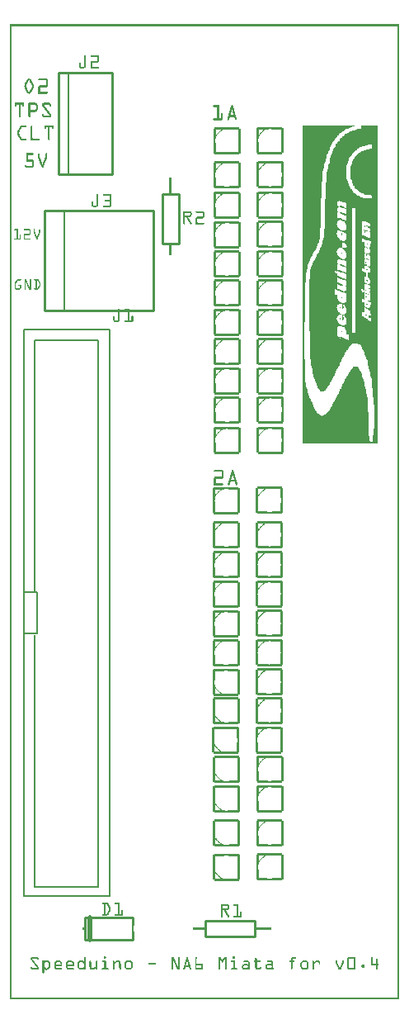
<source format=gto>
G04 MADE WITH FRITZING*
G04 WWW.FRITZING.ORG*
G04 DOUBLE SIDED*
G04 HOLES PLATED*
G04 CONTOUR ON CENTER OF CONTOUR VECTOR*
%ASAXBY*%
%FSLAX23Y23*%
%MOIN*%
%OFA0B0*%
%SFA1.0B1.0*%
%ADD10R,0.354200X2.295200X0.338200X2.279200*%
%ADD11C,0.008000*%
%ADD12R,0.063000X0.173200X0.047000X0.157200*%
%ADD13C,0.010000*%
%ADD14C,0.020000*%
%ADD15C,0.005000*%
%ADD16R,0.001000X0.001000*%
%LNSILK1*%
G90*
G70*
G54D11*
X56Y2705D02*
X402Y2705D01*
X402Y418D01*
X56Y418D01*
X56Y2705D01*
D02*
X56Y1644D02*
X111Y1644D01*
X111Y1479D01*
X56Y1479D01*
X56Y1644D01*
D02*
G54D13*
X990Y254D02*
X790Y254D01*
D02*
X790Y254D02*
X790Y320D01*
D02*
X790Y320D02*
X990Y320D01*
D02*
X990Y320D02*
X990Y254D01*
D02*
X682Y3252D02*
X682Y3052D01*
D02*
X682Y3052D02*
X616Y3052D01*
D02*
X616Y3052D02*
X616Y3252D01*
D02*
X616Y3252D02*
X682Y3252D01*
D02*
X303Y332D02*
X498Y332D01*
D02*
X498Y242D02*
X303Y242D01*
D02*
X303Y242D02*
X303Y332D01*
G54D14*
D02*
X323Y242D02*
X323Y332D01*
G54D13*
D02*
X412Y3332D02*
X412Y3742D01*
D02*
X412Y3742D02*
X196Y3742D01*
D02*
X196Y3742D02*
X196Y3332D01*
D02*
X196Y3332D02*
X412Y3332D01*
G54D15*
D02*
X236Y3742D02*
X236Y3332D01*
G54D13*
D02*
X579Y2783D02*
X579Y3187D01*
D02*
X579Y3187D02*
X139Y3187D01*
D02*
X139Y3187D02*
X139Y2783D01*
D02*
X139Y2783D02*
X579Y2783D01*
G54D15*
D02*
X219Y3187D02*
X219Y2783D01*
G36*
X1183Y2244D02*
X1191Y2244D01*
X1191Y2735D01*
X1194Y2735D01*
X1194Y2897D01*
X1196Y2897D01*
X1196Y2937D01*
X1199Y2937D01*
X1199Y2950D01*
X1202Y2950D01*
X1202Y2960D01*
X1204Y2960D01*
X1204Y2968D01*
X1207Y2968D01*
X1207Y2976D01*
X1210Y2976D01*
X1210Y2982D01*
X1212Y2982D01*
X1212Y2987D01*
X1215Y2987D01*
X1215Y2992D01*
X1218Y2992D01*
X1218Y2998D01*
X1220Y2998D01*
X1220Y3003D01*
X1223Y3003D01*
X1223Y3008D01*
X1225Y3008D01*
X1225Y3013D01*
X1228Y3013D01*
X1228Y3019D01*
X1231Y3019D01*
X1231Y3021D01*
X1233Y3021D01*
X1233Y3027D01*
X1236Y3027D01*
X1236Y3032D01*
X1239Y3032D01*
X1239Y3040D01*
X1241Y3040D01*
X1241Y3043D01*
X1244Y3043D01*
X1244Y3053D01*
X1247Y3053D01*
X1247Y3056D01*
X1249Y3056D01*
X1249Y3069D01*
X1252Y3069D01*
X1252Y3077D01*
X1255Y3077D01*
X1255Y3114D01*
X1257Y3114D01*
X1257Y3236D01*
X1260Y3236D01*
X1260Y3303D01*
X1263Y3303D01*
X1263Y3318D01*
X1265Y3318D01*
X1265Y3345D01*
X1268Y3345D01*
X1268Y3356D01*
X1271Y3356D01*
X1271Y3374D01*
X1273Y3374D01*
X1273Y3382D01*
X1276Y3382D01*
X1276Y3395D01*
X1279Y3395D01*
X1279Y3401D01*
X1281Y3401D01*
X1281Y3411D01*
X1284Y3411D01*
X1284Y3417D01*
X1286Y3417D01*
X1286Y3427D01*
X1289Y3427D01*
X1289Y3430D01*
X1292Y3430D01*
X1292Y3438D01*
X1294Y3438D01*
X1294Y3443D01*
X1297Y3443D01*
X1297Y3448D01*
X1300Y3448D01*
X1300Y3454D01*
X1302Y3454D01*
X1302Y3459D01*
X1305Y3459D01*
X1305Y3462D01*
X1308Y3462D01*
X1308Y3467D01*
X1310Y3467D01*
X1310Y3470D01*
X1313Y3470D01*
X1313Y3475D01*
X1316Y3475D01*
X1316Y3478D01*
X1318Y3478D01*
X1318Y3480D01*
X1321Y3480D01*
X1321Y3483D01*
X1324Y3483D01*
X1324Y3488D01*
X1329Y3488D01*
X1329Y3494D01*
X1334Y3494D01*
X1334Y3499D01*
X1340Y3499D01*
X1340Y3502D01*
X1342Y3502D01*
X1342Y3504D01*
X1348Y3504D01*
X1348Y3507D01*
X1350Y3507D01*
X1350Y3509D01*
X1355Y3509D01*
X1355Y3512D01*
X1358Y3512D01*
X1358Y3515D01*
X1363Y3515D01*
X1363Y3517D01*
X1369Y3517D01*
X1369Y3520D01*
X1377Y3520D01*
X1377Y3523D01*
X1382Y3523D01*
X1382Y3525D01*
X1393Y3525D01*
X1393Y3528D01*
X1183Y3528D01*
X1183Y2244D01*
G37*
D02*
G36*
X1191Y2244D02*
X1472Y2244D01*
X1472Y2305D01*
X1470Y2305D01*
X1470Y2279D01*
X1467Y2279D01*
X1467Y2252D01*
X1456Y2252D01*
X1456Y2257D01*
X1454Y2257D01*
X1454Y2276D01*
X1451Y2276D01*
X1451Y2371D01*
X1448Y2371D01*
X1448Y2398D01*
X1446Y2398D01*
X1446Y2432D01*
X1443Y2432D01*
X1443Y2446D01*
X1440Y2446D01*
X1440Y2467D01*
X1438Y2467D01*
X1438Y2475D01*
X1435Y2475D01*
X1435Y2488D01*
X1432Y2488D01*
X1432Y2496D01*
X1430Y2496D01*
X1430Y2507D01*
X1427Y2507D01*
X1427Y2512D01*
X1424Y2512D01*
X1424Y2523D01*
X1422Y2523D01*
X1422Y2528D01*
X1419Y2528D01*
X1419Y2536D01*
X1416Y2536D01*
X1416Y2539D01*
X1414Y2539D01*
X1414Y2544D01*
X1411Y2544D01*
X1411Y2547D01*
X1409Y2547D01*
X1409Y2552D01*
X1406Y2552D01*
X1406Y2555D01*
X1401Y2555D01*
X1401Y2557D01*
X1393Y2557D01*
X1393Y2555D01*
X1387Y2555D01*
X1387Y2549D01*
X1382Y2549D01*
X1382Y2544D01*
X1379Y2544D01*
X1379Y2541D01*
X1377Y2541D01*
X1377Y2536D01*
X1374Y2536D01*
X1374Y2533D01*
X1371Y2533D01*
X1371Y2528D01*
X1369Y2528D01*
X1369Y2525D01*
X1366Y2525D01*
X1366Y2520D01*
X1363Y2520D01*
X1363Y2515D01*
X1361Y2515D01*
X1361Y2509D01*
X1358Y2509D01*
X1358Y2507D01*
X1355Y2507D01*
X1355Y2499D01*
X1353Y2499D01*
X1353Y2496D01*
X1350Y2496D01*
X1350Y2488D01*
X1348Y2488D01*
X1348Y2486D01*
X1345Y2486D01*
X1345Y2478D01*
X1342Y2478D01*
X1342Y2475D01*
X1340Y2475D01*
X1340Y2467D01*
X1337Y2467D01*
X1337Y2464D01*
X1334Y2464D01*
X1334Y2456D01*
X1332Y2456D01*
X1332Y2454D01*
X1329Y2454D01*
X1329Y2446D01*
X1326Y2446D01*
X1326Y2443D01*
X1324Y2443D01*
X1324Y2435D01*
X1321Y2435D01*
X1321Y2430D01*
X1318Y2430D01*
X1318Y2425D01*
X1316Y2425D01*
X1316Y2422D01*
X1313Y2422D01*
X1313Y2414D01*
X1310Y2414D01*
X1310Y2411D01*
X1308Y2411D01*
X1308Y2406D01*
X1305Y2406D01*
X1305Y2401D01*
X1302Y2401D01*
X1302Y2395D01*
X1300Y2395D01*
X1300Y2393D01*
X1297Y2393D01*
X1297Y2387D01*
X1294Y2387D01*
X1294Y2385D01*
X1292Y2385D01*
X1292Y2379D01*
X1289Y2379D01*
X1289Y2377D01*
X1286Y2377D01*
X1286Y2371D01*
X1284Y2371D01*
X1284Y2369D01*
X1281Y2369D01*
X1281Y2366D01*
X1279Y2366D01*
X1279Y2364D01*
X1276Y2364D01*
X1276Y2361D01*
X1271Y2361D01*
X1271Y2358D01*
X1265Y2358D01*
X1265Y2356D01*
X1260Y2356D01*
X1260Y2358D01*
X1252Y2358D01*
X1252Y2361D01*
X1249Y2361D01*
X1249Y2364D01*
X1247Y2364D01*
X1247Y2366D01*
X1244Y2366D01*
X1244Y2369D01*
X1241Y2369D01*
X1241Y2371D01*
X1239Y2371D01*
X1239Y2377D01*
X1236Y2377D01*
X1236Y2379D01*
X1233Y2379D01*
X1233Y2387D01*
X1231Y2387D01*
X1231Y2393D01*
X1228Y2393D01*
X1228Y2401D01*
X1225Y2401D01*
X1225Y2403D01*
X1223Y2403D01*
X1223Y2411D01*
X1220Y2411D01*
X1220Y2417D01*
X1218Y2417D01*
X1218Y2425D01*
X1215Y2425D01*
X1215Y2430D01*
X1210Y2430D01*
X1210Y2438D01*
X1207Y2438D01*
X1207Y2448D01*
X1204Y2448D01*
X1204Y2459D01*
X1202Y2459D01*
X1202Y2467D01*
X1199Y2467D01*
X1199Y2472D01*
X1196Y2472D01*
X1196Y2491D01*
X1194Y2491D01*
X1194Y2584D01*
X1191Y2584D01*
X1191Y2244D01*
G37*
D02*
G36*
X1210Y2698D02*
X1212Y2698D01*
X1212Y2602D01*
X1215Y2602D01*
X1215Y2586D01*
X1218Y2586D01*
X1218Y2560D01*
X1220Y2560D01*
X1220Y2549D01*
X1223Y2549D01*
X1223Y2531D01*
X1225Y2531D01*
X1225Y2525D01*
X1228Y2525D01*
X1228Y2512D01*
X1231Y2512D01*
X1231Y2504D01*
X1233Y2504D01*
X1233Y2494D01*
X1236Y2494D01*
X1236Y2488D01*
X1239Y2488D01*
X1239Y2480D01*
X1241Y2480D01*
X1241Y2478D01*
X1244Y2478D01*
X1244Y2470D01*
X1247Y2470D01*
X1247Y2467D01*
X1249Y2467D01*
X1249Y2462D01*
X1252Y2462D01*
X1252Y2459D01*
X1255Y2459D01*
X1255Y2456D01*
X1257Y2456D01*
X1257Y2454D01*
X1268Y2454D01*
X1268Y2456D01*
X1271Y2456D01*
X1271Y2459D01*
X1276Y2459D01*
X1276Y2464D01*
X1279Y2464D01*
X1279Y2467D01*
X1281Y2467D01*
X1281Y2470D01*
X1284Y2470D01*
X1284Y2475D01*
X1286Y2475D01*
X1286Y2480D01*
X1289Y2480D01*
X1289Y2483D01*
X1292Y2483D01*
X1292Y2488D01*
X1294Y2488D01*
X1294Y2491D01*
X1297Y2491D01*
X1297Y2496D01*
X1300Y2496D01*
X1300Y2501D01*
X1302Y2501D01*
X1302Y2507D01*
X1305Y2507D01*
X1305Y2509D01*
X1308Y2509D01*
X1308Y2517D01*
X1310Y2517D01*
X1310Y2520D01*
X1313Y2520D01*
X1313Y2942D01*
X1316Y2942D01*
X1316Y2944D01*
X1318Y2944D01*
X1318Y2942D01*
X1321Y2942D01*
X1321Y3133D01*
X1324Y3133D01*
X1324Y3223D01*
X1329Y3223D01*
X1329Y3226D01*
X1334Y3226D01*
X1334Y3223D01*
X1345Y3223D01*
X1345Y3220D01*
X1350Y3220D01*
X1350Y3218D01*
X1358Y3218D01*
X1358Y3215D01*
X1361Y3215D01*
X1361Y3369D01*
X1363Y3369D01*
X1363Y3374D01*
X1366Y3374D01*
X1366Y3385D01*
X1369Y3385D01*
X1369Y3390D01*
X1371Y3390D01*
X1371Y3398D01*
X1374Y3398D01*
X1374Y3401D01*
X1377Y3401D01*
X1377Y3406D01*
X1379Y3406D01*
X1379Y3409D01*
X1382Y3409D01*
X1382Y3414D01*
X1385Y3414D01*
X1385Y3417D01*
X1387Y3417D01*
X1387Y3419D01*
X1390Y3419D01*
X1390Y3422D01*
X1393Y3422D01*
X1393Y3425D01*
X1395Y3425D01*
X1395Y3427D01*
X1398Y3427D01*
X1398Y3430D01*
X1403Y3430D01*
X1403Y3435D01*
X1411Y3435D01*
X1411Y3438D01*
X1414Y3438D01*
X1414Y3441D01*
X1422Y3441D01*
X1422Y3443D01*
X1424Y3443D01*
X1424Y3446D01*
X1438Y3446D01*
X1438Y3448D01*
X1446Y3448D01*
X1446Y3451D01*
X1462Y3451D01*
X1462Y3528D01*
X1419Y3528D01*
X1419Y3515D01*
X1403Y3515D01*
X1403Y3512D01*
X1398Y3512D01*
X1398Y3509D01*
X1385Y3509D01*
X1385Y3507D01*
X1382Y3507D01*
X1382Y3504D01*
X1374Y3504D01*
X1374Y3502D01*
X1369Y3502D01*
X1369Y3499D01*
X1363Y3499D01*
X1363Y3496D01*
X1361Y3496D01*
X1361Y3494D01*
X1355Y3494D01*
X1355Y3491D01*
X1353Y3491D01*
X1353Y3488D01*
X1350Y3488D01*
X1350Y3486D01*
X1345Y3486D01*
X1345Y3483D01*
X1342Y3483D01*
X1342Y3480D01*
X1340Y3480D01*
X1340Y3478D01*
X1337Y3478D01*
X1337Y3475D01*
X1334Y3475D01*
X1334Y3470D01*
X1332Y3470D01*
X1332Y3467D01*
X1329Y3467D01*
X1329Y3464D01*
X1326Y3464D01*
X1326Y3462D01*
X1324Y3462D01*
X1324Y3456D01*
X1321Y3456D01*
X1321Y3454D01*
X1318Y3454D01*
X1318Y3448D01*
X1316Y3448D01*
X1316Y3443D01*
X1313Y3443D01*
X1313Y3438D01*
X1310Y3438D01*
X1310Y3435D01*
X1308Y3435D01*
X1308Y3427D01*
X1305Y3427D01*
X1305Y3422D01*
X1302Y3422D01*
X1302Y3414D01*
X1300Y3414D01*
X1300Y3409D01*
X1297Y3409D01*
X1297Y3398D01*
X1294Y3398D01*
X1294Y3390D01*
X1292Y3390D01*
X1292Y3377D01*
X1289Y3377D01*
X1289Y3372D01*
X1286Y3372D01*
X1286Y3353D01*
X1284Y3353D01*
X1284Y3342D01*
X1281Y3342D01*
X1281Y3316D01*
X1279Y3316D01*
X1279Y3300D01*
X1276Y3300D01*
X1276Y3231D01*
X1273Y3231D01*
X1273Y3112D01*
X1271Y3112D01*
X1271Y3074D01*
X1268Y3074D01*
X1268Y3066D01*
X1265Y3066D01*
X1265Y3053D01*
X1263Y3053D01*
X1263Y3048D01*
X1260Y3048D01*
X1260Y3040D01*
X1257Y3040D01*
X1257Y3035D01*
X1255Y3035D01*
X1255Y3027D01*
X1252Y3027D01*
X1252Y3024D01*
X1249Y3024D01*
X1249Y3016D01*
X1247Y3016D01*
X1247Y3013D01*
X1244Y3013D01*
X1244Y3008D01*
X1241Y3008D01*
X1241Y3003D01*
X1239Y3003D01*
X1239Y2998D01*
X1236Y2998D01*
X1236Y2992D01*
X1233Y2992D01*
X1233Y2987D01*
X1231Y2987D01*
X1231Y2982D01*
X1228Y2982D01*
X1228Y2976D01*
X1225Y2976D01*
X1225Y2971D01*
X1223Y2971D01*
X1223Y2966D01*
X1220Y2966D01*
X1220Y2958D01*
X1218Y2958D01*
X1218Y2950D01*
X1215Y2950D01*
X1215Y2937D01*
X1212Y2937D01*
X1212Y2910D01*
X1210Y2910D01*
X1210Y2698D01*
G37*
D02*
G36*
X1313Y2528D02*
X1316Y2528D01*
X1316Y2531D01*
X1318Y2531D01*
X1318Y2539D01*
X1321Y2539D01*
X1321Y2796D01*
X1324Y2796D01*
X1324Y2804D01*
X1326Y2804D01*
X1326Y2807D01*
X1329Y2807D01*
X1329Y2809D01*
X1342Y2809D01*
X1342Y2807D01*
X1345Y2807D01*
X1345Y2788D01*
X1348Y2788D01*
X1348Y2807D01*
X1350Y2807D01*
X1350Y2804D01*
X1355Y2804D01*
X1355Y2799D01*
X1358Y2799D01*
X1358Y2793D01*
X1361Y2793D01*
X1361Y2817D01*
X1358Y2817D01*
X1358Y2814D01*
X1355Y2814D01*
X1355Y2812D01*
X1340Y2812D01*
X1340Y2814D01*
X1334Y2814D01*
X1334Y2817D01*
X1332Y2817D01*
X1332Y2820D01*
X1329Y2820D01*
X1329Y2822D01*
X1326Y2822D01*
X1326Y2828D01*
X1324Y2828D01*
X1324Y2844D01*
X1318Y2844D01*
X1318Y2846D01*
X1313Y2846D01*
X1313Y2528D01*
G37*
D02*
G36*
X1313Y2868D02*
X1318Y2868D01*
X1318Y2865D01*
X1324Y2865D01*
X1324Y2915D01*
X1326Y2915D01*
X1326Y2913D01*
X1334Y2913D01*
X1334Y2910D01*
X1342Y2910D01*
X1342Y2907D01*
X1350Y2907D01*
X1350Y2905D01*
X1358Y2905D01*
X1358Y2902D01*
X1361Y2902D01*
X1361Y2910D01*
X1353Y2910D01*
X1353Y2913D01*
X1345Y2913D01*
X1345Y2915D01*
X1337Y2915D01*
X1337Y2918D01*
X1329Y2918D01*
X1329Y2921D01*
X1324Y2921D01*
X1324Y2931D01*
X1316Y2931D01*
X1316Y2934D01*
X1313Y2934D01*
X1313Y2868D01*
G37*
D02*
G36*
X1321Y2544D02*
X1324Y2544D01*
X1324Y2716D01*
X1326Y2716D01*
X1326Y2719D01*
X1345Y2719D01*
X1345Y2716D01*
X1350Y2716D01*
X1350Y2714D01*
X1353Y2714D01*
X1353Y2711D01*
X1355Y2711D01*
X1355Y2708D01*
X1358Y2708D01*
X1358Y2703D01*
X1361Y2703D01*
X1361Y2727D01*
X1358Y2727D01*
X1358Y2724D01*
X1355Y2724D01*
X1355Y2722D01*
X1340Y2722D01*
X1340Y2724D01*
X1337Y2724D01*
X1337Y2727D01*
X1332Y2727D01*
X1332Y2730D01*
X1329Y2730D01*
X1329Y2732D01*
X1326Y2732D01*
X1326Y2738D01*
X1324Y2738D01*
X1324Y2746D01*
X1321Y2746D01*
X1321Y2544D01*
G37*
D02*
G36*
X1321Y2751D02*
X1324Y2751D01*
X1324Y2759D01*
X1326Y2759D01*
X1326Y2761D01*
X1329Y2761D01*
X1329Y2764D01*
X1345Y2764D01*
X1345Y2743D01*
X1348Y2743D01*
X1348Y2761D01*
X1353Y2761D01*
X1353Y2759D01*
X1355Y2759D01*
X1355Y2756D01*
X1358Y2756D01*
X1358Y2751D01*
X1361Y2751D01*
X1361Y2772D01*
X1358Y2772D01*
X1358Y2769D01*
X1355Y2769D01*
X1355Y2767D01*
X1340Y2767D01*
X1340Y2769D01*
X1334Y2769D01*
X1334Y2772D01*
X1332Y2772D01*
X1332Y2775D01*
X1329Y2775D01*
X1329Y2777D01*
X1326Y2777D01*
X1326Y2783D01*
X1324Y2783D01*
X1324Y2791D01*
X1321Y2791D01*
X1321Y2751D01*
G37*
D02*
G36*
X1321Y2939D02*
X1324Y2939D01*
X1324Y2987D01*
X1326Y2987D01*
X1326Y2990D01*
X1337Y2990D01*
X1337Y2987D01*
X1345Y2987D01*
X1345Y2984D01*
X1353Y2984D01*
X1353Y2982D01*
X1361Y2982D01*
X1361Y2995D01*
X1358Y2995D01*
X1358Y2992D01*
X1353Y2992D01*
X1353Y2990D01*
X1342Y2990D01*
X1342Y2992D01*
X1337Y2992D01*
X1337Y2995D01*
X1334Y2995D01*
X1334Y2998D01*
X1332Y2998D01*
X1332Y3000D01*
X1329Y3000D01*
X1329Y3003D01*
X1326Y3003D01*
X1326Y3005D01*
X1324Y3005D01*
X1324Y3016D01*
X1321Y3016D01*
X1321Y2939D01*
G37*
D02*
G36*
X1321Y3021D02*
X1324Y3021D01*
X1324Y3029D01*
X1326Y3029D01*
X1326Y3032D01*
X1329Y3032D01*
X1329Y3035D01*
X1342Y3035D01*
X1342Y3053D01*
X1345Y3053D01*
X1345Y3056D01*
X1353Y3056D01*
X1353Y3053D01*
X1358Y3053D01*
X1358Y3048D01*
X1361Y3048D01*
X1361Y3069D01*
X1358Y3069D01*
X1358Y3066D01*
X1355Y3066D01*
X1355Y3064D01*
X1353Y3064D01*
X1353Y3061D01*
X1345Y3061D01*
X1345Y3064D01*
X1337Y3064D01*
X1337Y3066D01*
X1334Y3066D01*
X1334Y3069D01*
X1332Y3069D01*
X1332Y3072D01*
X1329Y3072D01*
X1329Y3074D01*
X1326Y3074D01*
X1326Y3080D01*
X1324Y3080D01*
X1324Y3088D01*
X1321Y3088D01*
X1321Y3021D01*
G37*
D02*
G36*
X1321Y3096D02*
X1324Y3096D01*
X1324Y3106D01*
X1326Y3106D01*
X1326Y3104D01*
X1334Y3104D01*
X1334Y3101D01*
X1342Y3101D01*
X1342Y3098D01*
X1350Y3098D01*
X1350Y3096D01*
X1358Y3096D01*
X1358Y3093D01*
X1361Y3093D01*
X1361Y3109D01*
X1358Y3109D01*
X1358Y3106D01*
X1355Y3106D01*
X1355Y3104D01*
X1342Y3104D01*
X1342Y3106D01*
X1337Y3106D01*
X1337Y3109D01*
X1332Y3109D01*
X1332Y3112D01*
X1329Y3112D01*
X1329Y3117D01*
X1326Y3117D01*
X1326Y3120D01*
X1324Y3120D01*
X1324Y3130D01*
X1321Y3130D01*
X1321Y3096D01*
G37*
D02*
G36*
X1324Y2549D02*
X1326Y2549D01*
X1326Y2555D01*
X1329Y2555D01*
X1329Y2560D01*
X1332Y2560D01*
X1332Y2671D01*
X1337Y2671D01*
X1337Y2674D01*
X1334Y2674D01*
X1334Y2677D01*
X1326Y2677D01*
X1326Y2679D01*
X1324Y2679D01*
X1324Y2549D01*
G37*
D02*
G36*
X1324Y2862D02*
X1332Y2862D01*
X1332Y2860D01*
X1340Y2860D01*
X1340Y2857D01*
X1348Y2857D01*
X1348Y2854D01*
X1355Y2854D01*
X1355Y2852D01*
X1361Y2852D01*
X1361Y2862D01*
X1355Y2862D01*
X1355Y2860D01*
X1348Y2860D01*
X1348Y2862D01*
X1340Y2862D01*
X1340Y2865D01*
X1332Y2865D01*
X1332Y2868D01*
X1324Y2868D01*
X1324Y2862D01*
G37*
D02*
G36*
X1324Y2889D02*
X1326Y2889D01*
X1326Y2886D01*
X1334Y2886D01*
X1334Y2883D01*
X1342Y2883D01*
X1342Y2881D01*
X1348Y2881D01*
X1348Y2886D01*
X1345Y2886D01*
X1345Y2889D01*
X1337Y2889D01*
X1337Y2891D01*
X1329Y2891D01*
X1329Y2894D01*
X1324Y2894D01*
X1324Y2889D01*
G37*
D02*
G36*
X1324Y2942D02*
X1326Y2942D01*
X1326Y2939D01*
X1334Y2939D01*
X1334Y2937D01*
X1342Y2937D01*
X1342Y2934D01*
X1350Y2934D01*
X1350Y2931D01*
X1358Y2931D01*
X1358Y2929D01*
X1361Y2929D01*
X1361Y2934D01*
X1358Y2934D01*
X1358Y2937D01*
X1353Y2937D01*
X1353Y2939D01*
X1345Y2939D01*
X1345Y2942D01*
X1337Y2942D01*
X1337Y2944D01*
X1329Y2944D01*
X1329Y2947D01*
X1324Y2947D01*
X1324Y2942D01*
G37*
D02*
G36*
X1324Y2968D02*
X1326Y2968D01*
X1326Y2971D01*
X1324Y2971D01*
X1324Y2968D01*
G37*
D02*
G36*
X1324Y3141D02*
X1326Y3141D01*
X1326Y3146D01*
X1332Y3146D01*
X1332Y3149D01*
X1337Y3149D01*
X1337Y3146D01*
X1345Y3146D01*
X1345Y3143D01*
X1350Y3143D01*
X1350Y3141D01*
X1353Y3141D01*
X1353Y3138D01*
X1355Y3138D01*
X1355Y3135D01*
X1358Y3135D01*
X1358Y3130D01*
X1361Y3130D01*
X1361Y3146D01*
X1353Y3146D01*
X1353Y3149D01*
X1345Y3149D01*
X1345Y3151D01*
X1340Y3151D01*
X1340Y3154D01*
X1332Y3154D01*
X1332Y3157D01*
X1324Y3157D01*
X1324Y3141D01*
G37*
D02*
G36*
X1324Y3178D02*
X1326Y3178D01*
X1326Y3181D01*
X1324Y3181D01*
X1324Y3178D01*
G37*
D02*
G36*
X1324Y3196D02*
X1326Y3196D01*
X1326Y3199D01*
X1329Y3199D01*
X1329Y3202D01*
X1326Y3202D01*
X1326Y3204D01*
X1324Y3204D01*
X1324Y3196D01*
G37*
D02*
G36*
X1332Y2565D02*
X1334Y2565D01*
X1334Y2573D01*
X1337Y2573D01*
X1337Y2669D01*
X1332Y2669D01*
X1332Y2565D01*
G37*
D02*
G36*
X1334Y2966D02*
X1337Y2966D01*
X1337Y2963D01*
X1342Y2963D01*
X1342Y2960D01*
X1350Y2960D01*
X1350Y2958D01*
X1358Y2958D01*
X1358Y2955D01*
X1361Y2955D01*
X1361Y2960D01*
X1358Y2960D01*
X1358Y2963D01*
X1350Y2963D01*
X1350Y2966D01*
X1342Y2966D01*
X1342Y2968D01*
X1334Y2968D01*
X1334Y2966D01*
G37*
D02*
G36*
X1334Y3175D02*
X1337Y3175D01*
X1337Y3173D01*
X1342Y3173D01*
X1342Y3170D01*
X1350Y3170D01*
X1350Y3167D01*
X1358Y3167D01*
X1358Y3165D01*
X1361Y3165D01*
X1361Y3173D01*
X1353Y3173D01*
X1353Y3175D01*
X1345Y3175D01*
X1345Y3178D01*
X1334Y3178D01*
X1334Y3175D01*
G37*
D02*
G36*
X1334Y3199D02*
X1340Y3199D01*
X1340Y3196D01*
X1348Y3196D01*
X1348Y3194D01*
X1355Y3194D01*
X1355Y3191D01*
X1361Y3191D01*
X1361Y3196D01*
X1355Y3196D01*
X1355Y3199D01*
X1350Y3199D01*
X1350Y3202D01*
X1342Y3202D01*
X1342Y3204D01*
X1334Y3204D01*
X1334Y3199D01*
G37*
D02*
G36*
X1337Y2576D02*
X1340Y2576D01*
X1340Y2674D01*
X1337Y2674D01*
X1337Y2576D01*
G37*
D02*
G36*
X1337Y2576D02*
X1340Y2576D01*
X1340Y2674D01*
X1337Y2674D01*
X1337Y2576D01*
G37*
D02*
G36*
X1340Y2584D02*
X1342Y2584D01*
X1342Y2586D01*
X1345Y2586D01*
X1345Y2592D01*
X1348Y2592D01*
X1348Y2597D01*
X1350Y2597D01*
X1350Y2602D01*
X1353Y2602D01*
X1353Y2608D01*
X1355Y2608D01*
X1355Y2613D01*
X1358Y2613D01*
X1358Y2616D01*
X1361Y2616D01*
X1361Y2621D01*
X1363Y2621D01*
X1363Y2623D01*
X1366Y2623D01*
X1366Y2629D01*
X1369Y2629D01*
X1369Y2631D01*
X1371Y2631D01*
X1371Y2663D01*
X1366Y2663D01*
X1366Y2666D01*
X1358Y2666D01*
X1358Y2669D01*
X1350Y2669D01*
X1350Y2671D01*
X1342Y2671D01*
X1342Y2674D01*
X1340Y2674D01*
X1340Y2584D01*
G37*
D02*
G36*
X1342Y3032D02*
X1348Y3032D01*
X1348Y3029D01*
X1350Y3029D01*
X1350Y3027D01*
X1353Y3027D01*
X1353Y3024D01*
X1355Y3024D01*
X1355Y3021D01*
X1358Y3021D01*
X1358Y3016D01*
X1361Y3016D01*
X1361Y3035D01*
X1348Y3035D01*
X1348Y3037D01*
X1345Y3037D01*
X1345Y3040D01*
X1342Y3040D01*
X1342Y3032D01*
G37*
D02*
G36*
X1348Y2746D02*
X1350Y2746D01*
X1350Y2756D01*
X1348Y2756D01*
X1348Y2746D01*
G37*
D02*
G36*
X1348Y2791D02*
X1350Y2791D01*
X1350Y2799D01*
X1348Y2799D01*
X1348Y2791D01*
G37*
D02*
G36*
X1358Y2878D02*
X1361Y2878D01*
X1361Y2883D01*
X1358Y2883D01*
X1358Y2878D01*
G37*
D02*
G36*
X1361Y2687D02*
X1363Y2687D01*
X1363Y3040D01*
X1361Y3040D01*
X1361Y2687D01*
G37*
D02*
G36*
X1361Y2687D02*
X1363Y2687D01*
X1363Y3040D01*
X1361Y3040D01*
X1361Y2687D01*
G37*
D02*
G36*
X1361Y2687D02*
X1363Y2687D01*
X1363Y3040D01*
X1361Y3040D01*
X1361Y2687D01*
G37*
D02*
G36*
X1361Y2687D02*
X1363Y2687D01*
X1363Y3040D01*
X1361Y3040D01*
X1361Y2687D01*
G37*
D02*
G36*
X1361Y2687D02*
X1363Y2687D01*
X1363Y3040D01*
X1361Y3040D01*
X1361Y2687D01*
G37*
D02*
G36*
X1361Y2687D02*
X1363Y2687D01*
X1363Y3040D01*
X1361Y3040D01*
X1361Y2687D01*
G37*
D02*
G36*
X1361Y2687D02*
X1363Y2687D01*
X1363Y3040D01*
X1361Y3040D01*
X1361Y2687D01*
G37*
D02*
G36*
X1361Y2687D02*
X1363Y2687D01*
X1363Y3040D01*
X1361Y3040D01*
X1361Y2687D01*
G37*
D02*
G36*
X1361Y2687D02*
X1363Y2687D01*
X1363Y3040D01*
X1361Y3040D01*
X1361Y2687D01*
G37*
D02*
G36*
X1361Y2687D02*
X1363Y2687D01*
X1363Y3040D01*
X1361Y3040D01*
X1361Y2687D01*
G37*
D02*
G36*
X1361Y3043D02*
X1363Y3043D01*
X1363Y3311D01*
X1361Y3311D01*
X1361Y3043D01*
G37*
D02*
G36*
X1361Y3043D02*
X1363Y3043D01*
X1363Y3311D01*
X1361Y3311D01*
X1361Y3043D01*
G37*
D02*
G36*
X1361Y3043D02*
X1363Y3043D01*
X1363Y3311D01*
X1361Y3311D01*
X1361Y3043D01*
G37*
D02*
G36*
X1361Y3043D02*
X1363Y3043D01*
X1363Y3311D01*
X1361Y3311D01*
X1361Y3043D01*
G37*
D02*
G36*
X1361Y3043D02*
X1363Y3043D01*
X1363Y3311D01*
X1361Y3311D01*
X1361Y3043D01*
G37*
D02*
G36*
X1361Y3043D02*
X1363Y3043D01*
X1363Y3311D01*
X1361Y3311D01*
X1361Y3043D01*
G37*
D02*
G36*
X1363Y2685D02*
X1366Y2685D01*
X1366Y3305D01*
X1363Y3305D01*
X1363Y2685D01*
G37*
D02*
G36*
X1363Y2685D02*
X1366Y2685D01*
X1366Y3305D01*
X1363Y3305D01*
X1363Y2685D01*
G37*
D02*
G36*
X1366Y2685D02*
X1371Y2685D01*
X1371Y3289D01*
X1369Y3289D01*
X1369Y3295D01*
X1366Y3295D01*
X1366Y2685D01*
G37*
D02*
G36*
X1371Y2637D02*
X1374Y2637D01*
X1374Y3284D01*
X1371Y3284D01*
X1371Y2637D01*
G37*
D02*
G36*
X1371Y2637D02*
X1374Y2637D01*
X1374Y3284D01*
X1371Y3284D01*
X1371Y2637D01*
G37*
D02*
G36*
X1374Y2639D02*
X1377Y2639D01*
X1377Y2642D01*
X1379Y2642D01*
X1379Y2645D01*
X1382Y2645D01*
X1382Y3196D01*
X1398Y3196D01*
X1398Y3255D01*
X1393Y3255D01*
X1393Y3257D01*
X1390Y3257D01*
X1390Y3260D01*
X1387Y3260D01*
X1387Y3265D01*
X1382Y3265D01*
X1382Y3271D01*
X1379Y3271D01*
X1379Y3273D01*
X1377Y3273D01*
X1377Y3279D01*
X1374Y3279D01*
X1374Y2639D01*
G37*
D02*
G36*
X1377Y3313D02*
X1379Y3313D01*
X1379Y3308D01*
X1382Y3308D01*
X1382Y3297D01*
X1385Y3297D01*
X1385Y3295D01*
X1387Y3295D01*
X1387Y3287D01*
X1390Y3287D01*
X1390Y3284D01*
X1393Y3284D01*
X1393Y3279D01*
X1395Y3279D01*
X1395Y3276D01*
X1398Y3276D01*
X1398Y3273D01*
X1401Y3273D01*
X1401Y3271D01*
X1403Y3271D01*
X1403Y3268D01*
X1406Y3268D01*
X1406Y3265D01*
X1411Y3265D01*
X1411Y3263D01*
X1414Y3263D01*
X1414Y3260D01*
X1419Y3260D01*
X1419Y3257D01*
X1422Y3257D01*
X1422Y3255D01*
X1430Y3255D01*
X1430Y3252D01*
X1435Y3252D01*
X1435Y3250D01*
X1459Y3250D01*
X1459Y3247D01*
X1462Y3247D01*
X1462Y3435D01*
X1454Y3435D01*
X1454Y3433D01*
X1440Y3433D01*
X1440Y3430D01*
X1430Y3430D01*
X1430Y3427D01*
X1424Y3427D01*
X1424Y3425D01*
X1419Y3425D01*
X1419Y3422D01*
X1416Y3422D01*
X1416Y3419D01*
X1411Y3419D01*
X1411Y3417D01*
X1409Y3417D01*
X1409Y3414D01*
X1406Y3414D01*
X1406Y3411D01*
X1403Y3411D01*
X1403Y3409D01*
X1401Y3409D01*
X1401Y3406D01*
X1398Y3406D01*
X1398Y3403D01*
X1395Y3403D01*
X1395Y3401D01*
X1393Y3401D01*
X1393Y3395D01*
X1390Y3395D01*
X1390Y3393D01*
X1387Y3393D01*
X1387Y3387D01*
X1385Y3387D01*
X1385Y3382D01*
X1382Y3382D01*
X1382Y3372D01*
X1379Y3372D01*
X1379Y3366D01*
X1377Y3366D01*
X1377Y3313D01*
G37*
D02*
G36*
X1382Y2647D02*
X1385Y2647D01*
X1385Y2650D01*
X1398Y2650D01*
X1398Y2692D01*
X1382Y2692D01*
X1382Y2647D01*
G37*
D02*
G36*
X1398Y2650D02*
X1401Y2650D01*
X1401Y3252D01*
X1398Y3252D01*
X1398Y2650D01*
G37*
D02*
G36*
X1398Y2650D02*
X1401Y2650D01*
X1401Y3252D01*
X1398Y3252D01*
X1398Y2650D01*
G37*
D02*
G36*
X1401Y2650D02*
X1406Y2650D01*
X1406Y2647D01*
X1414Y2647D01*
X1414Y2645D01*
X1416Y2645D01*
X1416Y2642D01*
X1419Y2642D01*
X1419Y2868D01*
X1422Y2868D01*
X1422Y3072D01*
X1424Y3072D01*
X1424Y3143D01*
X1432Y3143D01*
X1432Y3141D01*
X1440Y3141D01*
X1440Y3138D01*
X1446Y3138D01*
X1446Y3135D01*
X1454Y3135D01*
X1454Y3133D01*
X1456Y3133D01*
X1456Y3234D01*
X1432Y3234D01*
X1432Y3236D01*
X1427Y3236D01*
X1427Y3239D01*
X1416Y3239D01*
X1416Y3242D01*
X1414Y3242D01*
X1414Y3244D01*
X1409Y3244D01*
X1409Y3247D01*
X1403Y3247D01*
X1403Y3250D01*
X1401Y3250D01*
X1401Y2650D01*
G37*
D02*
G36*
X1419Y2637D02*
X1422Y2637D01*
X1422Y2828D01*
X1430Y2828D01*
X1430Y2825D01*
X1432Y2825D01*
X1432Y2852D01*
X1435Y2852D01*
X1435Y2854D01*
X1432Y2854D01*
X1432Y2860D01*
X1430Y2860D01*
X1430Y2857D01*
X1422Y2857D01*
X1422Y2862D01*
X1419Y2862D01*
X1419Y2637D01*
G37*
D02*
G36*
X1422Y2634D02*
X1424Y2634D01*
X1424Y2775D01*
X1432Y2775D01*
X1432Y2799D01*
X1435Y2799D01*
X1435Y2801D01*
X1432Y2801D01*
X1432Y2814D01*
X1424Y2814D01*
X1424Y2817D01*
X1422Y2817D01*
X1422Y2634D01*
G37*
D02*
G36*
X1422Y2868D02*
X1427Y2868D01*
X1427Y2865D01*
X1430Y2865D01*
X1430Y2862D01*
X1432Y2862D01*
X1432Y2915D01*
X1435Y2915D01*
X1435Y2918D01*
X1440Y2918D01*
X1440Y2937D01*
X1432Y2937D01*
X1432Y2939D01*
X1427Y2939D01*
X1427Y2942D01*
X1422Y2942D01*
X1422Y2868D01*
G37*
D02*
G36*
X1422Y2952D02*
X1430Y2952D01*
X1430Y2950D01*
X1432Y2950D01*
X1432Y3035D01*
X1435Y3035D01*
X1435Y3037D01*
X1438Y3037D01*
X1438Y3043D01*
X1435Y3043D01*
X1435Y3045D01*
X1432Y3045D01*
X1432Y3059D01*
X1424Y3059D01*
X1424Y3061D01*
X1422Y3061D01*
X1422Y2952D01*
G37*
D02*
G36*
X1424Y2626D02*
X1427Y2626D01*
X1427Y2623D01*
X1430Y2623D01*
X1430Y2616D01*
X1432Y2616D01*
X1432Y2610D01*
X1435Y2610D01*
X1435Y2602D01*
X1438Y2602D01*
X1438Y2597D01*
X1440Y2597D01*
X1440Y2586D01*
X1443Y2586D01*
X1443Y2581D01*
X1446Y2581D01*
X1446Y2568D01*
X1448Y2568D01*
X1448Y2560D01*
X1451Y2560D01*
X1451Y2544D01*
X1454Y2544D01*
X1454Y2536D01*
X1456Y2536D01*
X1456Y2517D01*
X1459Y2517D01*
X1459Y2740D01*
X1454Y2740D01*
X1454Y2743D01*
X1448Y2743D01*
X1448Y2746D01*
X1446Y2746D01*
X1446Y2748D01*
X1440Y2748D01*
X1440Y2751D01*
X1438Y2751D01*
X1438Y2753D01*
X1432Y2753D01*
X1432Y2756D01*
X1430Y2756D01*
X1430Y2759D01*
X1424Y2759D01*
X1424Y2626D01*
G37*
D02*
G36*
X1424Y3072D02*
X1430Y3072D01*
X1430Y3069D01*
X1438Y3069D01*
X1438Y3066D01*
X1446Y3066D01*
X1446Y3064D01*
X1454Y3064D01*
X1454Y3061D01*
X1456Y3061D01*
X1456Y3077D01*
X1448Y3077D01*
X1448Y3080D01*
X1440Y3080D01*
X1440Y3082D01*
X1432Y3082D01*
X1432Y3085D01*
X1424Y3085D01*
X1424Y3072D01*
G37*
D02*
G36*
X1432Y2775D02*
X1440Y2775D01*
X1440Y2777D01*
X1432Y2777D01*
X1432Y2775D01*
G37*
D02*
G36*
X1432Y2838D02*
X1435Y2838D01*
X1435Y2841D01*
X1432Y2841D01*
X1432Y2838D01*
G37*
D02*
G36*
X1432Y2889D02*
X1443Y2889D01*
X1443Y2891D01*
X1438Y2891D01*
X1438Y2894D01*
X1435Y2894D01*
X1435Y2899D01*
X1432Y2899D01*
X1432Y2889D01*
G37*
D02*
G36*
X1432Y2960D02*
X1435Y2960D01*
X1435Y2963D01*
X1443Y2963D01*
X1443Y2968D01*
X1435Y2968D01*
X1435Y2971D01*
X1432Y2971D01*
X1432Y2960D01*
G37*
D02*
G36*
X1432Y2990D02*
X1438Y2990D01*
X1438Y2992D01*
X1435Y2992D01*
X1435Y2998D01*
X1432Y2998D01*
X1432Y2990D01*
G37*
D02*
G36*
X1432Y3013D02*
X1438Y3013D01*
X1438Y3016D01*
X1435Y3016D01*
X1435Y3021D01*
X1432Y3021D01*
X1432Y3013D01*
G37*
D02*
G36*
X1438Y2793D02*
X1440Y2793D01*
X1440Y2788D01*
X1446Y2788D01*
X1446Y2785D01*
X1451Y2785D01*
X1451Y2783D01*
X1456Y2783D01*
X1456Y2769D01*
X1459Y2769D01*
X1459Y2807D01*
X1456Y2807D01*
X1456Y2796D01*
X1454Y2796D01*
X1454Y2793D01*
X1443Y2793D01*
X1443Y2796D01*
X1438Y2796D01*
X1438Y2793D01*
G37*
D02*
G36*
X1440Y3122D02*
X1446Y3122D01*
X1446Y3114D01*
X1454Y3114D01*
X1454Y3112D01*
X1456Y3112D01*
X1456Y3122D01*
X1448Y3122D01*
X1448Y3125D01*
X1440Y3125D01*
X1440Y3122D01*
G37*
D02*
G36*
X1443Y3032D02*
X1446Y3032D01*
X1446Y3027D01*
X1448Y3027D01*
X1448Y3035D01*
X1454Y3035D01*
X1454Y3029D01*
X1456Y3029D01*
X1456Y3040D01*
X1454Y3040D01*
X1454Y3037D01*
X1443Y3037D01*
X1443Y3032D01*
G37*
D02*
G36*
X1446Y2820D02*
X1454Y2820D01*
X1454Y2817D01*
X1456Y2817D01*
X1456Y2822D01*
X1446Y2822D01*
X1446Y2820D01*
G37*
D02*
G36*
X1446Y2886D02*
X1454Y2886D01*
X1454Y2883D01*
X1456Y2883D01*
X1456Y2891D01*
X1454Y2891D01*
X1454Y2889D01*
X1446Y2889D01*
X1446Y2886D01*
G37*
D02*
G36*
X1446Y2915D02*
X1451Y2915D01*
X1451Y2913D01*
X1454Y2913D01*
X1454Y2907D01*
X1456Y2907D01*
X1456Y2937D01*
X1454Y2937D01*
X1454Y2934D01*
X1446Y2934D01*
X1446Y2915D01*
G37*
D02*
G36*
X1448Y3008D02*
X1454Y3008D01*
X1454Y3003D01*
X1456Y3003D01*
X1456Y3016D01*
X1454Y3016D01*
X1454Y3011D01*
X1448Y3011D01*
X1448Y3008D01*
G37*
D02*
G36*
X1451Y2753D02*
X1456Y2753D01*
X1456Y2751D01*
X1459Y2751D01*
X1459Y2761D01*
X1451Y2761D01*
X1451Y2753D01*
G37*
D02*
G36*
X1451Y2870D02*
X1456Y2870D01*
X1456Y2873D01*
X1451Y2873D01*
X1451Y2870D01*
G37*
D02*
G36*
X1451Y2955D02*
X1454Y2955D01*
X1454Y2952D01*
X1456Y2952D01*
X1456Y2963D01*
X1454Y2963D01*
X1454Y2960D01*
X1451Y2960D01*
X1451Y2955D01*
G37*
D02*
G36*
X1454Y2844D02*
X1456Y2844D01*
X1456Y2846D01*
X1454Y2846D01*
X1454Y2844D01*
G37*
D02*
G36*
X1454Y2857D02*
X1456Y2857D01*
X1456Y2860D01*
X1454Y2860D01*
X1454Y2857D01*
G37*
D02*
G36*
X1454Y3098D02*
X1456Y3098D01*
X1456Y3101D01*
X1454Y3101D01*
X1454Y3098D01*
G37*
D02*
G36*
X1456Y2817D02*
X1459Y2817D01*
X1459Y3051D01*
X1456Y3051D01*
X1456Y2817D01*
G37*
D02*
G36*
X1456Y2817D02*
X1459Y2817D01*
X1459Y3051D01*
X1456Y3051D01*
X1456Y2817D01*
G37*
D02*
G36*
X1456Y2817D02*
X1459Y2817D01*
X1459Y3051D01*
X1456Y3051D01*
X1456Y2817D01*
G37*
D02*
G36*
X1456Y2817D02*
X1459Y2817D01*
X1459Y3051D01*
X1456Y3051D01*
X1456Y2817D01*
G37*
D02*
G36*
X1456Y2817D02*
X1459Y2817D01*
X1459Y3051D01*
X1456Y3051D01*
X1456Y2817D01*
G37*
D02*
G36*
X1456Y2817D02*
X1459Y2817D01*
X1459Y3051D01*
X1456Y3051D01*
X1456Y2817D01*
G37*
D02*
G36*
X1456Y2817D02*
X1459Y2817D01*
X1459Y3051D01*
X1456Y3051D01*
X1456Y2817D01*
G37*
D02*
G36*
X1456Y2817D02*
X1459Y2817D01*
X1459Y3051D01*
X1456Y3051D01*
X1456Y2817D01*
G37*
D02*
G36*
X1456Y2817D02*
X1459Y2817D01*
X1459Y3051D01*
X1456Y3051D01*
X1456Y2817D01*
G37*
D02*
G36*
X1456Y3061D02*
X1459Y3061D01*
X1459Y3234D01*
X1456Y3234D01*
X1456Y3061D01*
G37*
D02*
G36*
X1456Y3061D02*
X1459Y3061D01*
X1459Y3234D01*
X1456Y3234D01*
X1456Y3061D01*
G37*
D02*
G36*
X1456Y3061D02*
X1459Y3061D01*
X1459Y3234D01*
X1456Y3234D01*
X1456Y3061D01*
G37*
D02*
G36*
X1456Y3061D02*
X1459Y3061D01*
X1459Y3234D01*
X1456Y3234D01*
X1456Y3061D01*
G37*
D02*
G36*
X1459Y2509D02*
X1462Y2509D01*
X1462Y3234D01*
X1459Y3234D01*
X1459Y2509D01*
G37*
D02*
G36*
X1459Y2509D02*
X1462Y2509D01*
X1462Y3234D01*
X1459Y3234D01*
X1459Y2509D01*
G37*
D02*
G36*
X1459Y2509D02*
X1462Y2509D01*
X1462Y3234D01*
X1459Y3234D01*
X1459Y2509D01*
G37*
D02*
G36*
X1459Y2509D02*
X1462Y2509D01*
X1462Y3234D01*
X1459Y3234D01*
X1459Y2509D01*
G37*
D02*
G36*
X1459Y2509D02*
X1462Y2509D01*
X1462Y3234D01*
X1459Y3234D01*
X1459Y2509D01*
G37*
D02*
G36*
X1462Y2486D02*
X1464Y2486D01*
X1464Y3528D01*
X1462Y3528D01*
X1462Y2486D01*
G37*
D02*
G36*
X1462Y2486D02*
X1464Y2486D01*
X1464Y3528D01*
X1462Y3528D01*
X1462Y2486D01*
G37*
D02*
G36*
X1462Y2486D02*
X1464Y2486D01*
X1464Y3528D01*
X1462Y3528D01*
X1462Y2486D01*
G37*
D02*
G36*
X1464Y2470D02*
X1467Y2470D01*
X1467Y2432D01*
X1470Y2432D01*
X1470Y2403D01*
X1472Y2403D01*
X1472Y3528D01*
X1464Y3528D01*
X1464Y2470D01*
G37*
D02*
G36*
X1472Y2244D02*
X1475Y2244D01*
X1475Y3528D01*
X1472Y3528D01*
X1472Y2244D01*
G37*
D02*
G36*
X1472Y2244D02*
X1475Y2244D01*
X1475Y3528D01*
X1472Y3528D01*
X1472Y2244D01*
G37*
D02*
G36*
X1475Y2244D02*
X1488Y2244D01*
X1488Y3528D01*
X1475Y3528D01*
X1475Y2244D01*
G37*
D02*
G36*
X1334Y2746D02*
X1337Y2746D01*
X1337Y2751D01*
X1334Y2751D01*
X1334Y2746D01*
G37*
D02*
G36*
X1334Y2791D02*
X1337Y2791D01*
X1337Y2796D01*
X1334Y2796D01*
X1334Y2791D01*
G37*
D02*
G36*
X1340Y2695D02*
X1342Y2695D01*
X1342Y2692D01*
X1345Y2692D01*
X1345Y2698D01*
X1340Y2698D01*
X1340Y2695D01*
G37*
D02*
G36*
X1340Y2833D02*
X1342Y2833D01*
X1342Y2830D01*
X1345Y2830D01*
X1345Y2836D01*
X1340Y2836D01*
X1340Y2833D01*
G37*
D02*
G36*
X1340Y3011D02*
X1342Y3011D01*
X1342Y3008D01*
X1345Y3008D01*
X1345Y3013D01*
X1342Y3013D01*
X1342Y3016D01*
X1340Y3016D01*
X1340Y3011D01*
G37*
D02*
G36*
X1340Y3085D02*
X1345Y3085D01*
X1345Y3093D01*
X1342Y3093D01*
X1342Y3096D01*
X1340Y3096D01*
X1340Y3085D01*
G37*
D02*
G36*
X1340Y3125D02*
X1342Y3125D01*
X1342Y3122D01*
X1345Y3122D01*
X1345Y3127D01*
X1340Y3127D01*
X1340Y3125D01*
G37*
D02*
G36*
X1430Y3106D02*
X1432Y3106D01*
X1432Y3109D01*
X1430Y3109D01*
X1430Y3106D01*
G37*
D02*
G36*
X1432Y3096D02*
X1438Y3096D01*
X1438Y3101D01*
X1446Y3101D01*
X1446Y3090D01*
X1448Y3090D01*
X1448Y3104D01*
X1440Y3104D01*
X1440Y3106D01*
X1432Y3106D01*
X1432Y3096D01*
G37*
D02*
G36*
X1432Y3120D02*
X1438Y3120D01*
X1438Y3125D01*
X1440Y3125D01*
X1440Y3127D01*
X1432Y3127D01*
X1432Y3120D01*
G37*
D02*
G36*
X1435Y2796D02*
X1438Y2796D01*
X1438Y2799D01*
X1435Y2799D01*
X1435Y2796D01*
G37*
D02*
G36*
X1438Y2761D02*
X1443Y2761D01*
X1443Y2764D01*
X1438Y2764D01*
X1438Y2761D01*
G37*
D02*
G36*
X1438Y2836D02*
X1443Y2836D01*
X1443Y2838D01*
X1438Y2838D01*
X1438Y2836D01*
G37*
D02*
G36*
X1438Y2849D02*
X1443Y2849D01*
X1443Y2852D01*
X1438Y2852D01*
X1438Y2849D01*
G37*
D02*
G36*
X1438Y2862D02*
X1440Y2862D01*
X1440Y2865D01*
X1438Y2865D01*
X1438Y2862D01*
G37*
D02*
G36*
X1438Y2971D02*
X1440Y2971D01*
X1440Y2979D01*
X1438Y2979D01*
X1438Y2971D01*
G37*
D02*
G36*
X1438Y3011D02*
X1440Y3011D01*
X1440Y3003D01*
X1443Y3003D01*
X1443Y3008D01*
X1446Y3008D01*
X1446Y3011D01*
X1443Y3011D01*
X1443Y3013D01*
X1438Y3013D01*
X1438Y3011D01*
G37*
D02*
G36*
X1440Y2807D02*
X1443Y2807D01*
X1443Y2804D01*
X1448Y2804D01*
X1448Y2809D01*
X1440Y2809D01*
X1440Y2807D01*
G37*
D02*
G36*
X1440Y2902D02*
X1443Y2902D01*
X1443Y2899D01*
X1448Y2899D01*
X1448Y2905D01*
X1446Y2905D01*
X1446Y2907D01*
X1440Y2907D01*
X1440Y2902D01*
G37*
D02*
G36*
X1440Y2947D02*
X1446Y2947D01*
X1446Y2944D01*
X1448Y2944D01*
X1448Y2950D01*
X1440Y2950D01*
X1440Y2947D01*
G37*
D02*
G36*
X1440Y2990D02*
X1448Y2990D01*
X1448Y2998D01*
X1446Y2998D01*
X1446Y2992D01*
X1440Y2992D01*
X1440Y2990D01*
G37*
D02*
G36*
X1440Y3024D02*
X1443Y3024D01*
X1443Y3027D01*
X1440Y3027D01*
X1440Y3024D01*
G37*
D02*
G36*
X1440Y3037D02*
X1443Y3037D01*
X1443Y3040D01*
X1440Y3040D01*
X1440Y3037D01*
G37*
D02*
G36*
X1440Y3051D02*
X1443Y3051D01*
X1443Y3048D01*
X1448Y3048D01*
X1448Y3053D01*
X1440Y3053D01*
X1440Y3051D01*
G37*
D02*
G36*
X1446Y2833D02*
X1448Y2833D01*
X1448Y2836D01*
X1446Y2836D01*
X1446Y2833D01*
G37*
D02*
G36*
X1446Y2846D02*
X1451Y2846D01*
X1451Y2849D01*
X1446Y2849D01*
X1446Y2846D01*
G37*
D02*
G36*
X1446Y2860D02*
X1448Y2860D01*
X1448Y2862D01*
X1446Y2862D01*
X1446Y2860D01*
G37*
D02*
G36*
X1446Y2873D02*
X1448Y2873D01*
X1448Y2875D01*
X1446Y2875D01*
X1446Y2873D01*
G37*
D02*
G36*
X1446Y2960D02*
X1451Y2960D01*
X1451Y2963D01*
X1446Y2963D01*
X1446Y2960D01*
G37*
D02*
G36*
X1446Y2974D02*
X1451Y2974D01*
X1451Y2976D01*
X1446Y2976D01*
X1446Y2974D01*
G37*
D02*
G36*
X1448Y2987D02*
X1451Y2987D01*
X1451Y2990D01*
X1448Y2990D01*
X1448Y2987D01*
G37*
D02*
G54D11*
X99Y1645D02*
X99Y2662D01*
X358Y2662D01*
X358Y455D01*
X99Y455D01*
X99Y1472D01*
D02*
G54D16*
X0Y3937D02*
X1573Y3937D01*
X0Y3936D02*
X1573Y3936D01*
X0Y3935D02*
X1573Y3935D01*
X0Y3934D02*
X1573Y3934D01*
X0Y3933D02*
X1573Y3933D01*
X0Y3932D02*
X1573Y3932D01*
X0Y3931D02*
X1573Y3931D01*
X0Y3930D02*
X1573Y3930D01*
X0Y3929D02*
X7Y3929D01*
X1566Y3929D02*
X1573Y3929D01*
X0Y3928D02*
X7Y3928D01*
X1566Y3928D02*
X1573Y3928D01*
X0Y3927D02*
X7Y3927D01*
X1566Y3927D02*
X1573Y3927D01*
X0Y3926D02*
X7Y3926D01*
X1566Y3926D02*
X1573Y3926D01*
X0Y3925D02*
X7Y3925D01*
X1566Y3925D02*
X1573Y3925D01*
X0Y3924D02*
X7Y3924D01*
X1566Y3924D02*
X1573Y3924D01*
X0Y3923D02*
X7Y3923D01*
X1566Y3923D02*
X1573Y3923D01*
X0Y3922D02*
X7Y3922D01*
X1566Y3922D02*
X1573Y3922D01*
X0Y3921D02*
X7Y3921D01*
X1566Y3921D02*
X1573Y3921D01*
X0Y3920D02*
X7Y3920D01*
X1566Y3920D02*
X1573Y3920D01*
X0Y3919D02*
X7Y3919D01*
X1566Y3919D02*
X1573Y3919D01*
X0Y3918D02*
X7Y3918D01*
X1566Y3918D02*
X1573Y3918D01*
X0Y3917D02*
X7Y3917D01*
X1566Y3917D02*
X1573Y3917D01*
X0Y3916D02*
X7Y3916D01*
X1566Y3916D02*
X1573Y3916D01*
X0Y3915D02*
X7Y3915D01*
X1566Y3915D02*
X1573Y3915D01*
X0Y3914D02*
X7Y3914D01*
X1566Y3914D02*
X1573Y3914D01*
X0Y3913D02*
X7Y3913D01*
X1566Y3913D02*
X1573Y3913D01*
X0Y3912D02*
X7Y3912D01*
X1566Y3912D02*
X1573Y3912D01*
X0Y3911D02*
X7Y3911D01*
X1566Y3911D02*
X1573Y3911D01*
X0Y3910D02*
X7Y3910D01*
X1566Y3910D02*
X1573Y3910D01*
X0Y3909D02*
X7Y3909D01*
X1566Y3909D02*
X1573Y3909D01*
X0Y3908D02*
X7Y3908D01*
X1566Y3908D02*
X1573Y3908D01*
X0Y3907D02*
X7Y3907D01*
X1566Y3907D02*
X1573Y3907D01*
X0Y3906D02*
X7Y3906D01*
X1566Y3906D02*
X1573Y3906D01*
X0Y3905D02*
X7Y3905D01*
X1566Y3905D02*
X1573Y3905D01*
X0Y3904D02*
X7Y3904D01*
X1566Y3904D02*
X1573Y3904D01*
X0Y3903D02*
X7Y3903D01*
X1566Y3903D02*
X1573Y3903D01*
X0Y3902D02*
X7Y3902D01*
X1566Y3902D02*
X1573Y3902D01*
X0Y3901D02*
X7Y3901D01*
X1566Y3901D02*
X1573Y3901D01*
X0Y3900D02*
X7Y3900D01*
X1566Y3900D02*
X1573Y3900D01*
X0Y3899D02*
X7Y3899D01*
X1566Y3899D02*
X1573Y3899D01*
X0Y3898D02*
X7Y3898D01*
X1566Y3898D02*
X1573Y3898D01*
X0Y3897D02*
X7Y3897D01*
X1566Y3897D02*
X1573Y3897D01*
X0Y3896D02*
X7Y3896D01*
X1566Y3896D02*
X1573Y3896D01*
X0Y3895D02*
X7Y3895D01*
X1566Y3895D02*
X1573Y3895D01*
X0Y3894D02*
X7Y3894D01*
X1566Y3894D02*
X1573Y3894D01*
X0Y3893D02*
X7Y3893D01*
X1566Y3893D02*
X1573Y3893D01*
X0Y3892D02*
X7Y3892D01*
X1566Y3892D02*
X1573Y3892D01*
X0Y3891D02*
X7Y3891D01*
X1566Y3891D02*
X1573Y3891D01*
X0Y3890D02*
X7Y3890D01*
X1566Y3890D02*
X1573Y3890D01*
X0Y3889D02*
X7Y3889D01*
X1566Y3889D02*
X1573Y3889D01*
X0Y3888D02*
X7Y3888D01*
X1566Y3888D02*
X1573Y3888D01*
X0Y3887D02*
X7Y3887D01*
X1566Y3887D02*
X1573Y3887D01*
X0Y3886D02*
X7Y3886D01*
X1566Y3886D02*
X1573Y3886D01*
X0Y3885D02*
X7Y3885D01*
X1566Y3885D02*
X1573Y3885D01*
X0Y3884D02*
X7Y3884D01*
X1566Y3884D02*
X1573Y3884D01*
X0Y3883D02*
X7Y3883D01*
X1566Y3883D02*
X1573Y3883D01*
X0Y3882D02*
X7Y3882D01*
X1566Y3882D02*
X1573Y3882D01*
X0Y3881D02*
X7Y3881D01*
X1566Y3881D02*
X1573Y3881D01*
X0Y3880D02*
X7Y3880D01*
X1566Y3880D02*
X1573Y3880D01*
X0Y3879D02*
X7Y3879D01*
X1566Y3879D02*
X1573Y3879D01*
X0Y3878D02*
X7Y3878D01*
X1566Y3878D02*
X1573Y3878D01*
X0Y3877D02*
X7Y3877D01*
X1566Y3877D02*
X1573Y3877D01*
X0Y3876D02*
X7Y3876D01*
X1566Y3876D02*
X1573Y3876D01*
X0Y3875D02*
X7Y3875D01*
X1566Y3875D02*
X1573Y3875D01*
X0Y3874D02*
X7Y3874D01*
X1566Y3874D02*
X1573Y3874D01*
X0Y3873D02*
X7Y3873D01*
X1566Y3873D02*
X1573Y3873D01*
X0Y3872D02*
X7Y3872D01*
X1566Y3872D02*
X1573Y3872D01*
X0Y3871D02*
X7Y3871D01*
X1566Y3871D02*
X1573Y3871D01*
X0Y3870D02*
X7Y3870D01*
X1566Y3870D02*
X1573Y3870D01*
X0Y3869D02*
X7Y3869D01*
X1566Y3869D02*
X1573Y3869D01*
X0Y3868D02*
X7Y3868D01*
X1566Y3868D02*
X1573Y3868D01*
X0Y3867D02*
X7Y3867D01*
X1566Y3867D02*
X1573Y3867D01*
X0Y3866D02*
X7Y3866D01*
X1566Y3866D02*
X1573Y3866D01*
X0Y3865D02*
X7Y3865D01*
X1566Y3865D02*
X1573Y3865D01*
X0Y3864D02*
X7Y3864D01*
X1566Y3864D02*
X1573Y3864D01*
X0Y3863D02*
X7Y3863D01*
X1566Y3863D02*
X1573Y3863D01*
X0Y3862D02*
X7Y3862D01*
X1566Y3862D02*
X1573Y3862D01*
X0Y3861D02*
X7Y3861D01*
X1566Y3861D02*
X1573Y3861D01*
X0Y3860D02*
X7Y3860D01*
X1566Y3860D02*
X1573Y3860D01*
X0Y3859D02*
X7Y3859D01*
X1566Y3859D02*
X1573Y3859D01*
X0Y3858D02*
X7Y3858D01*
X1566Y3858D02*
X1573Y3858D01*
X0Y3857D02*
X7Y3857D01*
X1566Y3857D02*
X1573Y3857D01*
X0Y3856D02*
X7Y3856D01*
X1566Y3856D02*
X1573Y3856D01*
X0Y3855D02*
X7Y3855D01*
X1566Y3855D02*
X1573Y3855D01*
X0Y3854D02*
X7Y3854D01*
X1566Y3854D02*
X1573Y3854D01*
X0Y3853D02*
X7Y3853D01*
X1566Y3853D02*
X1573Y3853D01*
X0Y3852D02*
X7Y3852D01*
X1566Y3852D02*
X1573Y3852D01*
X0Y3851D02*
X7Y3851D01*
X1566Y3851D02*
X1573Y3851D01*
X0Y3850D02*
X7Y3850D01*
X1566Y3850D02*
X1573Y3850D01*
X0Y3849D02*
X7Y3849D01*
X1566Y3849D02*
X1573Y3849D01*
X0Y3848D02*
X7Y3848D01*
X1566Y3848D02*
X1573Y3848D01*
X0Y3847D02*
X7Y3847D01*
X1566Y3847D02*
X1573Y3847D01*
X0Y3846D02*
X7Y3846D01*
X1566Y3846D02*
X1573Y3846D01*
X0Y3845D02*
X7Y3845D01*
X1566Y3845D02*
X1573Y3845D01*
X0Y3844D02*
X7Y3844D01*
X1566Y3844D02*
X1573Y3844D01*
X0Y3843D02*
X7Y3843D01*
X1566Y3843D02*
X1573Y3843D01*
X0Y3842D02*
X7Y3842D01*
X1566Y3842D02*
X1573Y3842D01*
X0Y3841D02*
X7Y3841D01*
X1566Y3841D02*
X1573Y3841D01*
X0Y3840D02*
X7Y3840D01*
X1566Y3840D02*
X1573Y3840D01*
X0Y3839D02*
X7Y3839D01*
X1566Y3839D02*
X1573Y3839D01*
X0Y3838D02*
X7Y3838D01*
X1566Y3838D02*
X1573Y3838D01*
X0Y3837D02*
X7Y3837D01*
X1566Y3837D02*
X1573Y3837D01*
X0Y3836D02*
X7Y3836D01*
X1566Y3836D02*
X1573Y3836D01*
X0Y3835D02*
X7Y3835D01*
X1566Y3835D02*
X1573Y3835D01*
X0Y3834D02*
X7Y3834D01*
X1566Y3834D02*
X1573Y3834D01*
X0Y3833D02*
X7Y3833D01*
X1566Y3833D02*
X1573Y3833D01*
X0Y3832D02*
X7Y3832D01*
X1566Y3832D02*
X1573Y3832D01*
X0Y3831D02*
X7Y3831D01*
X1566Y3831D02*
X1573Y3831D01*
X0Y3830D02*
X7Y3830D01*
X1566Y3830D02*
X1573Y3830D01*
X0Y3829D02*
X7Y3829D01*
X1566Y3829D02*
X1573Y3829D01*
X0Y3828D02*
X7Y3828D01*
X1566Y3828D02*
X1573Y3828D01*
X0Y3827D02*
X7Y3827D01*
X1566Y3827D02*
X1573Y3827D01*
X0Y3826D02*
X7Y3826D01*
X1566Y3826D02*
X1573Y3826D01*
X0Y3825D02*
X7Y3825D01*
X1566Y3825D02*
X1573Y3825D01*
X0Y3824D02*
X7Y3824D01*
X1566Y3824D02*
X1573Y3824D01*
X0Y3823D02*
X7Y3823D01*
X1566Y3823D02*
X1573Y3823D01*
X0Y3822D02*
X7Y3822D01*
X1566Y3822D02*
X1573Y3822D01*
X0Y3821D02*
X7Y3821D01*
X1566Y3821D02*
X1573Y3821D01*
X0Y3820D02*
X7Y3820D01*
X1566Y3820D02*
X1573Y3820D01*
X0Y3819D02*
X7Y3819D01*
X1566Y3819D02*
X1573Y3819D01*
X0Y3818D02*
X7Y3818D01*
X1566Y3818D02*
X1573Y3818D01*
X0Y3817D02*
X7Y3817D01*
X1566Y3817D02*
X1573Y3817D01*
X0Y3816D02*
X7Y3816D01*
X1566Y3816D02*
X1573Y3816D01*
X0Y3815D02*
X7Y3815D01*
X1566Y3815D02*
X1573Y3815D01*
X0Y3814D02*
X7Y3814D01*
X1566Y3814D02*
X1573Y3814D01*
X0Y3813D02*
X7Y3813D01*
X1566Y3813D02*
X1573Y3813D01*
X0Y3812D02*
X7Y3812D01*
X302Y3812D02*
X304Y3812D01*
X328Y3812D02*
X355Y3812D01*
X1566Y3812D02*
X1573Y3812D01*
X0Y3811D02*
X7Y3811D01*
X301Y3811D02*
X305Y3811D01*
X327Y3811D02*
X357Y3811D01*
X1566Y3811D02*
X1573Y3811D01*
X0Y3810D02*
X7Y3810D01*
X300Y3810D02*
X306Y3810D01*
X326Y3810D02*
X358Y3810D01*
X1566Y3810D02*
X1573Y3810D01*
X0Y3809D02*
X7Y3809D01*
X300Y3809D02*
X306Y3809D01*
X326Y3809D02*
X359Y3809D01*
X1566Y3809D02*
X1573Y3809D01*
X0Y3808D02*
X7Y3808D01*
X300Y3808D02*
X306Y3808D01*
X326Y3808D02*
X359Y3808D01*
X1566Y3808D02*
X1573Y3808D01*
X0Y3807D02*
X7Y3807D01*
X300Y3807D02*
X306Y3807D01*
X327Y3807D02*
X359Y3807D01*
X1566Y3807D02*
X1573Y3807D01*
X0Y3806D02*
X7Y3806D01*
X300Y3806D02*
X306Y3806D01*
X328Y3806D02*
X360Y3806D01*
X1566Y3806D02*
X1573Y3806D01*
X0Y3805D02*
X7Y3805D01*
X300Y3805D02*
X306Y3805D01*
X354Y3805D02*
X360Y3805D01*
X1566Y3805D02*
X1573Y3805D01*
X0Y3804D02*
X7Y3804D01*
X300Y3804D02*
X306Y3804D01*
X354Y3804D02*
X360Y3804D01*
X1566Y3804D02*
X1573Y3804D01*
X0Y3803D02*
X7Y3803D01*
X300Y3803D02*
X306Y3803D01*
X354Y3803D02*
X360Y3803D01*
X1566Y3803D02*
X1573Y3803D01*
X0Y3802D02*
X7Y3802D01*
X300Y3802D02*
X306Y3802D01*
X354Y3802D02*
X360Y3802D01*
X1566Y3802D02*
X1573Y3802D01*
X0Y3801D02*
X7Y3801D01*
X300Y3801D02*
X306Y3801D01*
X354Y3801D02*
X360Y3801D01*
X1566Y3801D02*
X1573Y3801D01*
X0Y3800D02*
X7Y3800D01*
X300Y3800D02*
X306Y3800D01*
X354Y3800D02*
X360Y3800D01*
X1566Y3800D02*
X1573Y3800D01*
X0Y3799D02*
X7Y3799D01*
X300Y3799D02*
X306Y3799D01*
X354Y3799D02*
X360Y3799D01*
X1566Y3799D02*
X1573Y3799D01*
X0Y3798D02*
X7Y3798D01*
X300Y3798D02*
X306Y3798D01*
X354Y3798D02*
X360Y3798D01*
X1566Y3798D02*
X1573Y3798D01*
X0Y3797D02*
X7Y3797D01*
X300Y3797D02*
X306Y3797D01*
X354Y3797D02*
X360Y3797D01*
X1566Y3797D02*
X1573Y3797D01*
X0Y3796D02*
X7Y3796D01*
X300Y3796D02*
X306Y3796D01*
X354Y3796D02*
X360Y3796D01*
X1566Y3796D02*
X1573Y3796D01*
X0Y3795D02*
X7Y3795D01*
X300Y3795D02*
X306Y3795D01*
X354Y3795D02*
X360Y3795D01*
X1566Y3795D02*
X1573Y3795D01*
X0Y3794D02*
X7Y3794D01*
X300Y3794D02*
X306Y3794D01*
X354Y3794D02*
X360Y3794D01*
X1566Y3794D02*
X1573Y3794D01*
X0Y3793D02*
X7Y3793D01*
X300Y3793D02*
X306Y3793D01*
X354Y3793D02*
X360Y3793D01*
X1566Y3793D02*
X1573Y3793D01*
X0Y3792D02*
X7Y3792D01*
X300Y3792D02*
X306Y3792D01*
X354Y3792D02*
X360Y3792D01*
X1566Y3792D02*
X1573Y3792D01*
X0Y3791D02*
X7Y3791D01*
X300Y3791D02*
X306Y3791D01*
X354Y3791D02*
X360Y3791D01*
X1566Y3791D02*
X1573Y3791D01*
X0Y3790D02*
X7Y3790D01*
X300Y3790D02*
X306Y3790D01*
X354Y3790D02*
X360Y3790D01*
X1566Y3790D02*
X1573Y3790D01*
X0Y3789D02*
X7Y3789D01*
X300Y3789D02*
X306Y3789D01*
X333Y3789D02*
X360Y3789D01*
X1566Y3789D02*
X1573Y3789D01*
X0Y3788D02*
X7Y3788D01*
X300Y3788D02*
X306Y3788D01*
X330Y3788D02*
X360Y3788D01*
X1566Y3788D02*
X1573Y3788D01*
X0Y3787D02*
X7Y3787D01*
X300Y3787D02*
X306Y3787D01*
X328Y3787D02*
X359Y3787D01*
X1566Y3787D02*
X1573Y3787D01*
X0Y3786D02*
X7Y3786D01*
X300Y3786D02*
X306Y3786D01*
X327Y3786D02*
X359Y3786D01*
X1566Y3786D02*
X1573Y3786D01*
X0Y3785D02*
X7Y3785D01*
X300Y3785D02*
X306Y3785D01*
X327Y3785D02*
X358Y3785D01*
X1566Y3785D02*
X1573Y3785D01*
X0Y3784D02*
X7Y3784D01*
X300Y3784D02*
X306Y3784D01*
X326Y3784D02*
X357Y3784D01*
X1566Y3784D02*
X1573Y3784D01*
X0Y3783D02*
X7Y3783D01*
X282Y3783D02*
X283Y3783D01*
X300Y3783D02*
X306Y3783D01*
X326Y3783D02*
X356Y3783D01*
X1566Y3783D02*
X1573Y3783D01*
X0Y3782D02*
X7Y3782D01*
X280Y3782D02*
X284Y3782D01*
X300Y3782D02*
X306Y3782D01*
X326Y3782D02*
X332Y3782D01*
X1566Y3782D02*
X1573Y3782D01*
X0Y3781D02*
X7Y3781D01*
X280Y3781D02*
X285Y3781D01*
X300Y3781D02*
X306Y3781D01*
X326Y3781D02*
X332Y3781D01*
X1566Y3781D02*
X1573Y3781D01*
X0Y3780D02*
X7Y3780D01*
X279Y3780D02*
X285Y3780D01*
X300Y3780D02*
X306Y3780D01*
X326Y3780D02*
X332Y3780D01*
X1566Y3780D02*
X1573Y3780D01*
X0Y3779D02*
X7Y3779D01*
X279Y3779D02*
X285Y3779D01*
X300Y3779D02*
X306Y3779D01*
X326Y3779D02*
X332Y3779D01*
X1566Y3779D02*
X1573Y3779D01*
X0Y3778D02*
X7Y3778D01*
X279Y3778D02*
X285Y3778D01*
X300Y3778D02*
X306Y3778D01*
X326Y3778D02*
X332Y3778D01*
X1566Y3778D02*
X1573Y3778D01*
X0Y3777D02*
X7Y3777D01*
X279Y3777D02*
X285Y3777D01*
X300Y3777D02*
X306Y3777D01*
X326Y3777D02*
X332Y3777D01*
X1566Y3777D02*
X1573Y3777D01*
X0Y3776D02*
X7Y3776D01*
X279Y3776D02*
X285Y3776D01*
X300Y3776D02*
X306Y3776D01*
X326Y3776D02*
X332Y3776D01*
X1566Y3776D02*
X1573Y3776D01*
X0Y3775D02*
X7Y3775D01*
X279Y3775D02*
X285Y3775D01*
X300Y3775D02*
X306Y3775D01*
X326Y3775D02*
X332Y3775D01*
X1566Y3775D02*
X1573Y3775D01*
X0Y3774D02*
X7Y3774D01*
X279Y3774D02*
X285Y3774D01*
X300Y3774D02*
X306Y3774D01*
X326Y3774D02*
X332Y3774D01*
X1566Y3774D02*
X1573Y3774D01*
X0Y3773D02*
X7Y3773D01*
X279Y3773D02*
X285Y3773D01*
X300Y3773D02*
X306Y3773D01*
X326Y3773D02*
X332Y3773D01*
X1566Y3773D02*
X1573Y3773D01*
X0Y3772D02*
X7Y3772D01*
X279Y3772D02*
X285Y3772D01*
X300Y3772D02*
X306Y3772D01*
X326Y3772D02*
X332Y3772D01*
X1566Y3772D02*
X1573Y3772D01*
X0Y3771D02*
X7Y3771D01*
X279Y3771D02*
X285Y3771D01*
X300Y3771D02*
X306Y3771D01*
X326Y3771D02*
X332Y3771D01*
X1566Y3771D02*
X1573Y3771D01*
X0Y3770D02*
X7Y3770D01*
X279Y3770D02*
X285Y3770D01*
X300Y3770D02*
X306Y3770D01*
X326Y3770D02*
X332Y3770D01*
X1566Y3770D02*
X1573Y3770D01*
X0Y3769D02*
X7Y3769D01*
X279Y3769D02*
X285Y3769D01*
X300Y3769D02*
X306Y3769D01*
X326Y3769D02*
X332Y3769D01*
X1566Y3769D02*
X1573Y3769D01*
X0Y3768D02*
X7Y3768D01*
X279Y3768D02*
X285Y3768D01*
X300Y3768D02*
X306Y3768D01*
X326Y3768D02*
X332Y3768D01*
X1566Y3768D02*
X1573Y3768D01*
X0Y3767D02*
X7Y3767D01*
X279Y3767D02*
X286Y3767D01*
X299Y3767D02*
X306Y3767D01*
X326Y3767D02*
X332Y3767D01*
X1566Y3767D02*
X1573Y3767D01*
X0Y3766D02*
X7Y3766D01*
X280Y3766D02*
X287Y3766D01*
X298Y3766D02*
X306Y3766D01*
X326Y3766D02*
X332Y3766D01*
X1566Y3766D02*
X1573Y3766D01*
X0Y3765D02*
X7Y3765D01*
X280Y3765D02*
X305Y3765D01*
X326Y3765D02*
X358Y3765D01*
X1566Y3765D02*
X1573Y3765D01*
X0Y3764D02*
X7Y3764D01*
X281Y3764D02*
X305Y3764D01*
X326Y3764D02*
X359Y3764D01*
X1566Y3764D02*
X1573Y3764D01*
X0Y3763D02*
X7Y3763D01*
X281Y3763D02*
X304Y3763D01*
X326Y3763D02*
X359Y3763D01*
X1566Y3763D02*
X1573Y3763D01*
X0Y3762D02*
X7Y3762D01*
X282Y3762D02*
X303Y3762D01*
X326Y3762D02*
X360Y3762D01*
X1566Y3762D02*
X1573Y3762D01*
X0Y3761D02*
X7Y3761D01*
X283Y3761D02*
X302Y3761D01*
X326Y3761D02*
X359Y3761D01*
X1566Y3761D02*
X1573Y3761D01*
X0Y3760D02*
X7Y3760D01*
X284Y3760D02*
X301Y3760D01*
X326Y3760D02*
X359Y3760D01*
X1566Y3760D02*
X1573Y3760D01*
X0Y3759D02*
X7Y3759D01*
X287Y3759D02*
X299Y3759D01*
X326Y3759D02*
X358Y3759D01*
X1566Y3759D02*
X1573Y3759D01*
X0Y3758D02*
X7Y3758D01*
X1566Y3758D02*
X1573Y3758D01*
X0Y3757D02*
X7Y3757D01*
X1566Y3757D02*
X1573Y3757D01*
X0Y3756D02*
X7Y3756D01*
X1566Y3756D02*
X1573Y3756D01*
X0Y3755D02*
X7Y3755D01*
X1566Y3755D02*
X1573Y3755D01*
X0Y3754D02*
X7Y3754D01*
X1566Y3754D02*
X1573Y3754D01*
X0Y3753D02*
X7Y3753D01*
X1566Y3753D02*
X1573Y3753D01*
X0Y3752D02*
X7Y3752D01*
X1566Y3752D02*
X1573Y3752D01*
X0Y3751D02*
X7Y3751D01*
X1566Y3751D02*
X1573Y3751D01*
X0Y3750D02*
X7Y3750D01*
X1566Y3750D02*
X1573Y3750D01*
X0Y3749D02*
X7Y3749D01*
X1566Y3749D02*
X1573Y3749D01*
X0Y3748D02*
X7Y3748D01*
X1566Y3748D02*
X1573Y3748D01*
X0Y3747D02*
X7Y3747D01*
X1566Y3747D02*
X1573Y3747D01*
X0Y3746D02*
X7Y3746D01*
X1566Y3746D02*
X1573Y3746D01*
X0Y3745D02*
X7Y3745D01*
X1566Y3745D02*
X1573Y3745D01*
X0Y3744D02*
X7Y3744D01*
X1566Y3744D02*
X1573Y3744D01*
X0Y3743D02*
X7Y3743D01*
X1566Y3743D02*
X1573Y3743D01*
X0Y3742D02*
X7Y3742D01*
X1566Y3742D02*
X1573Y3742D01*
X0Y3741D02*
X7Y3741D01*
X1566Y3741D02*
X1573Y3741D01*
X0Y3740D02*
X7Y3740D01*
X1566Y3740D02*
X1573Y3740D01*
X0Y3739D02*
X7Y3739D01*
X1566Y3739D02*
X1573Y3739D01*
X0Y3738D02*
X7Y3738D01*
X1566Y3738D02*
X1573Y3738D01*
X0Y3737D02*
X7Y3737D01*
X1566Y3737D02*
X1573Y3737D01*
X0Y3736D02*
X7Y3736D01*
X1566Y3736D02*
X1573Y3736D01*
X0Y3735D02*
X7Y3735D01*
X1566Y3735D02*
X1573Y3735D01*
X0Y3734D02*
X7Y3734D01*
X1566Y3734D02*
X1573Y3734D01*
X0Y3733D02*
X7Y3733D01*
X1566Y3733D02*
X1573Y3733D01*
X0Y3732D02*
X7Y3732D01*
X1566Y3732D02*
X1573Y3732D01*
X0Y3731D02*
X7Y3731D01*
X1566Y3731D02*
X1573Y3731D01*
X0Y3730D02*
X7Y3730D01*
X1566Y3730D02*
X1573Y3730D01*
X0Y3729D02*
X7Y3729D01*
X1566Y3729D02*
X1573Y3729D01*
X0Y3728D02*
X7Y3728D01*
X1566Y3728D02*
X1573Y3728D01*
X0Y3727D02*
X7Y3727D01*
X1566Y3727D02*
X1573Y3727D01*
X0Y3726D02*
X7Y3726D01*
X1566Y3726D02*
X1573Y3726D01*
X0Y3725D02*
X7Y3725D01*
X1566Y3725D02*
X1573Y3725D01*
X0Y3724D02*
X7Y3724D01*
X1566Y3724D02*
X1573Y3724D01*
X0Y3723D02*
X7Y3723D01*
X1566Y3723D02*
X1573Y3723D01*
X0Y3722D02*
X7Y3722D01*
X1566Y3722D02*
X1573Y3722D01*
X0Y3721D02*
X7Y3721D01*
X1566Y3721D02*
X1573Y3721D01*
X0Y3720D02*
X7Y3720D01*
X1566Y3720D02*
X1573Y3720D01*
X0Y3719D02*
X7Y3719D01*
X1566Y3719D02*
X1573Y3719D01*
X0Y3718D02*
X7Y3718D01*
X77Y3718D02*
X78Y3718D01*
X118Y3718D02*
X147Y3718D01*
X1566Y3718D02*
X1573Y3718D01*
X0Y3717D02*
X7Y3717D01*
X73Y3717D02*
X81Y3717D01*
X117Y3717D02*
X149Y3717D01*
X1566Y3717D02*
X1573Y3717D01*
X0Y3716D02*
X7Y3716D01*
X72Y3716D02*
X83Y3716D01*
X116Y3716D02*
X151Y3716D01*
X1566Y3716D02*
X1573Y3716D01*
X0Y3715D02*
X7Y3715D01*
X71Y3715D02*
X84Y3715D01*
X115Y3715D02*
X152Y3715D01*
X1566Y3715D02*
X1573Y3715D01*
X0Y3714D02*
X7Y3714D01*
X70Y3714D02*
X85Y3714D01*
X115Y3714D02*
X152Y3714D01*
X1566Y3714D02*
X1573Y3714D01*
X0Y3713D02*
X7Y3713D01*
X69Y3713D02*
X86Y3713D01*
X116Y3713D02*
X153Y3713D01*
X1566Y3713D02*
X1573Y3713D01*
X0Y3712D02*
X7Y3712D01*
X68Y3712D02*
X86Y3712D01*
X116Y3712D02*
X153Y3712D01*
X1566Y3712D02*
X1573Y3712D01*
X0Y3711D02*
X7Y3711D01*
X68Y3711D02*
X87Y3711D01*
X117Y3711D02*
X153Y3711D01*
X1566Y3711D02*
X1573Y3711D01*
X0Y3710D02*
X7Y3710D01*
X67Y3710D02*
X76Y3710D01*
X79Y3710D02*
X87Y3710D01*
X146Y3710D02*
X153Y3710D01*
X1566Y3710D02*
X1573Y3710D01*
X0Y3709D02*
X7Y3709D01*
X67Y3709D02*
X75Y3709D01*
X80Y3709D02*
X88Y3709D01*
X147Y3709D02*
X153Y3709D01*
X1566Y3709D02*
X1573Y3709D01*
X0Y3708D02*
X7Y3708D01*
X66Y3708D02*
X74Y3708D01*
X80Y3708D02*
X88Y3708D01*
X147Y3708D02*
X153Y3708D01*
X1566Y3708D02*
X1573Y3708D01*
X0Y3707D02*
X7Y3707D01*
X66Y3707D02*
X74Y3707D01*
X81Y3707D02*
X89Y3707D01*
X147Y3707D02*
X153Y3707D01*
X1566Y3707D02*
X1573Y3707D01*
X0Y3706D02*
X7Y3706D01*
X65Y3706D02*
X73Y3706D01*
X81Y3706D02*
X89Y3706D01*
X147Y3706D02*
X153Y3706D01*
X1566Y3706D02*
X1573Y3706D01*
X0Y3705D02*
X7Y3705D01*
X65Y3705D02*
X73Y3705D01*
X82Y3705D02*
X90Y3705D01*
X147Y3705D02*
X153Y3705D01*
X1566Y3705D02*
X1573Y3705D01*
X0Y3704D02*
X7Y3704D01*
X64Y3704D02*
X72Y3704D01*
X82Y3704D02*
X90Y3704D01*
X147Y3704D02*
X153Y3704D01*
X1566Y3704D02*
X1573Y3704D01*
X0Y3703D02*
X7Y3703D01*
X64Y3703D02*
X72Y3703D01*
X83Y3703D02*
X91Y3703D01*
X147Y3703D02*
X153Y3703D01*
X1566Y3703D02*
X1573Y3703D01*
X0Y3702D02*
X7Y3702D01*
X63Y3702D02*
X71Y3702D01*
X83Y3702D02*
X91Y3702D01*
X147Y3702D02*
X153Y3702D01*
X1566Y3702D02*
X1573Y3702D01*
X0Y3701D02*
X7Y3701D01*
X63Y3701D02*
X71Y3701D01*
X84Y3701D02*
X92Y3701D01*
X147Y3701D02*
X153Y3701D01*
X1566Y3701D02*
X1573Y3701D01*
X0Y3700D02*
X7Y3700D01*
X62Y3700D02*
X70Y3700D01*
X84Y3700D02*
X92Y3700D01*
X147Y3700D02*
X153Y3700D01*
X1566Y3700D02*
X1573Y3700D01*
X0Y3699D02*
X7Y3699D01*
X62Y3699D02*
X70Y3699D01*
X85Y3699D02*
X93Y3699D01*
X147Y3699D02*
X153Y3699D01*
X1566Y3699D02*
X1573Y3699D01*
X0Y3698D02*
X7Y3698D01*
X61Y3698D02*
X69Y3698D01*
X85Y3698D02*
X93Y3698D01*
X147Y3698D02*
X153Y3698D01*
X1566Y3698D02*
X1573Y3698D01*
X0Y3697D02*
X7Y3697D01*
X61Y3697D02*
X69Y3697D01*
X86Y3697D02*
X94Y3697D01*
X147Y3697D02*
X153Y3697D01*
X1566Y3697D02*
X1573Y3697D01*
X0Y3696D02*
X7Y3696D01*
X60Y3696D02*
X68Y3696D01*
X86Y3696D02*
X94Y3696D01*
X147Y3696D02*
X153Y3696D01*
X1566Y3696D02*
X1573Y3696D01*
X0Y3695D02*
X7Y3695D01*
X60Y3695D02*
X68Y3695D01*
X87Y3695D02*
X95Y3695D01*
X147Y3695D02*
X153Y3695D01*
X1566Y3695D02*
X1573Y3695D01*
X0Y3694D02*
X7Y3694D01*
X60Y3694D02*
X67Y3694D01*
X87Y3694D02*
X95Y3694D01*
X147Y3694D02*
X153Y3694D01*
X1566Y3694D02*
X1573Y3694D01*
X0Y3693D02*
X7Y3693D01*
X59Y3693D02*
X67Y3693D01*
X88Y3693D02*
X96Y3693D01*
X147Y3693D02*
X153Y3693D01*
X1566Y3693D02*
X1573Y3693D01*
X0Y3692D02*
X7Y3692D01*
X59Y3692D02*
X66Y3692D01*
X88Y3692D02*
X96Y3692D01*
X147Y3692D02*
X153Y3692D01*
X1566Y3692D02*
X1573Y3692D01*
X0Y3691D02*
X7Y3691D01*
X59Y3691D02*
X66Y3691D01*
X89Y3691D02*
X96Y3691D01*
X121Y3691D02*
X153Y3691D01*
X1566Y3691D02*
X1573Y3691D01*
X0Y3690D02*
X7Y3690D01*
X59Y3690D02*
X66Y3690D01*
X89Y3690D02*
X96Y3690D01*
X119Y3690D02*
X153Y3690D01*
X1566Y3690D02*
X1573Y3690D01*
X0Y3689D02*
X7Y3689D01*
X58Y3689D02*
X65Y3689D01*
X89Y3689D02*
X96Y3689D01*
X118Y3689D02*
X153Y3689D01*
X1566Y3689D02*
X1573Y3689D01*
X0Y3688D02*
X7Y3688D01*
X58Y3688D02*
X65Y3688D01*
X90Y3688D02*
X97Y3688D01*
X117Y3688D02*
X153Y3688D01*
X1566Y3688D02*
X1573Y3688D01*
X0Y3687D02*
X7Y3687D01*
X58Y3687D02*
X65Y3687D01*
X90Y3687D02*
X97Y3687D01*
X116Y3687D02*
X152Y3687D01*
X1566Y3687D02*
X1573Y3687D01*
X0Y3686D02*
X7Y3686D01*
X58Y3686D02*
X65Y3686D01*
X89Y3686D02*
X96Y3686D01*
X116Y3686D02*
X151Y3686D01*
X1566Y3686D02*
X1573Y3686D01*
X0Y3685D02*
X7Y3685D01*
X59Y3685D02*
X66Y3685D01*
X89Y3685D02*
X96Y3685D01*
X115Y3685D02*
X150Y3685D01*
X1566Y3685D02*
X1573Y3685D01*
X0Y3684D02*
X7Y3684D01*
X59Y3684D02*
X66Y3684D01*
X89Y3684D02*
X96Y3684D01*
X115Y3684D02*
X148Y3684D01*
X1566Y3684D02*
X1573Y3684D01*
X0Y3683D02*
X7Y3683D01*
X59Y3683D02*
X66Y3683D01*
X89Y3683D02*
X96Y3683D01*
X115Y3683D02*
X122Y3683D01*
X1566Y3683D02*
X1573Y3683D01*
X0Y3682D02*
X7Y3682D01*
X59Y3682D02*
X67Y3682D01*
X88Y3682D02*
X96Y3682D01*
X115Y3682D02*
X122Y3682D01*
X1566Y3682D02*
X1573Y3682D01*
X0Y3681D02*
X7Y3681D01*
X60Y3681D02*
X67Y3681D01*
X88Y3681D02*
X95Y3681D01*
X115Y3681D02*
X122Y3681D01*
X1566Y3681D02*
X1573Y3681D01*
X0Y3680D02*
X7Y3680D01*
X60Y3680D02*
X68Y3680D01*
X87Y3680D02*
X95Y3680D01*
X115Y3680D02*
X122Y3680D01*
X1566Y3680D02*
X1573Y3680D01*
X0Y3679D02*
X7Y3679D01*
X60Y3679D02*
X68Y3679D01*
X87Y3679D02*
X94Y3679D01*
X115Y3679D02*
X122Y3679D01*
X1566Y3679D02*
X1573Y3679D01*
X0Y3678D02*
X7Y3678D01*
X61Y3678D02*
X69Y3678D01*
X86Y3678D02*
X94Y3678D01*
X115Y3678D02*
X122Y3678D01*
X1566Y3678D02*
X1573Y3678D01*
X0Y3677D02*
X7Y3677D01*
X61Y3677D02*
X69Y3677D01*
X86Y3677D02*
X93Y3677D01*
X115Y3677D02*
X122Y3677D01*
X1566Y3677D02*
X1573Y3677D01*
X0Y3676D02*
X7Y3676D01*
X62Y3676D02*
X70Y3676D01*
X85Y3676D02*
X93Y3676D01*
X115Y3676D02*
X122Y3676D01*
X1566Y3676D02*
X1573Y3676D01*
X0Y3675D02*
X7Y3675D01*
X62Y3675D02*
X70Y3675D01*
X85Y3675D02*
X92Y3675D01*
X115Y3675D02*
X122Y3675D01*
X1566Y3675D02*
X1573Y3675D01*
X0Y3674D02*
X7Y3674D01*
X63Y3674D02*
X71Y3674D01*
X84Y3674D02*
X92Y3674D01*
X115Y3674D02*
X122Y3674D01*
X1566Y3674D02*
X1573Y3674D01*
X0Y3673D02*
X7Y3673D01*
X63Y3673D02*
X71Y3673D01*
X84Y3673D02*
X91Y3673D01*
X115Y3673D02*
X122Y3673D01*
X1566Y3673D02*
X1573Y3673D01*
X0Y3672D02*
X7Y3672D01*
X64Y3672D02*
X72Y3672D01*
X83Y3672D02*
X91Y3672D01*
X115Y3672D02*
X122Y3672D01*
X1566Y3672D02*
X1573Y3672D01*
X0Y3671D02*
X7Y3671D01*
X64Y3671D02*
X72Y3671D01*
X83Y3671D02*
X90Y3671D01*
X115Y3671D02*
X122Y3671D01*
X1566Y3671D02*
X1573Y3671D01*
X0Y3670D02*
X7Y3670D01*
X65Y3670D02*
X73Y3670D01*
X82Y3670D02*
X90Y3670D01*
X115Y3670D02*
X122Y3670D01*
X1566Y3670D02*
X1573Y3670D01*
X0Y3669D02*
X7Y3669D01*
X65Y3669D02*
X73Y3669D01*
X82Y3669D02*
X89Y3669D01*
X115Y3669D02*
X122Y3669D01*
X1566Y3669D02*
X1573Y3669D01*
X0Y3668D02*
X7Y3668D01*
X66Y3668D02*
X74Y3668D01*
X81Y3668D02*
X89Y3668D01*
X115Y3668D02*
X122Y3668D01*
X1566Y3668D02*
X1573Y3668D01*
X0Y3667D02*
X7Y3667D01*
X66Y3667D02*
X74Y3667D01*
X81Y3667D02*
X88Y3667D01*
X115Y3667D02*
X122Y3667D01*
X1566Y3667D02*
X1573Y3667D01*
X0Y3666D02*
X7Y3666D01*
X67Y3666D02*
X75Y3666D01*
X80Y3666D02*
X88Y3666D01*
X115Y3666D02*
X122Y3666D01*
X1566Y3666D02*
X1573Y3666D01*
X0Y3665D02*
X7Y3665D01*
X67Y3665D02*
X76Y3665D01*
X79Y3665D02*
X87Y3665D01*
X115Y3665D02*
X122Y3665D01*
X1566Y3665D02*
X1573Y3665D01*
X0Y3664D02*
X7Y3664D01*
X68Y3664D02*
X87Y3664D01*
X115Y3664D02*
X152Y3664D01*
X1566Y3664D02*
X1573Y3664D01*
X0Y3663D02*
X7Y3663D01*
X68Y3663D02*
X86Y3663D01*
X115Y3663D02*
X153Y3663D01*
X1566Y3663D02*
X1573Y3663D01*
X0Y3662D02*
X7Y3662D01*
X69Y3662D02*
X86Y3662D01*
X115Y3662D02*
X153Y3662D01*
X1566Y3662D02*
X1573Y3662D01*
X0Y3661D02*
X7Y3661D01*
X70Y3661D02*
X85Y3661D01*
X115Y3661D02*
X153Y3661D01*
X1566Y3661D02*
X1573Y3661D01*
X0Y3660D02*
X7Y3660D01*
X70Y3660D02*
X84Y3660D01*
X115Y3660D02*
X153Y3660D01*
X1566Y3660D02*
X1573Y3660D01*
X0Y3659D02*
X7Y3659D01*
X72Y3659D02*
X83Y3659D01*
X115Y3659D02*
X153Y3659D01*
X1566Y3659D02*
X1573Y3659D01*
X0Y3658D02*
X7Y3658D01*
X73Y3658D02*
X82Y3658D01*
X115Y3658D02*
X152Y3658D01*
X1566Y3658D02*
X1573Y3658D01*
X0Y3657D02*
X7Y3657D01*
X76Y3657D02*
X79Y3657D01*
X115Y3657D02*
X151Y3657D01*
X1566Y3657D02*
X1573Y3657D01*
X0Y3656D02*
X7Y3656D01*
X1566Y3656D02*
X1573Y3656D01*
X0Y3655D02*
X7Y3655D01*
X1566Y3655D02*
X1573Y3655D01*
X0Y3654D02*
X7Y3654D01*
X1566Y3654D02*
X1573Y3654D01*
X0Y3653D02*
X7Y3653D01*
X1566Y3653D02*
X1573Y3653D01*
X0Y3652D02*
X7Y3652D01*
X1566Y3652D02*
X1573Y3652D01*
X0Y3651D02*
X7Y3651D01*
X1566Y3651D02*
X1573Y3651D01*
X0Y3650D02*
X7Y3650D01*
X1566Y3650D02*
X1573Y3650D01*
X0Y3649D02*
X7Y3649D01*
X1566Y3649D02*
X1573Y3649D01*
X0Y3648D02*
X7Y3648D01*
X1566Y3648D02*
X1573Y3648D01*
X0Y3647D02*
X7Y3647D01*
X1566Y3647D02*
X1573Y3647D01*
X0Y3646D02*
X7Y3646D01*
X1566Y3646D02*
X1573Y3646D01*
X0Y3645D02*
X7Y3645D01*
X1566Y3645D02*
X1573Y3645D01*
X0Y3644D02*
X7Y3644D01*
X1566Y3644D02*
X1573Y3644D01*
X0Y3643D02*
X7Y3643D01*
X1566Y3643D02*
X1573Y3643D01*
X0Y3642D02*
X7Y3642D01*
X1566Y3642D02*
X1573Y3642D01*
X0Y3641D02*
X7Y3641D01*
X1566Y3641D02*
X1573Y3641D01*
X0Y3640D02*
X7Y3640D01*
X1566Y3640D02*
X1573Y3640D01*
X0Y3639D02*
X7Y3639D01*
X1566Y3639D02*
X1573Y3639D01*
X0Y3638D02*
X7Y3638D01*
X1566Y3638D02*
X1573Y3638D01*
X0Y3637D02*
X7Y3637D01*
X1566Y3637D02*
X1573Y3637D01*
X0Y3636D02*
X7Y3636D01*
X1566Y3636D02*
X1573Y3636D01*
X0Y3635D02*
X7Y3635D01*
X1566Y3635D02*
X1573Y3635D01*
X0Y3634D02*
X7Y3634D01*
X1566Y3634D02*
X1573Y3634D01*
X0Y3633D02*
X7Y3633D01*
X1566Y3633D02*
X1573Y3633D01*
X0Y3632D02*
X7Y3632D01*
X1566Y3632D02*
X1573Y3632D01*
X0Y3631D02*
X7Y3631D01*
X1566Y3631D02*
X1573Y3631D01*
X0Y3630D02*
X7Y3630D01*
X1566Y3630D02*
X1573Y3630D01*
X0Y3629D02*
X7Y3629D01*
X1566Y3629D02*
X1573Y3629D01*
X0Y3628D02*
X7Y3628D01*
X1566Y3628D02*
X1573Y3628D01*
X0Y3627D02*
X7Y3627D01*
X1566Y3627D02*
X1573Y3627D01*
X0Y3626D02*
X7Y3626D01*
X1566Y3626D02*
X1573Y3626D01*
X0Y3625D02*
X7Y3625D01*
X1566Y3625D02*
X1573Y3625D01*
X0Y3624D02*
X7Y3624D01*
X1566Y3624D02*
X1573Y3624D01*
X0Y3623D02*
X7Y3623D01*
X1566Y3623D02*
X1573Y3623D01*
X0Y3622D02*
X7Y3622D01*
X1566Y3622D02*
X1573Y3622D01*
X0Y3621D02*
X7Y3621D01*
X1566Y3621D02*
X1573Y3621D01*
X0Y3620D02*
X7Y3620D01*
X21Y3620D02*
X57Y3620D01*
X76Y3620D02*
X102Y3620D01*
X138Y3620D02*
X158Y3620D01*
X1566Y3620D02*
X1573Y3620D01*
X0Y3619D02*
X7Y3619D01*
X21Y3619D02*
X57Y3619D01*
X75Y3619D02*
X106Y3619D01*
X135Y3619D02*
X161Y3619D01*
X1566Y3619D02*
X1573Y3619D01*
X0Y3618D02*
X7Y3618D01*
X21Y3618D02*
X57Y3618D01*
X75Y3618D02*
X107Y3618D01*
X133Y3618D02*
X163Y3618D01*
X1566Y3618D02*
X1573Y3618D01*
X0Y3617D02*
X7Y3617D01*
X21Y3617D02*
X57Y3617D01*
X75Y3617D02*
X108Y3617D01*
X132Y3617D02*
X164Y3617D01*
X1566Y3617D02*
X1573Y3617D01*
X0Y3616D02*
X7Y3616D01*
X21Y3616D02*
X57Y3616D01*
X75Y3616D02*
X109Y3616D01*
X131Y3616D02*
X165Y3616D01*
X1566Y3616D02*
X1573Y3616D01*
X0Y3615D02*
X7Y3615D01*
X21Y3615D02*
X57Y3615D01*
X75Y3615D02*
X110Y3615D01*
X131Y3615D02*
X165Y3615D01*
X1566Y3615D02*
X1573Y3615D01*
X0Y3614D02*
X7Y3614D01*
X21Y3614D02*
X57Y3614D01*
X75Y3614D02*
X111Y3614D01*
X131Y3614D02*
X166Y3614D01*
X1566Y3614D02*
X1573Y3614D01*
X0Y3613D02*
X7Y3613D01*
X21Y3613D02*
X57Y3613D01*
X75Y3613D02*
X111Y3613D01*
X130Y3613D02*
X166Y3613D01*
X1566Y3613D02*
X1573Y3613D01*
X0Y3612D02*
X7Y3612D01*
X21Y3612D02*
X27Y3612D01*
X36Y3612D02*
X42Y3612D01*
X51Y3612D02*
X57Y3612D01*
X75Y3612D02*
X82Y3612D01*
X103Y3612D02*
X112Y3612D01*
X130Y3612D02*
X137Y3612D01*
X159Y3612D02*
X167Y3612D01*
X1566Y3612D02*
X1573Y3612D01*
X0Y3611D02*
X7Y3611D01*
X21Y3611D02*
X27Y3611D01*
X36Y3611D02*
X42Y3611D01*
X51Y3611D02*
X57Y3611D01*
X75Y3611D02*
X82Y3611D01*
X105Y3611D02*
X112Y3611D01*
X130Y3611D02*
X137Y3611D01*
X160Y3611D02*
X167Y3611D01*
X825Y3611D02*
X844Y3611D01*
X897Y3611D02*
X899Y3611D01*
X1566Y3611D02*
X1573Y3611D01*
X0Y3610D02*
X7Y3610D01*
X21Y3610D02*
X27Y3610D01*
X36Y3610D02*
X42Y3610D01*
X51Y3610D02*
X57Y3610D01*
X75Y3610D02*
X82Y3610D01*
X105Y3610D02*
X112Y3610D01*
X130Y3610D02*
X138Y3610D01*
X160Y3610D02*
X167Y3610D01*
X823Y3610D02*
X845Y3610D01*
X896Y3610D02*
X900Y3610D01*
X1566Y3610D02*
X1573Y3610D01*
X0Y3609D02*
X7Y3609D01*
X21Y3609D02*
X27Y3609D01*
X36Y3609D02*
X42Y3609D01*
X51Y3609D02*
X57Y3609D01*
X75Y3609D02*
X82Y3609D01*
X105Y3609D02*
X112Y3609D01*
X131Y3609D02*
X139Y3609D01*
X160Y3609D02*
X167Y3609D01*
X822Y3609D02*
X845Y3609D01*
X895Y3609D02*
X901Y3609D01*
X1566Y3609D02*
X1573Y3609D01*
X0Y3608D02*
X7Y3608D01*
X21Y3608D02*
X27Y3608D01*
X36Y3608D02*
X42Y3608D01*
X51Y3608D02*
X57Y3608D01*
X75Y3608D02*
X82Y3608D01*
X106Y3608D02*
X112Y3608D01*
X131Y3608D02*
X139Y3608D01*
X161Y3608D02*
X166Y3608D01*
X822Y3608D02*
X845Y3608D01*
X895Y3608D02*
X901Y3608D01*
X1566Y3608D02*
X1573Y3608D01*
X0Y3607D02*
X7Y3607D01*
X22Y3607D02*
X26Y3607D01*
X36Y3607D02*
X42Y3607D01*
X52Y3607D02*
X56Y3607D01*
X75Y3607D02*
X82Y3607D01*
X106Y3607D02*
X112Y3607D01*
X132Y3607D02*
X140Y3607D01*
X162Y3607D02*
X165Y3607D01*
X822Y3607D02*
X845Y3607D01*
X894Y3607D02*
X902Y3607D01*
X1566Y3607D02*
X1573Y3607D01*
X0Y3606D02*
X7Y3606D01*
X36Y3606D02*
X42Y3606D01*
X75Y3606D02*
X82Y3606D01*
X106Y3606D02*
X112Y3606D01*
X132Y3606D02*
X141Y3606D01*
X822Y3606D02*
X845Y3606D01*
X894Y3606D02*
X902Y3606D01*
X1566Y3606D02*
X1573Y3606D01*
X0Y3605D02*
X7Y3605D01*
X36Y3605D02*
X42Y3605D01*
X75Y3605D02*
X82Y3605D01*
X106Y3605D02*
X112Y3605D01*
X133Y3605D02*
X142Y3605D01*
X823Y3605D02*
X845Y3605D01*
X894Y3605D02*
X902Y3605D01*
X1566Y3605D02*
X1573Y3605D01*
X0Y3604D02*
X7Y3604D01*
X36Y3604D02*
X42Y3604D01*
X75Y3604D02*
X82Y3604D01*
X106Y3604D02*
X112Y3604D01*
X134Y3604D02*
X142Y3604D01*
X824Y3604D02*
X845Y3604D01*
X893Y3604D02*
X903Y3604D01*
X1566Y3604D02*
X1573Y3604D01*
X0Y3603D02*
X7Y3603D01*
X36Y3603D02*
X42Y3603D01*
X75Y3603D02*
X82Y3603D01*
X106Y3603D02*
X112Y3603D01*
X134Y3603D02*
X143Y3603D01*
X837Y3603D02*
X845Y3603D01*
X893Y3603D02*
X903Y3603D01*
X1566Y3603D02*
X1573Y3603D01*
X0Y3602D02*
X7Y3602D01*
X36Y3602D02*
X42Y3602D01*
X75Y3602D02*
X82Y3602D01*
X106Y3602D02*
X112Y3602D01*
X135Y3602D02*
X144Y3602D01*
X838Y3602D02*
X845Y3602D01*
X893Y3602D02*
X903Y3602D01*
X1566Y3602D02*
X1573Y3602D01*
X0Y3601D02*
X7Y3601D01*
X36Y3601D02*
X42Y3601D01*
X75Y3601D02*
X82Y3601D01*
X106Y3601D02*
X112Y3601D01*
X136Y3601D02*
X145Y3601D01*
X838Y3601D02*
X845Y3601D01*
X892Y3601D02*
X903Y3601D01*
X1566Y3601D02*
X1573Y3601D01*
X0Y3600D02*
X7Y3600D01*
X36Y3600D02*
X42Y3600D01*
X75Y3600D02*
X82Y3600D01*
X106Y3600D02*
X112Y3600D01*
X137Y3600D02*
X146Y3600D01*
X838Y3600D02*
X845Y3600D01*
X892Y3600D02*
X904Y3600D01*
X1566Y3600D02*
X1573Y3600D01*
X0Y3599D02*
X7Y3599D01*
X36Y3599D02*
X42Y3599D01*
X75Y3599D02*
X82Y3599D01*
X106Y3599D02*
X112Y3599D01*
X138Y3599D02*
X146Y3599D01*
X838Y3599D02*
X845Y3599D01*
X892Y3599D02*
X904Y3599D01*
X1566Y3599D02*
X1573Y3599D01*
X0Y3598D02*
X7Y3598D01*
X36Y3598D02*
X42Y3598D01*
X75Y3598D02*
X82Y3598D01*
X106Y3598D02*
X112Y3598D01*
X138Y3598D02*
X147Y3598D01*
X838Y3598D02*
X845Y3598D01*
X892Y3598D02*
X904Y3598D01*
X1566Y3598D02*
X1573Y3598D01*
X0Y3597D02*
X7Y3597D01*
X36Y3597D02*
X42Y3597D01*
X75Y3597D02*
X82Y3597D01*
X106Y3597D02*
X112Y3597D01*
X139Y3597D02*
X148Y3597D01*
X838Y3597D02*
X845Y3597D01*
X891Y3597D02*
X905Y3597D01*
X1566Y3597D02*
X1573Y3597D01*
X0Y3596D02*
X7Y3596D01*
X36Y3596D02*
X42Y3596D01*
X75Y3596D02*
X82Y3596D01*
X106Y3596D02*
X112Y3596D01*
X140Y3596D02*
X149Y3596D01*
X838Y3596D02*
X845Y3596D01*
X891Y3596D02*
X905Y3596D01*
X1566Y3596D02*
X1573Y3596D01*
X0Y3595D02*
X7Y3595D01*
X36Y3595D02*
X42Y3595D01*
X75Y3595D02*
X82Y3595D01*
X106Y3595D02*
X112Y3595D01*
X141Y3595D02*
X149Y3595D01*
X838Y3595D02*
X845Y3595D01*
X891Y3595D02*
X905Y3595D01*
X1566Y3595D02*
X1573Y3595D01*
X0Y3594D02*
X7Y3594D01*
X36Y3594D02*
X42Y3594D01*
X75Y3594D02*
X82Y3594D01*
X105Y3594D02*
X112Y3594D01*
X141Y3594D02*
X150Y3594D01*
X838Y3594D02*
X845Y3594D01*
X890Y3594D02*
X905Y3594D01*
X1566Y3594D02*
X1573Y3594D01*
X0Y3593D02*
X7Y3593D01*
X36Y3593D02*
X42Y3593D01*
X75Y3593D02*
X82Y3593D01*
X105Y3593D02*
X112Y3593D01*
X142Y3593D02*
X151Y3593D01*
X838Y3593D02*
X845Y3593D01*
X890Y3593D02*
X906Y3593D01*
X1566Y3593D02*
X1573Y3593D01*
X0Y3592D02*
X7Y3592D01*
X36Y3592D02*
X42Y3592D01*
X75Y3592D02*
X82Y3592D01*
X104Y3592D02*
X112Y3592D01*
X143Y3592D02*
X152Y3592D01*
X838Y3592D02*
X845Y3592D01*
X890Y3592D02*
X897Y3592D01*
X899Y3592D02*
X906Y3592D01*
X1566Y3592D02*
X1573Y3592D01*
X0Y3591D02*
X7Y3591D01*
X36Y3591D02*
X42Y3591D01*
X75Y3591D02*
X111Y3591D01*
X144Y3591D02*
X153Y3591D01*
X838Y3591D02*
X845Y3591D01*
X890Y3591D02*
X897Y3591D01*
X899Y3591D02*
X906Y3591D01*
X1566Y3591D02*
X1573Y3591D01*
X0Y3590D02*
X7Y3590D01*
X36Y3590D02*
X42Y3590D01*
X75Y3590D02*
X111Y3590D01*
X144Y3590D02*
X153Y3590D01*
X838Y3590D02*
X845Y3590D01*
X889Y3590D02*
X897Y3590D01*
X899Y3590D02*
X907Y3590D01*
X1566Y3590D02*
X1573Y3590D01*
X0Y3589D02*
X7Y3589D01*
X36Y3589D02*
X42Y3589D01*
X75Y3589D02*
X110Y3589D01*
X145Y3589D02*
X154Y3589D01*
X838Y3589D02*
X845Y3589D01*
X889Y3589D02*
X896Y3589D01*
X900Y3589D02*
X907Y3589D01*
X1566Y3589D02*
X1573Y3589D01*
X0Y3588D02*
X7Y3588D01*
X36Y3588D02*
X42Y3588D01*
X75Y3588D02*
X110Y3588D01*
X146Y3588D02*
X155Y3588D01*
X838Y3588D02*
X845Y3588D01*
X889Y3588D02*
X896Y3588D01*
X900Y3588D02*
X907Y3588D01*
X1566Y3588D02*
X1573Y3588D01*
X0Y3587D02*
X7Y3587D01*
X36Y3587D02*
X42Y3587D01*
X75Y3587D02*
X109Y3587D01*
X147Y3587D02*
X156Y3587D01*
X838Y3587D02*
X845Y3587D01*
X888Y3587D02*
X896Y3587D01*
X900Y3587D02*
X907Y3587D01*
X1566Y3587D02*
X1573Y3587D01*
X0Y3586D02*
X7Y3586D01*
X36Y3586D02*
X42Y3586D01*
X75Y3586D02*
X108Y3586D01*
X148Y3586D02*
X156Y3586D01*
X838Y3586D02*
X845Y3586D01*
X888Y3586D02*
X895Y3586D01*
X900Y3586D02*
X908Y3586D01*
X1566Y3586D02*
X1573Y3586D01*
X0Y3585D02*
X7Y3585D01*
X36Y3585D02*
X42Y3585D01*
X75Y3585D02*
X106Y3585D01*
X148Y3585D02*
X157Y3585D01*
X838Y3585D02*
X845Y3585D01*
X888Y3585D02*
X895Y3585D01*
X901Y3585D02*
X908Y3585D01*
X1566Y3585D02*
X1573Y3585D01*
X0Y3584D02*
X7Y3584D01*
X36Y3584D02*
X42Y3584D01*
X75Y3584D02*
X104Y3584D01*
X149Y3584D02*
X158Y3584D01*
X838Y3584D02*
X845Y3584D01*
X888Y3584D02*
X895Y3584D01*
X901Y3584D02*
X908Y3584D01*
X1566Y3584D02*
X1573Y3584D01*
X0Y3583D02*
X7Y3583D01*
X36Y3583D02*
X42Y3583D01*
X75Y3583D02*
X82Y3583D01*
X150Y3583D02*
X159Y3583D01*
X838Y3583D02*
X845Y3583D01*
X887Y3583D02*
X895Y3583D01*
X901Y3583D02*
X909Y3583D01*
X1566Y3583D02*
X1573Y3583D01*
X0Y3582D02*
X7Y3582D01*
X36Y3582D02*
X42Y3582D01*
X75Y3582D02*
X82Y3582D01*
X151Y3582D02*
X160Y3582D01*
X838Y3582D02*
X845Y3582D01*
X887Y3582D02*
X894Y3582D01*
X902Y3582D02*
X909Y3582D01*
X1566Y3582D02*
X1573Y3582D01*
X0Y3581D02*
X7Y3581D01*
X36Y3581D02*
X42Y3581D01*
X75Y3581D02*
X82Y3581D01*
X151Y3581D02*
X160Y3581D01*
X838Y3581D02*
X845Y3581D01*
X887Y3581D02*
X894Y3581D01*
X902Y3581D02*
X909Y3581D01*
X1566Y3581D02*
X1573Y3581D01*
X0Y3580D02*
X7Y3580D01*
X36Y3580D02*
X42Y3580D01*
X75Y3580D02*
X82Y3580D01*
X152Y3580D02*
X161Y3580D01*
X838Y3580D02*
X845Y3580D01*
X886Y3580D02*
X894Y3580D01*
X902Y3580D02*
X910Y3580D01*
X1566Y3580D02*
X1573Y3580D01*
X0Y3579D02*
X7Y3579D01*
X36Y3579D02*
X42Y3579D01*
X75Y3579D02*
X82Y3579D01*
X153Y3579D02*
X162Y3579D01*
X838Y3579D02*
X845Y3579D01*
X886Y3579D02*
X893Y3579D01*
X903Y3579D02*
X910Y3579D01*
X1566Y3579D02*
X1573Y3579D01*
X0Y3578D02*
X7Y3578D01*
X36Y3578D02*
X42Y3578D01*
X75Y3578D02*
X82Y3578D01*
X154Y3578D02*
X163Y3578D01*
X838Y3578D02*
X845Y3578D01*
X886Y3578D02*
X893Y3578D01*
X903Y3578D02*
X910Y3578D01*
X1566Y3578D02*
X1573Y3578D01*
X0Y3577D02*
X7Y3577D01*
X36Y3577D02*
X42Y3577D01*
X75Y3577D02*
X82Y3577D01*
X155Y3577D02*
X163Y3577D01*
X838Y3577D02*
X845Y3577D01*
X855Y3577D02*
X858Y3577D01*
X885Y3577D02*
X893Y3577D01*
X903Y3577D02*
X910Y3577D01*
X1566Y3577D02*
X1573Y3577D01*
X0Y3576D02*
X7Y3576D01*
X36Y3576D02*
X42Y3576D01*
X75Y3576D02*
X82Y3576D01*
X155Y3576D02*
X164Y3576D01*
X838Y3576D02*
X845Y3576D01*
X854Y3576D02*
X859Y3576D01*
X885Y3576D02*
X892Y3576D01*
X903Y3576D02*
X911Y3576D01*
X1566Y3576D02*
X1573Y3576D01*
X0Y3575D02*
X7Y3575D01*
X36Y3575D02*
X42Y3575D01*
X75Y3575D02*
X82Y3575D01*
X133Y3575D02*
X134Y3575D01*
X156Y3575D02*
X165Y3575D01*
X838Y3575D02*
X845Y3575D01*
X853Y3575D02*
X860Y3575D01*
X885Y3575D02*
X892Y3575D01*
X904Y3575D02*
X911Y3575D01*
X1566Y3575D02*
X1573Y3575D01*
X0Y3574D02*
X7Y3574D01*
X36Y3574D02*
X42Y3574D01*
X75Y3574D02*
X82Y3574D01*
X131Y3574D02*
X136Y3574D01*
X157Y3574D02*
X166Y3574D01*
X838Y3574D02*
X845Y3574D01*
X853Y3574D02*
X860Y3574D01*
X885Y3574D02*
X892Y3574D01*
X904Y3574D02*
X911Y3574D01*
X1566Y3574D02*
X1573Y3574D01*
X0Y3573D02*
X7Y3573D01*
X36Y3573D02*
X42Y3573D01*
X75Y3573D02*
X82Y3573D01*
X131Y3573D02*
X136Y3573D01*
X158Y3573D02*
X166Y3573D01*
X838Y3573D02*
X845Y3573D01*
X853Y3573D02*
X860Y3573D01*
X884Y3573D02*
X892Y3573D01*
X904Y3573D02*
X912Y3573D01*
X1566Y3573D02*
X1573Y3573D01*
X0Y3572D02*
X7Y3572D01*
X36Y3572D02*
X42Y3572D01*
X75Y3572D02*
X82Y3572D01*
X130Y3572D02*
X137Y3572D01*
X158Y3572D02*
X167Y3572D01*
X838Y3572D02*
X845Y3572D01*
X853Y3572D02*
X860Y3572D01*
X884Y3572D02*
X891Y3572D01*
X905Y3572D02*
X912Y3572D01*
X1566Y3572D02*
X1573Y3572D01*
X0Y3571D02*
X7Y3571D01*
X36Y3571D02*
X42Y3571D01*
X75Y3571D02*
X82Y3571D01*
X130Y3571D02*
X137Y3571D01*
X159Y3571D02*
X167Y3571D01*
X838Y3571D02*
X845Y3571D01*
X853Y3571D02*
X860Y3571D01*
X884Y3571D02*
X912Y3571D01*
X1566Y3571D02*
X1573Y3571D01*
X0Y3570D02*
X7Y3570D01*
X36Y3570D02*
X42Y3570D01*
X75Y3570D02*
X82Y3570D01*
X130Y3570D02*
X137Y3570D01*
X160Y3570D02*
X167Y3570D01*
X838Y3570D02*
X845Y3570D01*
X853Y3570D02*
X860Y3570D01*
X883Y3570D02*
X912Y3570D01*
X1566Y3570D02*
X1573Y3570D01*
X0Y3569D02*
X7Y3569D01*
X36Y3569D02*
X42Y3569D01*
X75Y3569D02*
X82Y3569D01*
X130Y3569D02*
X138Y3569D01*
X160Y3569D02*
X167Y3569D01*
X838Y3569D02*
X845Y3569D01*
X853Y3569D02*
X860Y3569D01*
X883Y3569D02*
X913Y3569D01*
X1566Y3569D02*
X1573Y3569D01*
X0Y3568D02*
X7Y3568D01*
X36Y3568D02*
X42Y3568D01*
X75Y3568D02*
X82Y3568D01*
X131Y3568D02*
X167Y3568D01*
X838Y3568D02*
X845Y3568D01*
X853Y3568D02*
X860Y3568D01*
X883Y3568D02*
X913Y3568D01*
X1566Y3568D02*
X1573Y3568D01*
X0Y3567D02*
X7Y3567D01*
X36Y3567D02*
X42Y3567D01*
X75Y3567D02*
X82Y3567D01*
X131Y3567D02*
X166Y3567D01*
X838Y3567D02*
X845Y3567D01*
X853Y3567D02*
X860Y3567D01*
X883Y3567D02*
X913Y3567D01*
X1566Y3567D02*
X1573Y3567D01*
X0Y3566D02*
X7Y3566D01*
X36Y3566D02*
X42Y3566D01*
X75Y3566D02*
X82Y3566D01*
X132Y3566D02*
X166Y3566D01*
X838Y3566D02*
X845Y3566D01*
X853Y3566D02*
X860Y3566D01*
X882Y3566D02*
X914Y3566D01*
X1566Y3566D02*
X1573Y3566D01*
X0Y3565D02*
X7Y3565D01*
X36Y3565D02*
X42Y3565D01*
X76Y3565D02*
X82Y3565D01*
X132Y3565D02*
X165Y3565D01*
X838Y3565D02*
X845Y3565D01*
X853Y3565D02*
X860Y3565D01*
X882Y3565D02*
X914Y3565D01*
X1566Y3565D02*
X1573Y3565D01*
X0Y3564D02*
X7Y3564D01*
X36Y3564D02*
X42Y3564D01*
X76Y3564D02*
X82Y3564D01*
X133Y3564D02*
X165Y3564D01*
X838Y3564D02*
X845Y3564D01*
X853Y3564D02*
X860Y3564D01*
X882Y3564D02*
X914Y3564D01*
X1566Y3564D02*
X1573Y3564D01*
X0Y3563D02*
X7Y3563D01*
X36Y3563D02*
X42Y3563D01*
X76Y3563D02*
X82Y3563D01*
X135Y3563D02*
X164Y3563D01*
X838Y3563D02*
X845Y3563D01*
X853Y3563D02*
X860Y3563D01*
X881Y3563D02*
X889Y3563D01*
X907Y3563D02*
X914Y3563D01*
X1566Y3563D02*
X1573Y3563D01*
X0Y3562D02*
X7Y3562D01*
X37Y3562D02*
X41Y3562D01*
X77Y3562D02*
X81Y3562D01*
X136Y3562D02*
X162Y3562D01*
X838Y3562D02*
X845Y3562D01*
X853Y3562D02*
X860Y3562D01*
X881Y3562D02*
X888Y3562D01*
X908Y3562D02*
X915Y3562D01*
X1566Y3562D02*
X1573Y3562D01*
X0Y3561D02*
X7Y3561D01*
X838Y3561D02*
X845Y3561D01*
X853Y3561D02*
X860Y3561D01*
X881Y3561D02*
X888Y3561D01*
X908Y3561D02*
X915Y3561D01*
X1566Y3561D02*
X1573Y3561D01*
X0Y3560D02*
X7Y3560D01*
X838Y3560D02*
X845Y3560D01*
X853Y3560D02*
X860Y3560D01*
X880Y3560D02*
X888Y3560D01*
X908Y3560D02*
X915Y3560D01*
X1566Y3560D02*
X1573Y3560D01*
X0Y3559D02*
X7Y3559D01*
X838Y3559D02*
X845Y3559D01*
X853Y3559D02*
X860Y3559D01*
X880Y3559D02*
X887Y3559D01*
X908Y3559D02*
X916Y3559D01*
X1566Y3559D02*
X1573Y3559D01*
X0Y3558D02*
X7Y3558D01*
X837Y3558D02*
X845Y3558D01*
X853Y3558D02*
X860Y3558D01*
X880Y3558D02*
X887Y3558D01*
X909Y3558D02*
X916Y3558D01*
X1566Y3558D02*
X1573Y3558D01*
X0Y3557D02*
X7Y3557D01*
X824Y3557D02*
X860Y3557D01*
X880Y3557D02*
X887Y3557D01*
X909Y3557D02*
X916Y3557D01*
X1566Y3557D02*
X1573Y3557D01*
X0Y3556D02*
X7Y3556D01*
X823Y3556D02*
X860Y3556D01*
X879Y3556D02*
X887Y3556D01*
X909Y3556D02*
X917Y3556D01*
X1566Y3556D02*
X1573Y3556D01*
X0Y3555D02*
X7Y3555D01*
X822Y3555D02*
X860Y3555D01*
X879Y3555D02*
X886Y3555D01*
X910Y3555D02*
X917Y3555D01*
X1566Y3555D02*
X1573Y3555D01*
X0Y3554D02*
X7Y3554D01*
X822Y3554D02*
X860Y3554D01*
X879Y3554D02*
X886Y3554D01*
X910Y3554D02*
X917Y3554D01*
X1566Y3554D02*
X1573Y3554D01*
X0Y3553D02*
X7Y3553D01*
X822Y3553D02*
X860Y3553D01*
X879Y3553D02*
X886Y3553D01*
X910Y3553D02*
X917Y3553D01*
X1566Y3553D02*
X1573Y3553D01*
X0Y3552D02*
X7Y3552D01*
X822Y3552D02*
X860Y3552D01*
X879Y3552D02*
X885Y3552D01*
X911Y3552D02*
X917Y3552D01*
X1566Y3552D02*
X1573Y3552D01*
X0Y3551D02*
X7Y3551D01*
X823Y3551D02*
X859Y3551D01*
X880Y3551D02*
X885Y3551D01*
X911Y3551D02*
X916Y3551D01*
X1566Y3551D02*
X1573Y3551D01*
X0Y3550D02*
X7Y3550D01*
X825Y3550D02*
X857Y3550D01*
X882Y3550D02*
X883Y3550D01*
X913Y3550D02*
X914Y3550D01*
X1566Y3550D02*
X1573Y3550D01*
X0Y3549D02*
X7Y3549D01*
X1566Y3549D02*
X1573Y3549D01*
X0Y3548D02*
X7Y3548D01*
X1566Y3548D02*
X1573Y3548D01*
X0Y3547D02*
X7Y3547D01*
X1566Y3547D02*
X1573Y3547D01*
X0Y3546D02*
X7Y3546D01*
X1566Y3546D02*
X1573Y3546D01*
X0Y3545D02*
X7Y3545D01*
X1566Y3545D02*
X1573Y3545D01*
X0Y3544D02*
X7Y3544D01*
X1566Y3544D02*
X1573Y3544D01*
X0Y3543D02*
X7Y3543D01*
X1566Y3543D02*
X1573Y3543D01*
X0Y3542D02*
X7Y3542D01*
X1566Y3542D02*
X1573Y3542D01*
X0Y3541D02*
X7Y3541D01*
X1566Y3541D02*
X1573Y3541D01*
X0Y3540D02*
X7Y3540D01*
X1566Y3540D02*
X1573Y3540D01*
X0Y3539D02*
X7Y3539D01*
X1566Y3539D02*
X1573Y3539D01*
X0Y3538D02*
X7Y3538D01*
X1566Y3538D02*
X1573Y3538D01*
X0Y3537D02*
X7Y3537D01*
X1566Y3537D02*
X1573Y3537D01*
X0Y3536D02*
X7Y3536D01*
X1566Y3536D02*
X1573Y3536D01*
X0Y3535D02*
X7Y3535D01*
X1566Y3535D02*
X1573Y3535D01*
X0Y3534D02*
X7Y3534D01*
X1566Y3534D02*
X1573Y3534D01*
X0Y3533D02*
X7Y3533D01*
X1566Y3533D02*
X1573Y3533D01*
X0Y3532D02*
X7Y3532D01*
X1566Y3532D02*
X1573Y3532D01*
X0Y3531D02*
X7Y3531D01*
X1566Y3531D02*
X1573Y3531D01*
X0Y3530D02*
X7Y3530D01*
X1566Y3530D02*
X1573Y3530D01*
X0Y3529D02*
X7Y3529D01*
X1566Y3529D02*
X1573Y3529D01*
X0Y3528D02*
X7Y3528D01*
X49Y3528D02*
X63Y3528D01*
X88Y3528D02*
X88Y3528D01*
X140Y3528D02*
X176Y3528D01*
X1566Y3528D02*
X1573Y3528D01*
X0Y3527D02*
X7Y3527D01*
X45Y3527D02*
X65Y3527D01*
X86Y3527D02*
X90Y3527D01*
X139Y3527D02*
X176Y3527D01*
X1566Y3527D02*
X1573Y3527D01*
X0Y3526D02*
X7Y3526D01*
X43Y3526D02*
X66Y3526D01*
X85Y3526D02*
X91Y3526D01*
X139Y3526D02*
X176Y3526D01*
X1566Y3526D02*
X1573Y3526D01*
X0Y3525D02*
X7Y3525D01*
X42Y3525D02*
X67Y3525D01*
X85Y3525D02*
X91Y3525D01*
X139Y3525D02*
X176Y3525D01*
X1566Y3525D02*
X1573Y3525D01*
X0Y3524D02*
X7Y3524D01*
X41Y3524D02*
X67Y3524D01*
X85Y3524D02*
X91Y3524D01*
X139Y3524D02*
X176Y3524D01*
X1566Y3524D02*
X1573Y3524D01*
X0Y3523D02*
X7Y3523D01*
X40Y3523D02*
X67Y3523D01*
X85Y3523D02*
X91Y3523D01*
X139Y3523D02*
X176Y3523D01*
X1566Y3523D02*
X1573Y3523D01*
X0Y3522D02*
X7Y3522D01*
X40Y3522D02*
X66Y3522D01*
X85Y3522D02*
X91Y3522D01*
X139Y3522D02*
X176Y3522D01*
X1001Y3522D02*
X1100Y3522D01*
X1566Y3522D02*
X1573Y3522D01*
X0Y3521D02*
X7Y3521D01*
X39Y3521D02*
X65Y3521D01*
X85Y3521D02*
X91Y3521D01*
X139Y3521D02*
X176Y3521D01*
X828Y3521D02*
X927Y3521D01*
X1001Y3521D02*
X1100Y3521D01*
X1566Y3521D02*
X1573Y3521D01*
X0Y3520D02*
X7Y3520D01*
X39Y3520D02*
X47Y3520D01*
X85Y3520D02*
X91Y3520D01*
X139Y3520D02*
X146Y3520D01*
X154Y3520D02*
X161Y3520D01*
X169Y3520D02*
X176Y3520D01*
X828Y3520D02*
X927Y3520D01*
X1001Y3520D02*
X1100Y3520D01*
X1566Y3520D02*
X1573Y3520D01*
X0Y3519D02*
X7Y3519D01*
X38Y3519D02*
X46Y3519D01*
X85Y3519D02*
X91Y3519D01*
X139Y3519D02*
X146Y3519D01*
X154Y3519D02*
X161Y3519D01*
X170Y3519D02*
X176Y3519D01*
X828Y3519D02*
X927Y3519D01*
X1001Y3519D02*
X1100Y3519D01*
X1566Y3519D02*
X1573Y3519D01*
X0Y3518D02*
X7Y3518D01*
X38Y3518D02*
X45Y3518D01*
X85Y3518D02*
X91Y3518D01*
X140Y3518D02*
X146Y3518D01*
X154Y3518D02*
X161Y3518D01*
X170Y3518D02*
X176Y3518D01*
X828Y3518D02*
X927Y3518D01*
X1001Y3518D02*
X1100Y3518D01*
X1566Y3518D02*
X1573Y3518D01*
X0Y3517D02*
X7Y3517D01*
X37Y3517D02*
X45Y3517D01*
X85Y3517D02*
X91Y3517D01*
X140Y3517D02*
X146Y3517D01*
X154Y3517D02*
X161Y3517D01*
X170Y3517D02*
X176Y3517D01*
X828Y3517D02*
X927Y3517D01*
X996Y3517D02*
X1105Y3517D01*
X1566Y3517D02*
X1573Y3517D01*
X0Y3516D02*
X7Y3516D01*
X37Y3516D02*
X44Y3516D01*
X85Y3516D02*
X91Y3516D01*
X140Y3516D02*
X146Y3516D01*
X154Y3516D02*
X161Y3516D01*
X170Y3516D02*
X176Y3516D01*
X823Y3516D02*
X932Y3516D01*
X996Y3516D02*
X1105Y3516D01*
X1566Y3516D02*
X1573Y3516D01*
X0Y3515D02*
X7Y3515D01*
X36Y3515D02*
X44Y3515D01*
X85Y3515D02*
X91Y3515D01*
X141Y3515D02*
X145Y3515D01*
X154Y3515D02*
X161Y3515D01*
X171Y3515D02*
X175Y3515D01*
X823Y3515D02*
X932Y3515D01*
X996Y3515D02*
X1105Y3515D01*
X1566Y3515D02*
X1573Y3515D01*
X0Y3514D02*
X7Y3514D01*
X36Y3514D02*
X43Y3514D01*
X85Y3514D02*
X91Y3514D01*
X154Y3514D02*
X161Y3514D01*
X823Y3514D02*
X932Y3514D01*
X996Y3514D02*
X1046Y3514D01*
X1056Y3514D02*
X1105Y3514D01*
X1566Y3514D02*
X1573Y3514D01*
X0Y3513D02*
X7Y3513D01*
X35Y3513D02*
X43Y3513D01*
X85Y3513D02*
X91Y3513D01*
X154Y3513D02*
X161Y3513D01*
X823Y3513D02*
X872Y3513D01*
X883Y3513D02*
X932Y3513D01*
X996Y3513D02*
X1041Y3513D01*
X1061Y3513D02*
X1105Y3513D01*
X1566Y3513D02*
X1573Y3513D01*
X0Y3512D02*
X7Y3512D01*
X35Y3512D02*
X42Y3512D01*
X85Y3512D02*
X91Y3512D01*
X154Y3512D02*
X161Y3512D01*
X823Y3512D02*
X867Y3512D01*
X888Y3512D02*
X932Y3512D01*
X996Y3512D02*
X1005Y3512D01*
X1027Y3512D02*
X1033Y3512D01*
X1096Y3512D02*
X1105Y3512D01*
X1566Y3512D02*
X1573Y3512D01*
X0Y3511D02*
X7Y3511D01*
X34Y3511D02*
X42Y3511D01*
X85Y3511D02*
X91Y3511D01*
X154Y3511D02*
X161Y3511D01*
X823Y3511D02*
X832Y3511D01*
X854Y3511D02*
X860Y3511D01*
X923Y3511D02*
X932Y3511D01*
X996Y3511D02*
X1005Y3511D01*
X1026Y3511D02*
X1032Y3511D01*
X1096Y3511D02*
X1105Y3511D01*
X1566Y3511D02*
X1573Y3511D01*
X0Y3510D02*
X7Y3510D01*
X34Y3510D02*
X41Y3510D01*
X85Y3510D02*
X91Y3510D01*
X154Y3510D02*
X161Y3510D01*
X823Y3510D02*
X832Y3510D01*
X853Y3510D02*
X859Y3510D01*
X923Y3510D02*
X932Y3510D01*
X996Y3510D02*
X1005Y3510D01*
X1025Y3510D02*
X1031Y3510D01*
X1096Y3510D02*
X1105Y3510D01*
X1566Y3510D02*
X1573Y3510D01*
X0Y3509D02*
X7Y3509D01*
X33Y3509D02*
X41Y3509D01*
X85Y3509D02*
X91Y3509D01*
X154Y3509D02*
X161Y3509D01*
X823Y3509D02*
X832Y3509D01*
X852Y3509D02*
X858Y3509D01*
X923Y3509D02*
X932Y3509D01*
X996Y3509D02*
X1005Y3509D01*
X1024Y3509D02*
X1030Y3509D01*
X1096Y3509D02*
X1105Y3509D01*
X1566Y3509D02*
X1573Y3509D01*
X0Y3508D02*
X7Y3508D01*
X33Y3508D02*
X40Y3508D01*
X85Y3508D02*
X91Y3508D01*
X154Y3508D02*
X161Y3508D01*
X823Y3508D02*
X832Y3508D01*
X851Y3508D02*
X857Y3508D01*
X923Y3508D02*
X932Y3508D01*
X996Y3508D02*
X1005Y3508D01*
X1023Y3508D02*
X1029Y3508D01*
X1096Y3508D02*
X1105Y3508D01*
X1566Y3508D02*
X1573Y3508D01*
X0Y3507D02*
X7Y3507D01*
X32Y3507D02*
X40Y3507D01*
X85Y3507D02*
X91Y3507D01*
X154Y3507D02*
X161Y3507D01*
X823Y3507D02*
X832Y3507D01*
X850Y3507D02*
X855Y3507D01*
X923Y3507D02*
X932Y3507D01*
X996Y3507D02*
X1005Y3507D01*
X1022Y3507D02*
X1027Y3507D01*
X1096Y3507D02*
X1105Y3507D01*
X1566Y3507D02*
X1573Y3507D01*
X0Y3506D02*
X7Y3506D01*
X32Y3506D02*
X39Y3506D01*
X85Y3506D02*
X91Y3506D01*
X154Y3506D02*
X161Y3506D01*
X823Y3506D02*
X832Y3506D01*
X849Y3506D02*
X853Y3506D01*
X923Y3506D02*
X932Y3506D01*
X996Y3506D02*
X1005Y3506D01*
X1021Y3506D02*
X1025Y3506D01*
X1096Y3506D02*
X1105Y3506D01*
X1566Y3506D02*
X1573Y3506D01*
X0Y3505D02*
X7Y3505D01*
X31Y3505D02*
X39Y3505D01*
X85Y3505D02*
X91Y3505D01*
X154Y3505D02*
X161Y3505D01*
X823Y3505D02*
X832Y3505D01*
X848Y3505D02*
X852Y3505D01*
X923Y3505D02*
X932Y3505D01*
X996Y3505D02*
X1005Y3505D01*
X1020Y3505D02*
X1024Y3505D01*
X1096Y3505D02*
X1105Y3505D01*
X1566Y3505D02*
X1573Y3505D01*
X0Y3504D02*
X7Y3504D01*
X31Y3504D02*
X38Y3504D01*
X85Y3504D02*
X91Y3504D01*
X154Y3504D02*
X161Y3504D01*
X823Y3504D02*
X832Y3504D01*
X847Y3504D02*
X851Y3504D01*
X923Y3504D02*
X932Y3504D01*
X996Y3504D02*
X1005Y3504D01*
X1019Y3504D02*
X1023Y3504D01*
X1096Y3504D02*
X1105Y3504D01*
X1566Y3504D02*
X1573Y3504D01*
X0Y3503D02*
X7Y3503D01*
X31Y3503D02*
X38Y3503D01*
X85Y3503D02*
X91Y3503D01*
X154Y3503D02*
X161Y3503D01*
X823Y3503D02*
X832Y3503D01*
X846Y3503D02*
X849Y3503D01*
X923Y3503D02*
X932Y3503D01*
X996Y3503D02*
X1005Y3503D01*
X1018Y3503D02*
X1022Y3503D01*
X1096Y3503D02*
X1105Y3503D01*
X1566Y3503D02*
X1573Y3503D01*
X0Y3502D02*
X7Y3502D01*
X30Y3502D02*
X37Y3502D01*
X85Y3502D02*
X91Y3502D01*
X154Y3502D02*
X161Y3502D01*
X823Y3502D02*
X832Y3502D01*
X845Y3502D02*
X848Y3502D01*
X923Y3502D02*
X932Y3502D01*
X996Y3502D02*
X1005Y3502D01*
X1017Y3502D02*
X1020Y3502D01*
X1096Y3502D02*
X1105Y3502D01*
X1566Y3502D02*
X1573Y3502D01*
X0Y3501D02*
X7Y3501D01*
X30Y3501D02*
X37Y3501D01*
X85Y3501D02*
X91Y3501D01*
X154Y3501D02*
X161Y3501D01*
X823Y3501D02*
X832Y3501D01*
X844Y3501D02*
X847Y3501D01*
X923Y3501D02*
X932Y3501D01*
X996Y3501D02*
X1005Y3501D01*
X1016Y3501D02*
X1019Y3501D01*
X1096Y3501D02*
X1105Y3501D01*
X1566Y3501D02*
X1573Y3501D01*
X0Y3500D02*
X7Y3500D01*
X30Y3500D02*
X37Y3500D01*
X85Y3500D02*
X91Y3500D01*
X154Y3500D02*
X161Y3500D01*
X823Y3500D02*
X832Y3500D01*
X843Y3500D02*
X846Y3500D01*
X923Y3500D02*
X932Y3500D01*
X996Y3500D02*
X1005Y3500D01*
X1015Y3500D02*
X1018Y3500D01*
X1096Y3500D02*
X1105Y3500D01*
X1566Y3500D02*
X1573Y3500D01*
X0Y3499D02*
X7Y3499D01*
X30Y3499D02*
X37Y3499D01*
X85Y3499D02*
X91Y3499D01*
X154Y3499D02*
X161Y3499D01*
X823Y3499D02*
X832Y3499D01*
X842Y3499D02*
X845Y3499D01*
X923Y3499D02*
X932Y3499D01*
X996Y3499D02*
X1005Y3499D01*
X1014Y3499D02*
X1017Y3499D01*
X1096Y3499D02*
X1105Y3499D01*
X1566Y3499D02*
X1573Y3499D01*
X0Y3498D02*
X7Y3498D01*
X30Y3498D02*
X37Y3498D01*
X85Y3498D02*
X91Y3498D01*
X154Y3498D02*
X161Y3498D01*
X823Y3498D02*
X832Y3498D01*
X841Y3498D02*
X844Y3498D01*
X923Y3498D02*
X932Y3498D01*
X996Y3498D02*
X1005Y3498D01*
X1013Y3498D02*
X1016Y3498D01*
X1096Y3498D02*
X1105Y3498D01*
X1566Y3498D02*
X1573Y3498D01*
X0Y3497D02*
X7Y3497D01*
X30Y3497D02*
X37Y3497D01*
X85Y3497D02*
X91Y3497D01*
X154Y3497D02*
X161Y3497D01*
X823Y3497D02*
X832Y3497D01*
X840Y3497D02*
X843Y3497D01*
X923Y3497D02*
X932Y3497D01*
X996Y3497D02*
X1005Y3497D01*
X1012Y3497D02*
X1016Y3497D01*
X1096Y3497D02*
X1105Y3497D01*
X1566Y3497D02*
X1573Y3497D01*
X0Y3496D02*
X7Y3496D01*
X30Y3496D02*
X37Y3496D01*
X85Y3496D02*
X91Y3496D01*
X154Y3496D02*
X161Y3496D01*
X823Y3496D02*
X832Y3496D01*
X839Y3496D02*
X842Y3496D01*
X923Y3496D02*
X932Y3496D01*
X996Y3496D02*
X1005Y3496D01*
X1011Y3496D02*
X1015Y3496D01*
X1096Y3496D02*
X1105Y3496D01*
X1566Y3496D02*
X1573Y3496D01*
X0Y3495D02*
X7Y3495D01*
X30Y3495D02*
X37Y3495D01*
X85Y3495D02*
X91Y3495D01*
X154Y3495D02*
X161Y3495D01*
X823Y3495D02*
X832Y3495D01*
X838Y3495D02*
X841Y3495D01*
X923Y3495D02*
X932Y3495D01*
X996Y3495D02*
X1005Y3495D01*
X1010Y3495D02*
X1014Y3495D01*
X1096Y3495D02*
X1105Y3495D01*
X1566Y3495D02*
X1573Y3495D01*
X0Y3494D02*
X7Y3494D01*
X31Y3494D02*
X38Y3494D01*
X85Y3494D02*
X91Y3494D01*
X154Y3494D02*
X161Y3494D01*
X823Y3494D02*
X832Y3494D01*
X837Y3494D02*
X840Y3494D01*
X923Y3494D02*
X932Y3494D01*
X996Y3494D02*
X1005Y3494D01*
X1009Y3494D02*
X1013Y3494D01*
X1096Y3494D02*
X1105Y3494D01*
X1566Y3494D02*
X1573Y3494D01*
X0Y3493D02*
X7Y3493D01*
X31Y3493D02*
X38Y3493D01*
X85Y3493D02*
X91Y3493D01*
X154Y3493D02*
X161Y3493D01*
X823Y3493D02*
X832Y3493D01*
X836Y3493D02*
X840Y3493D01*
X923Y3493D02*
X932Y3493D01*
X996Y3493D02*
X1005Y3493D01*
X1008Y3493D02*
X1012Y3493D01*
X1096Y3493D02*
X1105Y3493D01*
X1566Y3493D02*
X1573Y3493D01*
X0Y3492D02*
X7Y3492D01*
X31Y3492D02*
X39Y3492D01*
X85Y3492D02*
X91Y3492D01*
X154Y3492D02*
X161Y3492D01*
X823Y3492D02*
X832Y3492D01*
X835Y3492D02*
X839Y3492D01*
X923Y3492D02*
X932Y3492D01*
X996Y3492D02*
X1005Y3492D01*
X1007Y3492D02*
X1012Y3492D01*
X1096Y3492D02*
X1105Y3492D01*
X1566Y3492D02*
X1573Y3492D01*
X0Y3491D02*
X7Y3491D01*
X32Y3491D02*
X39Y3491D01*
X85Y3491D02*
X91Y3491D01*
X154Y3491D02*
X161Y3491D01*
X823Y3491D02*
X832Y3491D01*
X834Y3491D02*
X838Y3491D01*
X923Y3491D02*
X932Y3491D01*
X996Y3491D02*
X1011Y3491D01*
X1096Y3491D02*
X1105Y3491D01*
X1566Y3491D02*
X1573Y3491D01*
X0Y3490D02*
X7Y3490D01*
X32Y3490D02*
X40Y3490D01*
X85Y3490D02*
X91Y3490D01*
X154Y3490D02*
X161Y3490D01*
X823Y3490D02*
X837Y3490D01*
X923Y3490D02*
X932Y3490D01*
X996Y3490D02*
X1010Y3490D01*
X1096Y3490D02*
X1105Y3490D01*
X1566Y3490D02*
X1573Y3490D01*
X0Y3489D02*
X7Y3489D01*
X33Y3489D02*
X40Y3489D01*
X85Y3489D02*
X91Y3489D01*
X154Y3489D02*
X161Y3489D01*
X823Y3489D02*
X837Y3489D01*
X923Y3489D02*
X932Y3489D01*
X996Y3489D02*
X1010Y3489D01*
X1096Y3489D02*
X1105Y3489D01*
X1566Y3489D02*
X1573Y3489D01*
X0Y3488D02*
X7Y3488D01*
X33Y3488D02*
X41Y3488D01*
X85Y3488D02*
X91Y3488D01*
X154Y3488D02*
X161Y3488D01*
X823Y3488D02*
X836Y3488D01*
X923Y3488D02*
X932Y3488D01*
X996Y3488D02*
X1009Y3488D01*
X1096Y3488D02*
X1105Y3488D01*
X1566Y3488D02*
X1573Y3488D01*
X0Y3487D02*
X7Y3487D01*
X34Y3487D02*
X41Y3487D01*
X85Y3487D02*
X91Y3487D01*
X154Y3487D02*
X161Y3487D01*
X823Y3487D02*
X836Y3487D01*
X923Y3487D02*
X932Y3487D01*
X996Y3487D02*
X1008Y3487D01*
X1096Y3487D02*
X1105Y3487D01*
X1566Y3487D02*
X1573Y3487D01*
X0Y3486D02*
X7Y3486D01*
X34Y3486D02*
X42Y3486D01*
X85Y3486D02*
X91Y3486D01*
X154Y3486D02*
X161Y3486D01*
X823Y3486D02*
X835Y3486D01*
X923Y3486D02*
X932Y3486D01*
X996Y3486D02*
X1007Y3486D01*
X1096Y3486D02*
X1105Y3486D01*
X1566Y3486D02*
X1573Y3486D01*
X0Y3485D02*
X7Y3485D01*
X35Y3485D02*
X42Y3485D01*
X85Y3485D02*
X91Y3485D01*
X154Y3485D02*
X161Y3485D01*
X823Y3485D02*
X834Y3485D01*
X923Y3485D02*
X932Y3485D01*
X996Y3485D02*
X1006Y3485D01*
X1096Y3485D02*
X1105Y3485D01*
X1566Y3485D02*
X1573Y3485D01*
X0Y3484D02*
X7Y3484D01*
X35Y3484D02*
X43Y3484D01*
X85Y3484D02*
X91Y3484D01*
X154Y3484D02*
X161Y3484D01*
X823Y3484D02*
X833Y3484D01*
X923Y3484D02*
X932Y3484D01*
X996Y3484D02*
X1005Y3484D01*
X1096Y3484D02*
X1105Y3484D01*
X1566Y3484D02*
X1573Y3484D01*
X0Y3483D02*
X7Y3483D01*
X36Y3483D02*
X43Y3483D01*
X85Y3483D02*
X91Y3483D01*
X154Y3483D02*
X161Y3483D01*
X823Y3483D02*
X832Y3483D01*
X923Y3483D02*
X932Y3483D01*
X996Y3483D02*
X1005Y3483D01*
X1096Y3483D02*
X1105Y3483D01*
X1566Y3483D02*
X1573Y3483D01*
X0Y3482D02*
X7Y3482D01*
X36Y3482D02*
X44Y3482D01*
X85Y3482D02*
X91Y3482D01*
X154Y3482D02*
X161Y3482D01*
X823Y3482D02*
X832Y3482D01*
X923Y3482D02*
X932Y3482D01*
X996Y3482D02*
X1005Y3482D01*
X1096Y3482D02*
X1105Y3482D01*
X1566Y3482D02*
X1573Y3482D01*
X0Y3481D02*
X7Y3481D01*
X37Y3481D02*
X44Y3481D01*
X85Y3481D02*
X91Y3481D01*
X154Y3481D02*
X161Y3481D01*
X823Y3481D02*
X832Y3481D01*
X923Y3481D02*
X932Y3481D01*
X996Y3481D02*
X1005Y3481D01*
X1096Y3481D02*
X1105Y3481D01*
X1566Y3481D02*
X1573Y3481D01*
X0Y3480D02*
X7Y3480D01*
X37Y3480D02*
X45Y3480D01*
X85Y3480D02*
X91Y3480D01*
X154Y3480D02*
X161Y3480D01*
X823Y3480D02*
X832Y3480D01*
X923Y3480D02*
X932Y3480D01*
X996Y3480D02*
X1005Y3480D01*
X1096Y3480D02*
X1105Y3480D01*
X1566Y3480D02*
X1573Y3480D01*
X0Y3479D02*
X7Y3479D01*
X38Y3479D02*
X45Y3479D01*
X85Y3479D02*
X91Y3479D01*
X154Y3479D02*
X161Y3479D01*
X823Y3479D02*
X832Y3479D01*
X923Y3479D02*
X932Y3479D01*
X996Y3479D02*
X1005Y3479D01*
X1096Y3479D02*
X1105Y3479D01*
X1566Y3479D02*
X1573Y3479D01*
X0Y3478D02*
X7Y3478D01*
X38Y3478D02*
X46Y3478D01*
X85Y3478D02*
X91Y3478D01*
X154Y3478D02*
X161Y3478D01*
X823Y3478D02*
X832Y3478D01*
X923Y3478D02*
X932Y3478D01*
X996Y3478D02*
X1005Y3478D01*
X1097Y3478D02*
X1105Y3478D01*
X1566Y3478D02*
X1573Y3478D01*
X0Y3477D02*
X7Y3477D01*
X39Y3477D02*
X47Y3477D01*
X85Y3477D02*
X92Y3477D01*
X154Y3477D02*
X161Y3477D01*
X823Y3477D02*
X832Y3477D01*
X923Y3477D02*
X932Y3477D01*
X996Y3477D02*
X1005Y3477D01*
X1097Y3477D02*
X1105Y3477D01*
X1566Y3477D02*
X1573Y3477D01*
X0Y3476D02*
X7Y3476D01*
X39Y3476D02*
X65Y3476D01*
X85Y3476D02*
X120Y3476D01*
X154Y3476D02*
X161Y3476D01*
X823Y3476D02*
X831Y3476D01*
X923Y3476D02*
X932Y3476D01*
X996Y3476D02*
X1005Y3476D01*
X1097Y3476D02*
X1105Y3476D01*
X1566Y3476D02*
X1573Y3476D01*
X0Y3475D02*
X7Y3475D01*
X40Y3475D02*
X66Y3475D01*
X85Y3475D02*
X121Y3475D01*
X154Y3475D02*
X161Y3475D01*
X823Y3475D02*
X831Y3475D01*
X924Y3475D02*
X932Y3475D01*
X996Y3475D02*
X1005Y3475D01*
X1097Y3475D02*
X1105Y3475D01*
X1566Y3475D02*
X1573Y3475D01*
X0Y3474D02*
X7Y3474D01*
X41Y3474D02*
X67Y3474D01*
X85Y3474D02*
X121Y3474D01*
X154Y3474D02*
X161Y3474D01*
X823Y3474D02*
X831Y3474D01*
X924Y3474D02*
X932Y3474D01*
X996Y3474D02*
X1004Y3474D01*
X1097Y3474D02*
X1105Y3474D01*
X1566Y3474D02*
X1573Y3474D01*
X0Y3473D02*
X7Y3473D01*
X41Y3473D02*
X67Y3473D01*
X85Y3473D02*
X121Y3473D01*
X154Y3473D02*
X161Y3473D01*
X823Y3473D02*
X831Y3473D01*
X924Y3473D02*
X932Y3473D01*
X996Y3473D02*
X1004Y3473D01*
X1098Y3473D02*
X1105Y3473D01*
X1566Y3473D02*
X1573Y3473D01*
X0Y3472D02*
X7Y3472D01*
X42Y3472D02*
X67Y3472D01*
X85Y3472D02*
X121Y3472D01*
X155Y3472D02*
X161Y3472D01*
X823Y3472D02*
X831Y3472D01*
X924Y3472D02*
X932Y3472D01*
X996Y3472D02*
X1004Y3472D01*
X1098Y3472D02*
X1105Y3472D01*
X1566Y3472D02*
X1573Y3472D01*
X0Y3471D02*
X7Y3471D01*
X44Y3471D02*
X66Y3471D01*
X85Y3471D02*
X121Y3471D01*
X155Y3471D02*
X161Y3471D01*
X823Y3471D02*
X830Y3471D01*
X924Y3471D02*
X932Y3471D01*
X996Y3471D02*
X1004Y3471D01*
X1098Y3471D02*
X1105Y3471D01*
X1566Y3471D02*
X1573Y3471D01*
X0Y3470D02*
X7Y3470D01*
X45Y3470D02*
X65Y3470D01*
X85Y3470D02*
X120Y3470D01*
X156Y3470D02*
X160Y3470D01*
X823Y3470D02*
X830Y3470D01*
X924Y3470D02*
X932Y3470D01*
X996Y3470D02*
X1004Y3470D01*
X1098Y3470D02*
X1105Y3470D01*
X1566Y3470D02*
X1573Y3470D01*
X0Y3469D02*
X7Y3469D01*
X50Y3469D02*
X63Y3469D01*
X85Y3469D02*
X117Y3469D01*
X823Y3469D02*
X830Y3469D01*
X924Y3469D02*
X932Y3469D01*
X996Y3469D02*
X1004Y3469D01*
X1098Y3469D02*
X1105Y3469D01*
X1566Y3469D02*
X1573Y3469D01*
X0Y3468D02*
X7Y3468D01*
X823Y3468D02*
X830Y3468D01*
X924Y3468D02*
X932Y3468D01*
X996Y3468D02*
X1004Y3468D01*
X1098Y3468D02*
X1105Y3468D01*
X1566Y3468D02*
X1573Y3468D01*
X0Y3467D02*
X7Y3467D01*
X823Y3467D02*
X830Y3467D01*
X924Y3467D02*
X932Y3467D01*
X996Y3467D02*
X1004Y3467D01*
X1098Y3467D02*
X1105Y3467D01*
X1566Y3467D02*
X1573Y3467D01*
X0Y3466D02*
X7Y3466D01*
X823Y3466D02*
X830Y3466D01*
X924Y3466D02*
X932Y3466D01*
X996Y3466D02*
X1004Y3466D01*
X1098Y3466D02*
X1105Y3466D01*
X1566Y3466D02*
X1573Y3466D01*
X0Y3465D02*
X7Y3465D01*
X823Y3465D02*
X830Y3465D01*
X924Y3465D02*
X932Y3465D01*
X996Y3465D02*
X1004Y3465D01*
X1098Y3465D02*
X1105Y3465D01*
X1566Y3465D02*
X1573Y3465D01*
X0Y3464D02*
X7Y3464D01*
X823Y3464D02*
X830Y3464D01*
X924Y3464D02*
X932Y3464D01*
X996Y3464D02*
X1004Y3464D01*
X1098Y3464D02*
X1105Y3464D01*
X1566Y3464D02*
X1573Y3464D01*
X0Y3463D02*
X7Y3463D01*
X823Y3463D02*
X830Y3463D01*
X924Y3463D02*
X932Y3463D01*
X996Y3463D02*
X1004Y3463D01*
X1098Y3463D02*
X1105Y3463D01*
X1566Y3463D02*
X1573Y3463D01*
X0Y3462D02*
X7Y3462D01*
X823Y3462D02*
X831Y3462D01*
X924Y3462D02*
X932Y3462D01*
X996Y3462D02*
X1004Y3462D01*
X1098Y3462D02*
X1105Y3462D01*
X1566Y3462D02*
X1573Y3462D01*
X0Y3461D02*
X7Y3461D01*
X823Y3461D02*
X831Y3461D01*
X924Y3461D02*
X932Y3461D01*
X996Y3461D02*
X1004Y3461D01*
X1097Y3461D02*
X1105Y3461D01*
X1566Y3461D02*
X1573Y3461D01*
X0Y3460D02*
X7Y3460D01*
X823Y3460D02*
X831Y3460D01*
X924Y3460D02*
X932Y3460D01*
X996Y3460D02*
X1005Y3460D01*
X1097Y3460D02*
X1105Y3460D01*
X1566Y3460D02*
X1573Y3460D01*
X0Y3459D02*
X7Y3459D01*
X823Y3459D02*
X831Y3459D01*
X924Y3459D02*
X932Y3459D01*
X996Y3459D02*
X1005Y3459D01*
X1097Y3459D02*
X1105Y3459D01*
X1566Y3459D02*
X1573Y3459D01*
X0Y3458D02*
X7Y3458D01*
X823Y3458D02*
X831Y3458D01*
X923Y3458D02*
X932Y3458D01*
X996Y3458D02*
X1005Y3458D01*
X1097Y3458D02*
X1105Y3458D01*
X1566Y3458D02*
X1573Y3458D01*
X0Y3457D02*
X7Y3457D01*
X823Y3457D02*
X832Y3457D01*
X923Y3457D02*
X932Y3457D01*
X996Y3457D02*
X1005Y3457D01*
X1096Y3457D02*
X1105Y3457D01*
X1566Y3457D02*
X1573Y3457D01*
X0Y3456D02*
X7Y3456D01*
X823Y3456D02*
X832Y3456D01*
X923Y3456D02*
X932Y3456D01*
X996Y3456D02*
X1005Y3456D01*
X1096Y3456D02*
X1105Y3456D01*
X1566Y3456D02*
X1573Y3456D01*
X0Y3455D02*
X7Y3455D01*
X823Y3455D02*
X832Y3455D01*
X923Y3455D02*
X932Y3455D01*
X996Y3455D02*
X1005Y3455D01*
X1096Y3455D02*
X1105Y3455D01*
X1566Y3455D02*
X1573Y3455D01*
X0Y3454D02*
X7Y3454D01*
X823Y3454D02*
X832Y3454D01*
X923Y3454D02*
X932Y3454D01*
X996Y3454D02*
X1005Y3454D01*
X1096Y3454D02*
X1105Y3454D01*
X1566Y3454D02*
X1573Y3454D01*
X0Y3453D02*
X7Y3453D01*
X823Y3453D02*
X832Y3453D01*
X923Y3453D02*
X932Y3453D01*
X996Y3453D02*
X1005Y3453D01*
X1096Y3453D02*
X1105Y3453D01*
X1566Y3453D02*
X1573Y3453D01*
X0Y3452D02*
X7Y3452D01*
X823Y3452D02*
X832Y3452D01*
X923Y3452D02*
X932Y3452D01*
X996Y3452D02*
X1005Y3452D01*
X1096Y3452D02*
X1105Y3452D01*
X1566Y3452D02*
X1573Y3452D01*
X0Y3451D02*
X7Y3451D01*
X823Y3451D02*
X832Y3451D01*
X923Y3451D02*
X932Y3451D01*
X996Y3451D02*
X1005Y3451D01*
X1096Y3451D02*
X1105Y3451D01*
X1566Y3451D02*
X1573Y3451D01*
X0Y3450D02*
X7Y3450D01*
X823Y3450D02*
X832Y3450D01*
X923Y3450D02*
X932Y3450D01*
X996Y3450D02*
X1005Y3450D01*
X1096Y3450D02*
X1105Y3450D01*
X1566Y3450D02*
X1573Y3450D01*
X0Y3449D02*
X7Y3449D01*
X823Y3449D02*
X832Y3449D01*
X923Y3449D02*
X932Y3449D01*
X996Y3449D02*
X1005Y3449D01*
X1096Y3449D02*
X1105Y3449D01*
X1566Y3449D02*
X1573Y3449D01*
X0Y3448D02*
X7Y3448D01*
X823Y3448D02*
X832Y3448D01*
X923Y3448D02*
X932Y3448D01*
X996Y3448D02*
X1005Y3448D01*
X1096Y3448D02*
X1105Y3448D01*
X1566Y3448D02*
X1573Y3448D01*
X0Y3447D02*
X7Y3447D01*
X823Y3447D02*
X832Y3447D01*
X923Y3447D02*
X932Y3447D01*
X996Y3447D02*
X1005Y3447D01*
X1096Y3447D02*
X1105Y3447D01*
X1566Y3447D02*
X1573Y3447D01*
X0Y3446D02*
X7Y3446D01*
X823Y3446D02*
X832Y3446D01*
X923Y3446D02*
X932Y3446D01*
X996Y3446D02*
X1005Y3446D01*
X1096Y3446D02*
X1105Y3446D01*
X1566Y3446D02*
X1573Y3446D01*
X0Y3445D02*
X7Y3445D01*
X823Y3445D02*
X832Y3445D01*
X923Y3445D02*
X932Y3445D01*
X996Y3445D02*
X1005Y3445D01*
X1096Y3445D02*
X1105Y3445D01*
X1566Y3445D02*
X1573Y3445D01*
X0Y3444D02*
X7Y3444D01*
X823Y3444D02*
X832Y3444D01*
X923Y3444D02*
X932Y3444D01*
X996Y3444D02*
X1005Y3444D01*
X1096Y3444D02*
X1105Y3444D01*
X1566Y3444D02*
X1573Y3444D01*
X0Y3443D02*
X7Y3443D01*
X823Y3443D02*
X832Y3443D01*
X923Y3443D02*
X932Y3443D01*
X996Y3443D02*
X1005Y3443D01*
X1096Y3443D02*
X1105Y3443D01*
X1566Y3443D02*
X1573Y3443D01*
X0Y3442D02*
X7Y3442D01*
X823Y3442D02*
X832Y3442D01*
X923Y3442D02*
X932Y3442D01*
X996Y3442D02*
X1005Y3442D01*
X1096Y3442D02*
X1105Y3442D01*
X1566Y3442D02*
X1573Y3442D01*
X0Y3441D02*
X7Y3441D01*
X823Y3441D02*
X832Y3441D01*
X923Y3441D02*
X932Y3441D01*
X996Y3441D02*
X1005Y3441D01*
X1096Y3441D02*
X1105Y3441D01*
X1566Y3441D02*
X1573Y3441D01*
X0Y3440D02*
X7Y3440D01*
X823Y3440D02*
X832Y3440D01*
X923Y3440D02*
X932Y3440D01*
X996Y3440D02*
X1005Y3440D01*
X1096Y3440D02*
X1105Y3440D01*
X1566Y3440D02*
X1573Y3440D01*
X0Y3439D02*
X7Y3439D01*
X823Y3439D02*
X832Y3439D01*
X923Y3439D02*
X932Y3439D01*
X996Y3439D02*
X1005Y3439D01*
X1096Y3439D02*
X1105Y3439D01*
X1566Y3439D02*
X1573Y3439D01*
X0Y3438D02*
X7Y3438D01*
X823Y3438D02*
X832Y3438D01*
X923Y3438D02*
X932Y3438D01*
X996Y3438D02*
X1005Y3438D01*
X1096Y3438D02*
X1105Y3438D01*
X1566Y3438D02*
X1573Y3438D01*
X0Y3437D02*
X7Y3437D01*
X823Y3437D02*
X832Y3437D01*
X923Y3437D02*
X932Y3437D01*
X996Y3437D02*
X1005Y3437D01*
X1096Y3437D02*
X1105Y3437D01*
X1566Y3437D02*
X1573Y3437D01*
X0Y3436D02*
X7Y3436D01*
X823Y3436D02*
X832Y3436D01*
X923Y3436D02*
X932Y3436D01*
X996Y3436D02*
X1005Y3436D01*
X1096Y3436D02*
X1105Y3436D01*
X1566Y3436D02*
X1573Y3436D01*
X0Y3435D02*
X7Y3435D01*
X823Y3435D02*
X832Y3435D01*
X923Y3435D02*
X932Y3435D01*
X996Y3435D02*
X1005Y3435D01*
X1096Y3435D02*
X1105Y3435D01*
X1566Y3435D02*
X1573Y3435D01*
X0Y3434D02*
X7Y3434D01*
X823Y3434D02*
X832Y3434D01*
X923Y3434D02*
X932Y3434D01*
X996Y3434D02*
X1005Y3434D01*
X1096Y3434D02*
X1105Y3434D01*
X1566Y3434D02*
X1573Y3434D01*
X0Y3433D02*
X7Y3433D01*
X823Y3433D02*
X832Y3433D01*
X923Y3433D02*
X932Y3433D01*
X996Y3433D02*
X1005Y3433D01*
X1096Y3433D02*
X1105Y3433D01*
X1566Y3433D02*
X1573Y3433D01*
X0Y3432D02*
X7Y3432D01*
X823Y3432D02*
X832Y3432D01*
X923Y3432D02*
X932Y3432D01*
X996Y3432D02*
X1005Y3432D01*
X1096Y3432D02*
X1105Y3432D01*
X1566Y3432D02*
X1573Y3432D01*
X0Y3431D02*
X7Y3431D01*
X823Y3431D02*
X832Y3431D01*
X923Y3431D02*
X932Y3431D01*
X996Y3431D02*
X1005Y3431D01*
X1096Y3431D02*
X1105Y3431D01*
X1566Y3431D02*
X1573Y3431D01*
X0Y3430D02*
X7Y3430D01*
X823Y3430D02*
X832Y3430D01*
X923Y3430D02*
X932Y3430D01*
X996Y3430D02*
X1005Y3430D01*
X1096Y3430D02*
X1105Y3430D01*
X1566Y3430D02*
X1573Y3430D01*
X0Y3429D02*
X7Y3429D01*
X823Y3429D02*
X832Y3429D01*
X923Y3429D02*
X932Y3429D01*
X996Y3429D02*
X1005Y3429D01*
X1096Y3429D02*
X1105Y3429D01*
X1566Y3429D02*
X1573Y3429D01*
X0Y3428D02*
X7Y3428D01*
X823Y3428D02*
X832Y3428D01*
X923Y3428D02*
X932Y3428D01*
X996Y3428D02*
X1005Y3428D01*
X1096Y3428D02*
X1105Y3428D01*
X1566Y3428D02*
X1573Y3428D01*
X0Y3427D02*
X7Y3427D01*
X823Y3427D02*
X832Y3427D01*
X923Y3427D02*
X932Y3427D01*
X996Y3427D02*
X1005Y3427D01*
X1096Y3427D02*
X1105Y3427D01*
X1566Y3427D02*
X1573Y3427D01*
X0Y3426D02*
X7Y3426D01*
X823Y3426D02*
X832Y3426D01*
X923Y3426D02*
X932Y3426D01*
X996Y3426D02*
X1005Y3426D01*
X1096Y3426D02*
X1105Y3426D01*
X1566Y3426D02*
X1573Y3426D01*
X0Y3425D02*
X7Y3425D01*
X823Y3425D02*
X832Y3425D01*
X923Y3425D02*
X932Y3425D01*
X996Y3425D02*
X1005Y3425D01*
X1096Y3425D02*
X1105Y3425D01*
X1566Y3425D02*
X1573Y3425D01*
X0Y3424D02*
X7Y3424D01*
X823Y3424D02*
X832Y3424D01*
X923Y3424D02*
X932Y3424D01*
X996Y3424D02*
X1005Y3424D01*
X1096Y3424D02*
X1105Y3424D01*
X1566Y3424D02*
X1573Y3424D01*
X0Y3423D02*
X7Y3423D01*
X823Y3423D02*
X832Y3423D01*
X923Y3423D02*
X932Y3423D01*
X996Y3423D02*
X1005Y3423D01*
X1096Y3423D02*
X1105Y3423D01*
X1566Y3423D02*
X1573Y3423D01*
X0Y3422D02*
X7Y3422D01*
X823Y3422D02*
X832Y3422D01*
X923Y3422D02*
X932Y3422D01*
X996Y3422D02*
X1042Y3422D01*
X1060Y3422D02*
X1105Y3422D01*
X1566Y3422D02*
X1573Y3422D01*
X0Y3421D02*
X7Y3421D01*
X823Y3421D02*
X869Y3421D01*
X886Y3421D02*
X932Y3421D01*
X996Y3421D02*
X1105Y3421D01*
X1566Y3421D02*
X1573Y3421D01*
X0Y3420D02*
X7Y3420D01*
X823Y3420D02*
X932Y3420D01*
X996Y3420D02*
X1105Y3420D01*
X1566Y3420D02*
X1573Y3420D01*
X0Y3419D02*
X7Y3419D01*
X823Y3419D02*
X932Y3419D01*
X996Y3419D02*
X1105Y3419D01*
X1566Y3419D02*
X1573Y3419D01*
X0Y3418D02*
X7Y3418D01*
X823Y3418D02*
X932Y3418D01*
X996Y3418D02*
X1105Y3418D01*
X1566Y3418D02*
X1573Y3418D01*
X0Y3417D02*
X7Y3417D01*
X66Y3417D02*
X93Y3417D01*
X116Y3417D02*
X117Y3417D01*
X146Y3417D02*
X148Y3417D01*
X823Y3417D02*
X932Y3417D01*
X1001Y3417D02*
X1100Y3417D01*
X1566Y3417D02*
X1573Y3417D01*
X0Y3416D02*
X7Y3416D01*
X66Y3416D02*
X94Y3416D01*
X115Y3416D02*
X119Y3416D01*
X145Y3416D02*
X149Y3416D01*
X828Y3416D02*
X927Y3416D01*
X1001Y3416D02*
X1100Y3416D01*
X1566Y3416D02*
X1573Y3416D01*
X0Y3415D02*
X7Y3415D01*
X66Y3415D02*
X95Y3415D01*
X114Y3415D02*
X120Y3415D01*
X144Y3415D02*
X150Y3415D01*
X828Y3415D02*
X927Y3415D01*
X1001Y3415D02*
X1100Y3415D01*
X1566Y3415D02*
X1573Y3415D01*
X0Y3414D02*
X7Y3414D01*
X66Y3414D02*
X95Y3414D01*
X114Y3414D02*
X120Y3414D01*
X144Y3414D02*
X150Y3414D01*
X828Y3414D02*
X927Y3414D01*
X1001Y3414D02*
X1100Y3414D01*
X1566Y3414D02*
X1573Y3414D01*
X0Y3413D02*
X7Y3413D01*
X66Y3413D02*
X95Y3413D01*
X113Y3413D02*
X120Y3413D01*
X144Y3413D02*
X150Y3413D01*
X828Y3413D02*
X927Y3413D01*
X1001Y3413D02*
X1100Y3413D01*
X1566Y3413D02*
X1573Y3413D01*
X0Y3412D02*
X7Y3412D01*
X66Y3412D02*
X95Y3412D01*
X113Y3412D02*
X120Y3412D01*
X144Y3412D02*
X150Y3412D01*
X828Y3412D02*
X927Y3412D01*
X1566Y3412D02*
X1573Y3412D01*
X0Y3411D02*
X7Y3411D01*
X66Y3411D02*
X94Y3411D01*
X113Y3411D02*
X120Y3411D01*
X144Y3411D02*
X150Y3411D01*
X1566Y3411D02*
X1573Y3411D01*
X0Y3410D02*
X7Y3410D01*
X66Y3410D02*
X93Y3410D01*
X113Y3410D02*
X120Y3410D01*
X144Y3410D02*
X150Y3410D01*
X1566Y3410D02*
X1573Y3410D01*
X0Y3409D02*
X7Y3409D01*
X66Y3409D02*
X73Y3409D01*
X113Y3409D02*
X120Y3409D01*
X144Y3409D02*
X150Y3409D01*
X1566Y3409D02*
X1573Y3409D01*
X0Y3408D02*
X7Y3408D01*
X66Y3408D02*
X73Y3408D01*
X113Y3408D02*
X120Y3408D01*
X144Y3408D02*
X150Y3408D01*
X1566Y3408D02*
X1573Y3408D01*
X0Y3407D02*
X7Y3407D01*
X66Y3407D02*
X73Y3407D01*
X113Y3407D02*
X120Y3407D01*
X144Y3407D02*
X150Y3407D01*
X1566Y3407D02*
X1573Y3407D01*
X0Y3406D02*
X7Y3406D01*
X66Y3406D02*
X73Y3406D01*
X113Y3406D02*
X120Y3406D01*
X144Y3406D02*
X150Y3406D01*
X1566Y3406D02*
X1573Y3406D01*
X0Y3405D02*
X7Y3405D01*
X66Y3405D02*
X73Y3405D01*
X113Y3405D02*
X120Y3405D01*
X144Y3405D02*
X150Y3405D01*
X1566Y3405D02*
X1573Y3405D01*
X0Y3404D02*
X7Y3404D01*
X66Y3404D02*
X73Y3404D01*
X113Y3404D02*
X120Y3404D01*
X144Y3404D02*
X150Y3404D01*
X1566Y3404D02*
X1573Y3404D01*
X0Y3403D02*
X7Y3403D01*
X66Y3403D02*
X73Y3403D01*
X113Y3403D02*
X120Y3403D01*
X144Y3403D02*
X150Y3403D01*
X1566Y3403D02*
X1573Y3403D01*
X0Y3402D02*
X7Y3402D01*
X66Y3402D02*
X73Y3402D01*
X113Y3402D02*
X120Y3402D01*
X144Y3402D02*
X150Y3402D01*
X1566Y3402D02*
X1573Y3402D01*
X0Y3401D02*
X7Y3401D01*
X66Y3401D02*
X73Y3401D01*
X113Y3401D02*
X120Y3401D01*
X143Y3401D02*
X150Y3401D01*
X1566Y3401D02*
X1573Y3401D01*
X0Y3400D02*
X7Y3400D01*
X66Y3400D02*
X73Y3400D01*
X114Y3400D02*
X121Y3400D01*
X143Y3400D02*
X150Y3400D01*
X1566Y3400D02*
X1573Y3400D01*
X0Y3399D02*
X7Y3399D01*
X66Y3399D02*
X73Y3399D01*
X114Y3399D02*
X121Y3399D01*
X143Y3399D02*
X150Y3399D01*
X1566Y3399D02*
X1573Y3399D01*
X0Y3398D02*
X7Y3398D01*
X66Y3398D02*
X73Y3398D01*
X114Y3398D02*
X121Y3398D01*
X142Y3398D02*
X149Y3398D01*
X1566Y3398D02*
X1573Y3398D01*
X0Y3397D02*
X7Y3397D01*
X66Y3397D02*
X73Y3397D01*
X115Y3397D02*
X122Y3397D01*
X142Y3397D02*
X149Y3397D01*
X1566Y3397D02*
X1573Y3397D01*
X0Y3396D02*
X7Y3396D01*
X66Y3396D02*
X73Y3396D01*
X115Y3396D02*
X122Y3396D01*
X141Y3396D02*
X149Y3396D01*
X1566Y3396D02*
X1573Y3396D01*
X0Y3395D02*
X7Y3395D01*
X66Y3395D02*
X73Y3395D01*
X115Y3395D02*
X123Y3395D01*
X141Y3395D02*
X148Y3395D01*
X1566Y3395D02*
X1573Y3395D01*
X0Y3394D02*
X7Y3394D01*
X66Y3394D02*
X73Y3394D01*
X116Y3394D02*
X123Y3394D01*
X141Y3394D02*
X148Y3394D01*
X1566Y3394D02*
X1573Y3394D01*
X0Y3393D02*
X7Y3393D01*
X66Y3393D02*
X73Y3393D01*
X116Y3393D02*
X123Y3393D01*
X140Y3393D02*
X148Y3393D01*
X1566Y3393D02*
X1573Y3393D01*
X0Y3392D02*
X7Y3392D01*
X66Y3392D02*
X73Y3392D01*
X117Y3392D02*
X124Y3392D01*
X140Y3392D02*
X147Y3392D01*
X1566Y3392D02*
X1573Y3392D01*
X0Y3391D02*
X7Y3391D01*
X66Y3391D02*
X91Y3391D01*
X117Y3391D02*
X124Y3391D01*
X140Y3391D02*
X147Y3391D01*
X1566Y3391D02*
X1573Y3391D01*
X0Y3390D02*
X7Y3390D01*
X66Y3390D02*
X92Y3390D01*
X117Y3390D02*
X125Y3390D01*
X139Y3390D02*
X146Y3390D01*
X1566Y3390D02*
X1573Y3390D01*
X0Y3389D02*
X7Y3389D01*
X66Y3389D02*
X93Y3389D01*
X118Y3389D02*
X125Y3389D01*
X139Y3389D02*
X146Y3389D01*
X1566Y3389D02*
X1573Y3389D01*
X0Y3388D02*
X7Y3388D01*
X66Y3388D02*
X94Y3388D01*
X118Y3388D02*
X125Y3388D01*
X138Y3388D02*
X146Y3388D01*
X1566Y3388D02*
X1573Y3388D01*
X0Y3387D02*
X7Y3387D01*
X66Y3387D02*
X95Y3387D01*
X118Y3387D02*
X126Y3387D01*
X138Y3387D02*
X145Y3387D01*
X1566Y3387D02*
X1573Y3387D01*
X0Y3386D02*
X7Y3386D01*
X66Y3386D02*
X95Y3386D01*
X119Y3386D02*
X126Y3386D01*
X138Y3386D02*
X145Y3386D01*
X1566Y3386D02*
X1573Y3386D01*
X0Y3385D02*
X7Y3385D01*
X66Y3385D02*
X95Y3385D01*
X119Y3385D02*
X126Y3385D01*
X137Y3385D02*
X144Y3385D01*
X1003Y3385D02*
X1101Y3385D01*
X1566Y3385D02*
X1573Y3385D01*
X0Y3384D02*
X7Y3384D01*
X67Y3384D02*
X95Y3384D01*
X120Y3384D02*
X127Y3384D01*
X137Y3384D02*
X144Y3384D01*
X828Y3384D02*
X927Y3384D01*
X1003Y3384D02*
X1102Y3384D01*
X1566Y3384D02*
X1573Y3384D01*
X0Y3383D02*
X7Y3383D01*
X89Y3383D02*
X95Y3383D01*
X120Y3383D02*
X127Y3383D01*
X136Y3383D02*
X144Y3383D01*
X828Y3383D02*
X927Y3383D01*
X1003Y3383D02*
X1102Y3383D01*
X1566Y3383D02*
X1573Y3383D01*
X0Y3382D02*
X7Y3382D01*
X89Y3382D02*
X95Y3382D01*
X120Y3382D02*
X128Y3382D01*
X136Y3382D02*
X143Y3382D01*
X828Y3382D02*
X927Y3382D01*
X1003Y3382D02*
X1102Y3382D01*
X1566Y3382D02*
X1573Y3382D01*
X0Y3381D02*
X7Y3381D01*
X89Y3381D02*
X95Y3381D01*
X121Y3381D02*
X128Y3381D01*
X136Y3381D02*
X143Y3381D01*
X828Y3381D02*
X927Y3381D01*
X1003Y3381D02*
X1102Y3381D01*
X1566Y3381D02*
X1573Y3381D01*
X0Y3380D02*
X7Y3380D01*
X89Y3380D02*
X95Y3380D01*
X121Y3380D02*
X128Y3380D01*
X135Y3380D02*
X142Y3380D01*
X828Y3380D02*
X927Y3380D01*
X998Y3380D02*
X1106Y3380D01*
X1566Y3380D02*
X1573Y3380D01*
X0Y3379D02*
X7Y3379D01*
X89Y3379D02*
X95Y3379D01*
X122Y3379D02*
X129Y3379D01*
X135Y3379D02*
X142Y3379D01*
X823Y3379D02*
X932Y3379D01*
X998Y3379D02*
X1107Y3379D01*
X1566Y3379D02*
X1573Y3379D01*
X0Y3378D02*
X7Y3378D01*
X89Y3378D02*
X95Y3378D01*
X122Y3378D02*
X129Y3378D01*
X134Y3378D02*
X142Y3378D01*
X823Y3378D02*
X932Y3378D01*
X998Y3378D02*
X1107Y3378D01*
X1566Y3378D02*
X1573Y3378D01*
X0Y3377D02*
X7Y3377D01*
X89Y3377D02*
X95Y3377D01*
X122Y3377D02*
X130Y3377D01*
X134Y3377D02*
X141Y3377D01*
X823Y3377D02*
X932Y3377D01*
X998Y3377D02*
X1107Y3377D01*
X1566Y3377D02*
X1573Y3377D01*
X0Y3376D02*
X7Y3376D01*
X89Y3376D02*
X95Y3376D01*
X123Y3376D02*
X130Y3376D01*
X134Y3376D02*
X141Y3376D01*
X823Y3376D02*
X932Y3376D01*
X998Y3376D02*
X1044Y3376D01*
X1060Y3376D02*
X1107Y3376D01*
X1566Y3376D02*
X1573Y3376D01*
X0Y3375D02*
X7Y3375D01*
X89Y3375D02*
X95Y3375D01*
X123Y3375D02*
X130Y3375D01*
X133Y3375D02*
X140Y3375D01*
X823Y3375D02*
X869Y3375D01*
X886Y3375D02*
X932Y3375D01*
X998Y3375D02*
X1007Y3375D01*
X1029Y3375D02*
X1035Y3375D01*
X1098Y3375D02*
X1107Y3375D01*
X1566Y3375D02*
X1573Y3375D01*
X0Y3374D02*
X7Y3374D01*
X89Y3374D02*
X95Y3374D01*
X123Y3374D02*
X131Y3374D01*
X133Y3374D02*
X140Y3374D01*
X823Y3374D02*
X832Y3374D01*
X854Y3374D02*
X860Y3374D01*
X923Y3374D02*
X932Y3374D01*
X998Y3374D02*
X1007Y3374D01*
X1028Y3374D02*
X1034Y3374D01*
X1098Y3374D02*
X1107Y3374D01*
X1566Y3374D02*
X1573Y3374D01*
X0Y3373D02*
X7Y3373D01*
X89Y3373D02*
X95Y3373D01*
X124Y3373D02*
X140Y3373D01*
X823Y3373D02*
X832Y3373D01*
X853Y3373D02*
X859Y3373D01*
X923Y3373D02*
X932Y3373D01*
X998Y3373D02*
X1007Y3373D01*
X1027Y3373D02*
X1033Y3373D01*
X1098Y3373D02*
X1107Y3373D01*
X1566Y3373D02*
X1573Y3373D01*
X0Y3372D02*
X7Y3372D01*
X89Y3372D02*
X95Y3372D01*
X124Y3372D02*
X139Y3372D01*
X823Y3372D02*
X832Y3372D01*
X852Y3372D02*
X858Y3372D01*
X923Y3372D02*
X932Y3372D01*
X998Y3372D02*
X1007Y3372D01*
X1026Y3372D02*
X1032Y3372D01*
X1098Y3372D02*
X1107Y3372D01*
X1566Y3372D02*
X1573Y3372D01*
X0Y3371D02*
X7Y3371D01*
X89Y3371D02*
X95Y3371D01*
X125Y3371D02*
X139Y3371D01*
X823Y3371D02*
X832Y3371D01*
X851Y3371D02*
X857Y3371D01*
X923Y3371D02*
X932Y3371D01*
X998Y3371D02*
X1007Y3371D01*
X1025Y3371D02*
X1031Y3371D01*
X1098Y3371D02*
X1107Y3371D01*
X1566Y3371D02*
X1573Y3371D01*
X0Y3370D02*
X7Y3370D01*
X89Y3370D02*
X95Y3370D01*
X125Y3370D02*
X139Y3370D01*
X823Y3370D02*
X832Y3370D01*
X850Y3370D02*
X856Y3370D01*
X923Y3370D02*
X932Y3370D01*
X998Y3370D02*
X1007Y3370D01*
X1024Y3370D02*
X1029Y3370D01*
X1098Y3370D02*
X1107Y3370D01*
X1566Y3370D02*
X1573Y3370D01*
X0Y3369D02*
X7Y3369D01*
X89Y3369D02*
X95Y3369D01*
X125Y3369D02*
X138Y3369D01*
X823Y3369D02*
X832Y3369D01*
X849Y3369D02*
X854Y3369D01*
X923Y3369D02*
X932Y3369D01*
X998Y3369D02*
X1007Y3369D01*
X1023Y3369D02*
X1028Y3369D01*
X1098Y3369D02*
X1107Y3369D01*
X1566Y3369D02*
X1573Y3369D01*
X0Y3368D02*
X7Y3368D01*
X60Y3368D02*
X65Y3368D01*
X89Y3368D02*
X95Y3368D01*
X126Y3368D02*
X138Y3368D01*
X823Y3368D02*
X832Y3368D01*
X848Y3368D02*
X853Y3368D01*
X923Y3368D02*
X932Y3368D01*
X998Y3368D02*
X1007Y3368D01*
X1022Y3368D02*
X1026Y3368D01*
X1098Y3368D02*
X1107Y3368D01*
X1566Y3368D02*
X1573Y3368D01*
X0Y3367D02*
X7Y3367D01*
X59Y3367D02*
X67Y3367D01*
X89Y3367D02*
X95Y3367D01*
X126Y3367D02*
X137Y3367D01*
X823Y3367D02*
X832Y3367D01*
X847Y3367D02*
X851Y3367D01*
X923Y3367D02*
X932Y3367D01*
X998Y3367D02*
X1007Y3367D01*
X1021Y3367D02*
X1025Y3367D01*
X1098Y3367D02*
X1107Y3367D01*
X1566Y3367D02*
X1573Y3367D01*
X0Y3366D02*
X7Y3366D01*
X59Y3366D02*
X70Y3366D01*
X89Y3366D02*
X95Y3366D01*
X127Y3366D02*
X137Y3366D01*
X823Y3366D02*
X832Y3366D01*
X846Y3366D02*
X850Y3366D01*
X923Y3366D02*
X932Y3366D01*
X998Y3366D02*
X1007Y3366D01*
X1020Y3366D02*
X1024Y3366D01*
X1098Y3366D02*
X1107Y3366D01*
X1566Y3366D02*
X1573Y3366D01*
X0Y3365D02*
X7Y3365D01*
X59Y3365D02*
X95Y3365D01*
X127Y3365D02*
X137Y3365D01*
X823Y3365D02*
X832Y3365D01*
X845Y3365D02*
X849Y3365D01*
X923Y3365D02*
X932Y3365D01*
X998Y3365D02*
X1007Y3365D01*
X1019Y3365D02*
X1022Y3365D01*
X1098Y3365D02*
X1107Y3365D01*
X1566Y3365D02*
X1573Y3365D01*
X0Y3364D02*
X7Y3364D01*
X59Y3364D02*
X95Y3364D01*
X127Y3364D02*
X136Y3364D01*
X823Y3364D02*
X832Y3364D01*
X844Y3364D02*
X847Y3364D01*
X923Y3364D02*
X932Y3364D01*
X998Y3364D02*
X1007Y3364D01*
X1018Y3364D02*
X1021Y3364D01*
X1098Y3364D02*
X1107Y3364D01*
X1566Y3364D02*
X1573Y3364D01*
X0Y3363D02*
X7Y3363D01*
X59Y3363D02*
X95Y3363D01*
X128Y3363D02*
X136Y3363D01*
X823Y3363D02*
X832Y3363D01*
X843Y3363D02*
X846Y3363D01*
X923Y3363D02*
X932Y3363D01*
X998Y3363D02*
X1007Y3363D01*
X1017Y3363D02*
X1020Y3363D01*
X1098Y3363D02*
X1107Y3363D01*
X1566Y3363D02*
X1573Y3363D01*
X0Y3362D02*
X7Y3362D01*
X60Y3362D02*
X94Y3362D01*
X128Y3362D02*
X135Y3362D01*
X823Y3362D02*
X832Y3362D01*
X842Y3362D02*
X845Y3362D01*
X923Y3362D02*
X932Y3362D01*
X998Y3362D02*
X1007Y3362D01*
X1016Y3362D02*
X1019Y3362D01*
X1098Y3362D02*
X1107Y3362D01*
X1566Y3362D02*
X1573Y3362D01*
X0Y3361D02*
X7Y3361D01*
X62Y3361D02*
X94Y3361D01*
X129Y3361D02*
X135Y3361D01*
X823Y3361D02*
X832Y3361D01*
X841Y3361D02*
X844Y3361D01*
X923Y3361D02*
X932Y3361D01*
X998Y3361D02*
X1007Y3361D01*
X1015Y3361D02*
X1018Y3361D01*
X1098Y3361D02*
X1107Y3361D01*
X1566Y3361D02*
X1573Y3361D01*
X0Y3360D02*
X7Y3360D01*
X65Y3360D02*
X93Y3360D01*
X129Y3360D02*
X135Y3360D01*
X823Y3360D02*
X832Y3360D01*
X840Y3360D02*
X843Y3360D01*
X923Y3360D02*
X932Y3360D01*
X998Y3360D02*
X1007Y3360D01*
X1014Y3360D02*
X1017Y3360D01*
X1098Y3360D02*
X1107Y3360D01*
X1566Y3360D02*
X1573Y3360D01*
X0Y3359D02*
X7Y3359D01*
X67Y3359D02*
X91Y3359D01*
X130Y3359D02*
X134Y3359D01*
X823Y3359D02*
X832Y3359D01*
X839Y3359D02*
X842Y3359D01*
X923Y3359D02*
X932Y3359D01*
X998Y3359D02*
X1007Y3359D01*
X1013Y3359D02*
X1016Y3359D01*
X1098Y3359D02*
X1107Y3359D01*
X1566Y3359D02*
X1573Y3359D01*
X0Y3358D02*
X7Y3358D01*
X823Y3358D02*
X832Y3358D01*
X838Y3358D02*
X841Y3358D01*
X923Y3358D02*
X932Y3358D01*
X998Y3358D02*
X1007Y3358D01*
X1012Y3358D02*
X1016Y3358D01*
X1098Y3358D02*
X1107Y3358D01*
X1566Y3358D02*
X1573Y3358D01*
X0Y3357D02*
X7Y3357D01*
X823Y3357D02*
X832Y3357D01*
X837Y3357D02*
X841Y3357D01*
X923Y3357D02*
X932Y3357D01*
X998Y3357D02*
X1007Y3357D01*
X1011Y3357D02*
X1015Y3357D01*
X1098Y3357D02*
X1107Y3357D01*
X1566Y3357D02*
X1573Y3357D01*
X0Y3356D02*
X7Y3356D01*
X823Y3356D02*
X832Y3356D01*
X836Y3356D02*
X840Y3356D01*
X923Y3356D02*
X932Y3356D01*
X998Y3356D02*
X1007Y3356D01*
X1010Y3356D02*
X1014Y3356D01*
X1098Y3356D02*
X1107Y3356D01*
X1566Y3356D02*
X1573Y3356D01*
X0Y3355D02*
X7Y3355D01*
X823Y3355D02*
X832Y3355D01*
X835Y3355D02*
X839Y3355D01*
X923Y3355D02*
X932Y3355D01*
X998Y3355D02*
X1007Y3355D01*
X1009Y3355D02*
X1013Y3355D01*
X1098Y3355D02*
X1107Y3355D01*
X1566Y3355D02*
X1573Y3355D01*
X0Y3354D02*
X7Y3354D01*
X823Y3354D02*
X832Y3354D01*
X834Y3354D02*
X838Y3354D01*
X923Y3354D02*
X932Y3354D01*
X998Y3354D02*
X1013Y3354D01*
X1098Y3354D02*
X1107Y3354D01*
X1566Y3354D02*
X1573Y3354D01*
X0Y3353D02*
X7Y3353D01*
X823Y3353D02*
X838Y3353D01*
X923Y3353D02*
X932Y3353D01*
X998Y3353D02*
X1012Y3353D01*
X1098Y3353D02*
X1107Y3353D01*
X1566Y3353D02*
X1573Y3353D01*
X0Y3352D02*
X7Y3352D01*
X823Y3352D02*
X837Y3352D01*
X923Y3352D02*
X932Y3352D01*
X998Y3352D02*
X1011Y3352D01*
X1098Y3352D02*
X1107Y3352D01*
X1566Y3352D02*
X1573Y3352D01*
X0Y3351D02*
X7Y3351D01*
X823Y3351D02*
X837Y3351D01*
X923Y3351D02*
X932Y3351D01*
X998Y3351D02*
X1011Y3351D01*
X1098Y3351D02*
X1107Y3351D01*
X1566Y3351D02*
X1573Y3351D01*
X0Y3350D02*
X7Y3350D01*
X823Y3350D02*
X836Y3350D01*
X923Y3350D02*
X932Y3350D01*
X998Y3350D02*
X1010Y3350D01*
X1098Y3350D02*
X1107Y3350D01*
X1566Y3350D02*
X1573Y3350D01*
X0Y3349D02*
X7Y3349D01*
X823Y3349D02*
X835Y3349D01*
X923Y3349D02*
X932Y3349D01*
X998Y3349D02*
X1009Y3349D01*
X1098Y3349D02*
X1107Y3349D01*
X1566Y3349D02*
X1573Y3349D01*
X0Y3348D02*
X7Y3348D01*
X823Y3348D02*
X834Y3348D01*
X923Y3348D02*
X932Y3348D01*
X998Y3348D02*
X1008Y3348D01*
X1098Y3348D02*
X1107Y3348D01*
X1566Y3348D02*
X1573Y3348D01*
X0Y3347D02*
X7Y3347D01*
X823Y3347D02*
X833Y3347D01*
X923Y3347D02*
X932Y3347D01*
X998Y3347D02*
X1007Y3347D01*
X1098Y3347D02*
X1107Y3347D01*
X1566Y3347D02*
X1573Y3347D01*
X0Y3346D02*
X7Y3346D01*
X823Y3346D02*
X832Y3346D01*
X923Y3346D02*
X932Y3346D01*
X998Y3346D02*
X1007Y3346D01*
X1098Y3346D02*
X1107Y3346D01*
X1566Y3346D02*
X1573Y3346D01*
X0Y3345D02*
X7Y3345D01*
X823Y3345D02*
X832Y3345D01*
X923Y3345D02*
X932Y3345D01*
X998Y3345D02*
X1007Y3345D01*
X1098Y3345D02*
X1107Y3345D01*
X1566Y3345D02*
X1573Y3345D01*
X0Y3344D02*
X7Y3344D01*
X823Y3344D02*
X832Y3344D01*
X923Y3344D02*
X932Y3344D01*
X998Y3344D02*
X1007Y3344D01*
X1098Y3344D02*
X1107Y3344D01*
X1566Y3344D02*
X1573Y3344D01*
X0Y3343D02*
X7Y3343D01*
X823Y3343D02*
X832Y3343D01*
X923Y3343D02*
X932Y3343D01*
X998Y3343D02*
X1007Y3343D01*
X1098Y3343D02*
X1107Y3343D01*
X1566Y3343D02*
X1573Y3343D01*
X0Y3342D02*
X7Y3342D01*
X823Y3342D02*
X832Y3342D01*
X923Y3342D02*
X932Y3342D01*
X998Y3342D02*
X1007Y3342D01*
X1098Y3342D02*
X1107Y3342D01*
X1566Y3342D02*
X1573Y3342D01*
X0Y3341D02*
X7Y3341D01*
X823Y3341D02*
X832Y3341D01*
X923Y3341D02*
X932Y3341D01*
X998Y3341D02*
X1007Y3341D01*
X1098Y3341D02*
X1107Y3341D01*
X1566Y3341D02*
X1573Y3341D01*
X0Y3340D02*
X7Y3340D01*
X823Y3340D02*
X832Y3340D01*
X923Y3340D02*
X932Y3340D01*
X998Y3340D02*
X1006Y3340D01*
X1098Y3340D02*
X1107Y3340D01*
X1566Y3340D02*
X1573Y3340D01*
X0Y3339D02*
X7Y3339D01*
X823Y3339D02*
X832Y3339D01*
X923Y3339D02*
X932Y3339D01*
X998Y3339D02*
X1006Y3339D01*
X1098Y3339D02*
X1107Y3339D01*
X1566Y3339D02*
X1573Y3339D01*
X0Y3338D02*
X7Y3338D01*
X823Y3338D02*
X831Y3338D01*
X923Y3338D02*
X932Y3338D01*
X998Y3338D02*
X1006Y3338D01*
X1099Y3338D02*
X1107Y3338D01*
X1566Y3338D02*
X1573Y3338D01*
X0Y3337D02*
X7Y3337D01*
X823Y3337D02*
X831Y3337D01*
X924Y3337D02*
X932Y3337D01*
X998Y3337D02*
X1006Y3337D01*
X1099Y3337D02*
X1107Y3337D01*
X1566Y3337D02*
X1573Y3337D01*
X0Y3336D02*
X7Y3336D01*
X823Y3336D02*
X831Y3336D01*
X924Y3336D02*
X932Y3336D01*
X998Y3336D02*
X1006Y3336D01*
X1099Y3336D02*
X1107Y3336D01*
X1566Y3336D02*
X1573Y3336D01*
X0Y3335D02*
X7Y3335D01*
X823Y3335D02*
X831Y3335D01*
X924Y3335D02*
X932Y3335D01*
X998Y3335D02*
X1005Y3335D01*
X1099Y3335D02*
X1107Y3335D01*
X1566Y3335D02*
X1573Y3335D01*
X0Y3334D02*
X7Y3334D01*
X823Y3334D02*
X831Y3334D01*
X924Y3334D02*
X932Y3334D01*
X998Y3334D02*
X1005Y3334D01*
X1099Y3334D02*
X1107Y3334D01*
X1566Y3334D02*
X1573Y3334D01*
X0Y3333D02*
X7Y3333D01*
X823Y3333D02*
X830Y3333D01*
X924Y3333D02*
X932Y3333D01*
X998Y3333D02*
X1005Y3333D01*
X1099Y3333D02*
X1107Y3333D01*
X1566Y3333D02*
X1573Y3333D01*
X0Y3332D02*
X7Y3332D01*
X823Y3332D02*
X830Y3332D01*
X924Y3332D02*
X932Y3332D01*
X998Y3332D02*
X1005Y3332D01*
X1099Y3332D02*
X1107Y3332D01*
X1566Y3332D02*
X1573Y3332D01*
X0Y3331D02*
X7Y3331D01*
X823Y3331D02*
X830Y3331D01*
X924Y3331D02*
X932Y3331D01*
X998Y3331D02*
X1005Y3331D01*
X1099Y3331D02*
X1107Y3331D01*
X1566Y3331D02*
X1573Y3331D01*
X0Y3330D02*
X7Y3330D01*
X823Y3330D02*
X830Y3330D01*
X924Y3330D02*
X932Y3330D01*
X998Y3330D02*
X1005Y3330D01*
X1099Y3330D02*
X1107Y3330D01*
X1566Y3330D02*
X1573Y3330D01*
X0Y3329D02*
X7Y3329D01*
X823Y3329D02*
X830Y3329D01*
X924Y3329D02*
X932Y3329D01*
X998Y3329D02*
X1005Y3329D01*
X1099Y3329D02*
X1107Y3329D01*
X1566Y3329D02*
X1573Y3329D01*
X0Y3328D02*
X7Y3328D01*
X823Y3328D02*
X830Y3328D01*
X924Y3328D02*
X932Y3328D01*
X998Y3328D02*
X1005Y3328D01*
X1099Y3328D02*
X1107Y3328D01*
X1566Y3328D02*
X1573Y3328D01*
X0Y3327D02*
X7Y3327D01*
X823Y3327D02*
X830Y3327D01*
X924Y3327D02*
X932Y3327D01*
X998Y3327D02*
X1005Y3327D01*
X1099Y3327D02*
X1107Y3327D01*
X1566Y3327D02*
X1573Y3327D01*
X0Y3326D02*
X7Y3326D01*
X823Y3326D02*
X830Y3326D01*
X924Y3326D02*
X932Y3326D01*
X998Y3326D02*
X1005Y3326D01*
X1099Y3326D02*
X1107Y3326D01*
X1566Y3326D02*
X1573Y3326D01*
X0Y3325D02*
X7Y3325D01*
X823Y3325D02*
X830Y3325D01*
X924Y3325D02*
X932Y3325D01*
X998Y3325D02*
X1006Y3325D01*
X1099Y3325D02*
X1107Y3325D01*
X1566Y3325D02*
X1573Y3325D01*
X0Y3324D02*
X7Y3324D01*
X823Y3324D02*
X831Y3324D01*
X924Y3324D02*
X932Y3324D01*
X998Y3324D02*
X1006Y3324D01*
X1099Y3324D02*
X1107Y3324D01*
X1566Y3324D02*
X1573Y3324D01*
X0Y3323D02*
X7Y3323D01*
X823Y3323D02*
X831Y3323D01*
X924Y3323D02*
X932Y3323D01*
X998Y3323D02*
X1006Y3323D01*
X1099Y3323D02*
X1107Y3323D01*
X1566Y3323D02*
X1573Y3323D01*
X0Y3322D02*
X7Y3322D01*
X823Y3322D02*
X831Y3322D01*
X924Y3322D02*
X932Y3322D01*
X998Y3322D02*
X1006Y3322D01*
X1098Y3322D02*
X1107Y3322D01*
X1566Y3322D02*
X1573Y3322D01*
X0Y3321D02*
X7Y3321D01*
X823Y3321D02*
X831Y3321D01*
X924Y3321D02*
X932Y3321D01*
X998Y3321D02*
X1006Y3321D01*
X1098Y3321D02*
X1107Y3321D01*
X1566Y3321D02*
X1573Y3321D01*
X0Y3320D02*
X7Y3320D01*
X823Y3320D02*
X831Y3320D01*
X923Y3320D02*
X932Y3320D01*
X998Y3320D02*
X1007Y3320D01*
X1098Y3320D02*
X1107Y3320D01*
X1566Y3320D02*
X1573Y3320D01*
X0Y3319D02*
X7Y3319D01*
X644Y3319D02*
X653Y3319D01*
X823Y3319D02*
X832Y3319D01*
X923Y3319D02*
X932Y3319D01*
X998Y3319D02*
X1007Y3319D01*
X1098Y3319D02*
X1107Y3319D01*
X1566Y3319D02*
X1573Y3319D01*
X0Y3318D02*
X7Y3318D01*
X644Y3318D02*
X653Y3318D01*
X823Y3318D02*
X832Y3318D01*
X923Y3318D02*
X932Y3318D01*
X998Y3318D02*
X1007Y3318D01*
X1098Y3318D02*
X1107Y3318D01*
X1566Y3318D02*
X1573Y3318D01*
X0Y3317D02*
X7Y3317D01*
X644Y3317D02*
X653Y3317D01*
X823Y3317D02*
X832Y3317D01*
X923Y3317D02*
X932Y3317D01*
X998Y3317D02*
X1007Y3317D01*
X1098Y3317D02*
X1107Y3317D01*
X1566Y3317D02*
X1573Y3317D01*
X0Y3316D02*
X7Y3316D01*
X644Y3316D02*
X653Y3316D01*
X823Y3316D02*
X832Y3316D01*
X923Y3316D02*
X932Y3316D01*
X998Y3316D02*
X1007Y3316D01*
X1098Y3316D02*
X1107Y3316D01*
X1566Y3316D02*
X1573Y3316D01*
X0Y3315D02*
X7Y3315D01*
X644Y3315D02*
X653Y3315D01*
X823Y3315D02*
X832Y3315D01*
X923Y3315D02*
X932Y3315D01*
X998Y3315D02*
X1007Y3315D01*
X1098Y3315D02*
X1107Y3315D01*
X1566Y3315D02*
X1573Y3315D01*
X0Y3314D02*
X7Y3314D01*
X644Y3314D02*
X653Y3314D01*
X823Y3314D02*
X832Y3314D01*
X923Y3314D02*
X932Y3314D01*
X998Y3314D02*
X1007Y3314D01*
X1098Y3314D02*
X1107Y3314D01*
X1566Y3314D02*
X1573Y3314D01*
X0Y3313D02*
X7Y3313D01*
X644Y3313D02*
X653Y3313D01*
X823Y3313D02*
X832Y3313D01*
X923Y3313D02*
X932Y3313D01*
X998Y3313D02*
X1007Y3313D01*
X1098Y3313D02*
X1107Y3313D01*
X1566Y3313D02*
X1573Y3313D01*
X0Y3312D02*
X7Y3312D01*
X644Y3312D02*
X653Y3312D01*
X823Y3312D02*
X832Y3312D01*
X923Y3312D02*
X932Y3312D01*
X998Y3312D02*
X1007Y3312D01*
X1098Y3312D02*
X1107Y3312D01*
X1566Y3312D02*
X1573Y3312D01*
X0Y3311D02*
X7Y3311D01*
X644Y3311D02*
X653Y3311D01*
X823Y3311D02*
X832Y3311D01*
X923Y3311D02*
X932Y3311D01*
X998Y3311D02*
X1007Y3311D01*
X1098Y3311D02*
X1107Y3311D01*
X1566Y3311D02*
X1573Y3311D01*
X0Y3310D02*
X7Y3310D01*
X644Y3310D02*
X653Y3310D01*
X823Y3310D02*
X832Y3310D01*
X923Y3310D02*
X932Y3310D01*
X998Y3310D02*
X1007Y3310D01*
X1098Y3310D02*
X1107Y3310D01*
X1566Y3310D02*
X1573Y3310D01*
X0Y3309D02*
X7Y3309D01*
X644Y3309D02*
X653Y3309D01*
X823Y3309D02*
X832Y3309D01*
X923Y3309D02*
X932Y3309D01*
X998Y3309D02*
X1007Y3309D01*
X1098Y3309D02*
X1107Y3309D01*
X1566Y3309D02*
X1573Y3309D01*
X0Y3308D02*
X7Y3308D01*
X644Y3308D02*
X653Y3308D01*
X823Y3308D02*
X832Y3308D01*
X923Y3308D02*
X932Y3308D01*
X998Y3308D02*
X1007Y3308D01*
X1098Y3308D02*
X1107Y3308D01*
X1566Y3308D02*
X1573Y3308D01*
X0Y3307D02*
X7Y3307D01*
X644Y3307D02*
X653Y3307D01*
X823Y3307D02*
X832Y3307D01*
X923Y3307D02*
X932Y3307D01*
X998Y3307D02*
X1007Y3307D01*
X1098Y3307D02*
X1107Y3307D01*
X1566Y3307D02*
X1573Y3307D01*
X0Y3306D02*
X7Y3306D01*
X644Y3306D02*
X653Y3306D01*
X823Y3306D02*
X832Y3306D01*
X923Y3306D02*
X932Y3306D01*
X998Y3306D02*
X1007Y3306D01*
X1098Y3306D02*
X1107Y3306D01*
X1566Y3306D02*
X1573Y3306D01*
X0Y3305D02*
X7Y3305D01*
X644Y3305D02*
X653Y3305D01*
X823Y3305D02*
X832Y3305D01*
X923Y3305D02*
X932Y3305D01*
X998Y3305D02*
X1007Y3305D01*
X1098Y3305D02*
X1107Y3305D01*
X1566Y3305D02*
X1573Y3305D01*
X0Y3304D02*
X7Y3304D01*
X644Y3304D02*
X653Y3304D01*
X823Y3304D02*
X832Y3304D01*
X923Y3304D02*
X932Y3304D01*
X998Y3304D02*
X1007Y3304D01*
X1098Y3304D02*
X1107Y3304D01*
X1566Y3304D02*
X1573Y3304D01*
X0Y3303D02*
X7Y3303D01*
X644Y3303D02*
X653Y3303D01*
X823Y3303D02*
X832Y3303D01*
X923Y3303D02*
X932Y3303D01*
X998Y3303D02*
X1007Y3303D01*
X1098Y3303D02*
X1107Y3303D01*
X1566Y3303D02*
X1573Y3303D01*
X0Y3302D02*
X7Y3302D01*
X644Y3302D02*
X653Y3302D01*
X823Y3302D02*
X832Y3302D01*
X923Y3302D02*
X932Y3302D01*
X998Y3302D02*
X1007Y3302D01*
X1098Y3302D02*
X1107Y3302D01*
X1566Y3302D02*
X1573Y3302D01*
X0Y3301D02*
X7Y3301D01*
X644Y3301D02*
X653Y3301D01*
X823Y3301D02*
X832Y3301D01*
X923Y3301D02*
X932Y3301D01*
X998Y3301D02*
X1007Y3301D01*
X1098Y3301D02*
X1107Y3301D01*
X1566Y3301D02*
X1573Y3301D01*
X0Y3300D02*
X7Y3300D01*
X644Y3300D02*
X653Y3300D01*
X823Y3300D02*
X832Y3300D01*
X923Y3300D02*
X932Y3300D01*
X998Y3300D02*
X1007Y3300D01*
X1098Y3300D02*
X1107Y3300D01*
X1566Y3300D02*
X1573Y3300D01*
X0Y3299D02*
X7Y3299D01*
X644Y3299D02*
X653Y3299D01*
X823Y3299D02*
X832Y3299D01*
X923Y3299D02*
X932Y3299D01*
X998Y3299D02*
X1007Y3299D01*
X1098Y3299D02*
X1107Y3299D01*
X1566Y3299D02*
X1573Y3299D01*
X0Y3298D02*
X7Y3298D01*
X644Y3298D02*
X653Y3298D01*
X823Y3298D02*
X832Y3298D01*
X923Y3298D02*
X932Y3298D01*
X998Y3298D02*
X1007Y3298D01*
X1098Y3298D02*
X1107Y3298D01*
X1566Y3298D02*
X1573Y3298D01*
X0Y3297D02*
X7Y3297D01*
X644Y3297D02*
X653Y3297D01*
X823Y3297D02*
X832Y3297D01*
X923Y3297D02*
X932Y3297D01*
X998Y3297D02*
X1007Y3297D01*
X1098Y3297D02*
X1107Y3297D01*
X1566Y3297D02*
X1573Y3297D01*
X0Y3296D02*
X7Y3296D01*
X644Y3296D02*
X653Y3296D01*
X823Y3296D02*
X832Y3296D01*
X923Y3296D02*
X932Y3296D01*
X998Y3296D02*
X1007Y3296D01*
X1098Y3296D02*
X1107Y3296D01*
X1566Y3296D02*
X1573Y3296D01*
X0Y3295D02*
X7Y3295D01*
X644Y3295D02*
X653Y3295D01*
X823Y3295D02*
X832Y3295D01*
X923Y3295D02*
X932Y3295D01*
X998Y3295D02*
X1007Y3295D01*
X1098Y3295D02*
X1107Y3295D01*
X1566Y3295D02*
X1573Y3295D01*
X0Y3294D02*
X7Y3294D01*
X644Y3294D02*
X653Y3294D01*
X823Y3294D02*
X832Y3294D01*
X923Y3294D02*
X932Y3294D01*
X998Y3294D02*
X1007Y3294D01*
X1098Y3294D02*
X1107Y3294D01*
X1566Y3294D02*
X1573Y3294D01*
X0Y3293D02*
X7Y3293D01*
X644Y3293D02*
X653Y3293D01*
X823Y3293D02*
X832Y3293D01*
X923Y3293D02*
X932Y3293D01*
X998Y3293D02*
X1007Y3293D01*
X1098Y3293D02*
X1107Y3293D01*
X1566Y3293D02*
X1573Y3293D01*
X0Y3292D02*
X7Y3292D01*
X644Y3292D02*
X653Y3292D01*
X823Y3292D02*
X832Y3292D01*
X923Y3292D02*
X932Y3292D01*
X998Y3292D02*
X1007Y3292D01*
X1098Y3292D02*
X1107Y3292D01*
X1566Y3292D02*
X1573Y3292D01*
X0Y3291D02*
X7Y3291D01*
X644Y3291D02*
X653Y3291D01*
X823Y3291D02*
X832Y3291D01*
X923Y3291D02*
X932Y3291D01*
X998Y3291D02*
X1007Y3291D01*
X1098Y3291D02*
X1107Y3291D01*
X1566Y3291D02*
X1573Y3291D01*
X0Y3290D02*
X7Y3290D01*
X644Y3290D02*
X653Y3290D01*
X823Y3290D02*
X832Y3290D01*
X923Y3290D02*
X932Y3290D01*
X998Y3290D02*
X1007Y3290D01*
X1098Y3290D02*
X1107Y3290D01*
X1566Y3290D02*
X1573Y3290D01*
X0Y3289D02*
X7Y3289D01*
X644Y3289D02*
X653Y3289D01*
X823Y3289D02*
X832Y3289D01*
X923Y3289D02*
X932Y3289D01*
X998Y3289D02*
X1007Y3289D01*
X1098Y3289D02*
X1107Y3289D01*
X1566Y3289D02*
X1573Y3289D01*
X0Y3288D02*
X7Y3288D01*
X644Y3288D02*
X653Y3288D01*
X823Y3288D02*
X832Y3288D01*
X923Y3288D02*
X932Y3288D01*
X998Y3288D02*
X1007Y3288D01*
X1098Y3288D02*
X1107Y3288D01*
X1566Y3288D02*
X1573Y3288D01*
X0Y3287D02*
X7Y3287D01*
X644Y3287D02*
X653Y3287D01*
X823Y3287D02*
X832Y3287D01*
X923Y3287D02*
X932Y3287D01*
X998Y3287D02*
X1007Y3287D01*
X1098Y3287D02*
X1107Y3287D01*
X1566Y3287D02*
X1573Y3287D01*
X0Y3286D02*
X7Y3286D01*
X644Y3286D02*
X653Y3286D01*
X823Y3286D02*
X832Y3286D01*
X923Y3286D02*
X932Y3286D01*
X998Y3286D02*
X1007Y3286D01*
X1098Y3286D02*
X1107Y3286D01*
X1566Y3286D02*
X1573Y3286D01*
X0Y3285D02*
X7Y3285D01*
X644Y3285D02*
X653Y3285D01*
X823Y3285D02*
X832Y3285D01*
X923Y3285D02*
X932Y3285D01*
X998Y3285D02*
X1041Y3285D01*
X1063Y3285D02*
X1107Y3285D01*
X1566Y3285D02*
X1573Y3285D01*
X0Y3284D02*
X7Y3284D01*
X644Y3284D02*
X653Y3284D01*
X823Y3284D02*
X867Y3284D01*
X888Y3284D02*
X932Y3284D01*
X998Y3284D02*
X1046Y3284D01*
X1058Y3284D02*
X1107Y3284D01*
X1566Y3284D02*
X1573Y3284D01*
X0Y3283D02*
X7Y3283D01*
X644Y3283D02*
X653Y3283D01*
X823Y3283D02*
X872Y3283D01*
X883Y3283D02*
X932Y3283D01*
X998Y3283D02*
X1107Y3283D01*
X1566Y3283D02*
X1573Y3283D01*
X0Y3282D02*
X7Y3282D01*
X644Y3282D02*
X653Y3282D01*
X823Y3282D02*
X932Y3282D01*
X998Y3282D02*
X1107Y3282D01*
X1566Y3282D02*
X1573Y3282D01*
X0Y3281D02*
X7Y3281D01*
X644Y3281D02*
X653Y3281D01*
X823Y3281D02*
X932Y3281D01*
X998Y3281D02*
X1107Y3281D01*
X1566Y3281D02*
X1573Y3281D01*
X0Y3280D02*
X7Y3280D01*
X644Y3280D02*
X653Y3280D01*
X823Y3280D02*
X932Y3280D01*
X1003Y3280D02*
X1102Y3280D01*
X1566Y3280D02*
X1573Y3280D01*
X0Y3279D02*
X7Y3279D01*
X644Y3279D02*
X653Y3279D01*
X828Y3279D02*
X927Y3279D01*
X1003Y3279D02*
X1102Y3279D01*
X1566Y3279D02*
X1573Y3279D01*
X0Y3278D02*
X7Y3278D01*
X644Y3278D02*
X653Y3278D01*
X828Y3278D02*
X927Y3278D01*
X1003Y3278D02*
X1102Y3278D01*
X1566Y3278D02*
X1573Y3278D01*
X0Y3277D02*
X7Y3277D01*
X644Y3277D02*
X653Y3277D01*
X828Y3277D02*
X927Y3277D01*
X1003Y3277D02*
X1102Y3277D01*
X1566Y3277D02*
X1573Y3277D01*
X0Y3276D02*
X7Y3276D01*
X644Y3276D02*
X653Y3276D01*
X828Y3276D02*
X927Y3276D01*
X1003Y3276D02*
X1102Y3276D01*
X1566Y3276D02*
X1573Y3276D01*
X0Y3275D02*
X7Y3275D01*
X644Y3275D02*
X653Y3275D01*
X828Y3275D02*
X927Y3275D01*
X1566Y3275D02*
X1573Y3275D01*
X0Y3274D02*
X7Y3274D01*
X644Y3274D02*
X653Y3274D01*
X1566Y3274D02*
X1573Y3274D01*
X0Y3273D02*
X7Y3273D01*
X644Y3273D02*
X653Y3273D01*
X1566Y3273D02*
X1573Y3273D01*
X0Y3272D02*
X7Y3272D01*
X644Y3272D02*
X653Y3272D01*
X1566Y3272D02*
X1573Y3272D01*
X0Y3271D02*
X7Y3271D01*
X644Y3271D02*
X653Y3271D01*
X1566Y3271D02*
X1573Y3271D01*
X0Y3270D02*
X7Y3270D01*
X644Y3270D02*
X653Y3270D01*
X1566Y3270D02*
X1573Y3270D01*
X0Y3269D02*
X7Y3269D01*
X644Y3269D02*
X653Y3269D01*
X1566Y3269D02*
X1573Y3269D01*
X0Y3268D02*
X7Y3268D01*
X644Y3268D02*
X653Y3268D01*
X1566Y3268D02*
X1573Y3268D01*
X0Y3267D02*
X7Y3267D01*
X644Y3267D02*
X653Y3267D01*
X1566Y3267D02*
X1573Y3267D01*
X0Y3266D02*
X7Y3266D01*
X644Y3266D02*
X653Y3266D01*
X1566Y3266D02*
X1573Y3266D01*
X0Y3265D02*
X7Y3265D01*
X644Y3265D02*
X653Y3265D01*
X1566Y3265D02*
X1573Y3265D01*
X0Y3264D02*
X7Y3264D01*
X644Y3264D02*
X653Y3264D01*
X1566Y3264D02*
X1573Y3264D01*
X0Y3263D02*
X7Y3263D01*
X644Y3263D02*
X653Y3263D01*
X1566Y3263D02*
X1573Y3263D01*
X0Y3262D02*
X7Y3262D01*
X644Y3262D02*
X653Y3262D01*
X828Y3262D02*
X926Y3262D01*
X1003Y3262D02*
X1102Y3262D01*
X1566Y3262D02*
X1573Y3262D01*
X0Y3261D02*
X7Y3261D01*
X644Y3261D02*
X653Y3261D01*
X828Y3261D02*
X927Y3261D01*
X1003Y3261D02*
X1102Y3261D01*
X1566Y3261D02*
X1573Y3261D01*
X0Y3260D02*
X7Y3260D01*
X644Y3260D02*
X653Y3260D01*
X828Y3260D02*
X927Y3260D01*
X1003Y3260D02*
X1102Y3260D01*
X1566Y3260D02*
X1573Y3260D01*
X0Y3259D02*
X7Y3259D01*
X644Y3259D02*
X653Y3259D01*
X828Y3259D02*
X927Y3259D01*
X1003Y3259D02*
X1102Y3259D01*
X1566Y3259D02*
X1573Y3259D01*
X0Y3258D02*
X7Y3258D01*
X644Y3258D02*
X653Y3258D01*
X828Y3258D02*
X927Y3258D01*
X1003Y3258D02*
X1102Y3258D01*
X1566Y3258D02*
X1573Y3258D01*
X0Y3257D02*
X7Y3257D01*
X644Y3257D02*
X653Y3257D01*
X823Y3257D02*
X931Y3257D01*
X998Y3257D02*
X1107Y3257D01*
X1566Y3257D02*
X1573Y3257D01*
X0Y3256D02*
X7Y3256D01*
X644Y3256D02*
X653Y3256D01*
X823Y3256D02*
X932Y3256D01*
X998Y3256D02*
X1107Y3256D01*
X1566Y3256D02*
X1573Y3256D01*
X0Y3255D02*
X7Y3255D01*
X644Y3255D02*
X653Y3255D01*
X823Y3255D02*
X932Y3255D01*
X998Y3255D02*
X1107Y3255D01*
X1566Y3255D02*
X1573Y3255D01*
X0Y3254D02*
X7Y3254D01*
X644Y3254D02*
X653Y3254D01*
X823Y3254D02*
X932Y3254D01*
X998Y3254D02*
X1045Y3254D01*
X1059Y3254D02*
X1107Y3254D01*
X1566Y3254D02*
X1573Y3254D01*
X0Y3253D02*
X7Y3253D01*
X354Y3253D02*
X354Y3253D01*
X380Y3253D02*
X404Y3253D01*
X644Y3253D02*
X653Y3253D01*
X823Y3253D02*
X870Y3253D01*
X885Y3253D02*
X932Y3253D01*
X998Y3253D02*
X1041Y3253D01*
X1064Y3253D02*
X1107Y3253D01*
X1566Y3253D02*
X1573Y3253D01*
X0Y3252D02*
X7Y3252D01*
X352Y3252D02*
X356Y3252D01*
X378Y3252D02*
X407Y3252D01*
X823Y3252D02*
X832Y3252D01*
X854Y3252D02*
X860Y3252D01*
X923Y3252D02*
X932Y3252D01*
X998Y3252D02*
X1007Y3252D01*
X1028Y3252D02*
X1034Y3252D01*
X1098Y3252D02*
X1107Y3252D01*
X1566Y3252D02*
X1573Y3252D01*
X0Y3251D02*
X7Y3251D01*
X351Y3251D02*
X357Y3251D01*
X377Y3251D02*
X408Y3251D01*
X823Y3251D02*
X832Y3251D01*
X853Y3251D02*
X859Y3251D01*
X923Y3251D02*
X932Y3251D01*
X998Y3251D02*
X1007Y3251D01*
X1027Y3251D02*
X1033Y3251D01*
X1098Y3251D02*
X1107Y3251D01*
X1566Y3251D02*
X1573Y3251D01*
X0Y3250D02*
X7Y3250D01*
X351Y3250D02*
X357Y3250D01*
X377Y3250D02*
X409Y3250D01*
X823Y3250D02*
X832Y3250D01*
X852Y3250D02*
X858Y3250D01*
X923Y3250D02*
X932Y3250D01*
X998Y3250D02*
X1007Y3250D01*
X1026Y3250D02*
X1032Y3250D01*
X1098Y3250D02*
X1107Y3250D01*
X1566Y3250D02*
X1573Y3250D01*
X0Y3249D02*
X7Y3249D01*
X351Y3249D02*
X357Y3249D01*
X377Y3249D02*
X410Y3249D01*
X823Y3249D02*
X832Y3249D01*
X851Y3249D02*
X857Y3249D01*
X923Y3249D02*
X932Y3249D01*
X998Y3249D02*
X1007Y3249D01*
X1025Y3249D02*
X1031Y3249D01*
X1098Y3249D02*
X1107Y3249D01*
X1566Y3249D02*
X1573Y3249D01*
X0Y3248D02*
X7Y3248D01*
X351Y3248D02*
X357Y3248D01*
X377Y3248D02*
X410Y3248D01*
X823Y3248D02*
X832Y3248D01*
X850Y3248D02*
X856Y3248D01*
X923Y3248D02*
X932Y3248D01*
X998Y3248D02*
X1007Y3248D01*
X1024Y3248D02*
X1030Y3248D01*
X1098Y3248D02*
X1107Y3248D01*
X1566Y3248D02*
X1573Y3248D01*
X0Y3247D02*
X7Y3247D01*
X351Y3247D02*
X357Y3247D01*
X378Y3247D02*
X410Y3247D01*
X823Y3247D02*
X832Y3247D01*
X849Y3247D02*
X855Y3247D01*
X923Y3247D02*
X932Y3247D01*
X998Y3247D02*
X1007Y3247D01*
X1023Y3247D02*
X1028Y3247D01*
X1098Y3247D02*
X1107Y3247D01*
X1566Y3247D02*
X1573Y3247D01*
X0Y3246D02*
X7Y3246D01*
X351Y3246D02*
X357Y3246D01*
X404Y3246D02*
X411Y3246D01*
X823Y3246D02*
X832Y3246D01*
X848Y3246D02*
X853Y3246D01*
X923Y3246D02*
X932Y3246D01*
X998Y3246D02*
X1007Y3246D01*
X1022Y3246D02*
X1026Y3246D01*
X1098Y3246D02*
X1107Y3246D01*
X1566Y3246D02*
X1573Y3246D01*
X0Y3245D02*
X7Y3245D01*
X351Y3245D02*
X357Y3245D01*
X405Y3245D02*
X411Y3245D01*
X823Y3245D02*
X832Y3245D01*
X847Y3245D02*
X851Y3245D01*
X923Y3245D02*
X932Y3245D01*
X998Y3245D02*
X1007Y3245D01*
X1021Y3245D02*
X1025Y3245D01*
X1098Y3245D02*
X1107Y3245D01*
X1566Y3245D02*
X1573Y3245D01*
X0Y3244D02*
X7Y3244D01*
X351Y3244D02*
X357Y3244D01*
X405Y3244D02*
X411Y3244D01*
X823Y3244D02*
X832Y3244D01*
X846Y3244D02*
X850Y3244D01*
X923Y3244D02*
X932Y3244D01*
X998Y3244D02*
X1007Y3244D01*
X1020Y3244D02*
X1024Y3244D01*
X1098Y3244D02*
X1107Y3244D01*
X1566Y3244D02*
X1573Y3244D01*
X0Y3243D02*
X7Y3243D01*
X351Y3243D02*
X357Y3243D01*
X405Y3243D02*
X411Y3243D01*
X823Y3243D02*
X832Y3243D01*
X845Y3243D02*
X849Y3243D01*
X923Y3243D02*
X932Y3243D01*
X998Y3243D02*
X1007Y3243D01*
X1019Y3243D02*
X1023Y3243D01*
X1098Y3243D02*
X1107Y3243D01*
X1566Y3243D02*
X1573Y3243D01*
X0Y3242D02*
X7Y3242D01*
X351Y3242D02*
X357Y3242D01*
X405Y3242D02*
X411Y3242D01*
X823Y3242D02*
X832Y3242D01*
X844Y3242D02*
X848Y3242D01*
X923Y3242D02*
X932Y3242D01*
X998Y3242D02*
X1007Y3242D01*
X1018Y3242D02*
X1022Y3242D01*
X1098Y3242D02*
X1107Y3242D01*
X1566Y3242D02*
X1573Y3242D01*
X0Y3241D02*
X7Y3241D01*
X351Y3241D02*
X357Y3241D01*
X405Y3241D02*
X411Y3241D01*
X823Y3241D02*
X832Y3241D01*
X843Y3241D02*
X847Y3241D01*
X923Y3241D02*
X932Y3241D01*
X998Y3241D02*
X1007Y3241D01*
X1017Y3241D02*
X1020Y3241D01*
X1098Y3241D02*
X1107Y3241D01*
X1566Y3241D02*
X1573Y3241D01*
X0Y3240D02*
X7Y3240D01*
X351Y3240D02*
X357Y3240D01*
X405Y3240D02*
X411Y3240D01*
X823Y3240D02*
X832Y3240D01*
X842Y3240D02*
X845Y3240D01*
X923Y3240D02*
X932Y3240D01*
X998Y3240D02*
X1007Y3240D01*
X1016Y3240D02*
X1019Y3240D01*
X1098Y3240D02*
X1107Y3240D01*
X1566Y3240D02*
X1573Y3240D01*
X0Y3239D02*
X7Y3239D01*
X351Y3239D02*
X357Y3239D01*
X405Y3239D02*
X411Y3239D01*
X823Y3239D02*
X832Y3239D01*
X841Y3239D02*
X844Y3239D01*
X923Y3239D02*
X932Y3239D01*
X998Y3239D02*
X1007Y3239D01*
X1015Y3239D02*
X1018Y3239D01*
X1098Y3239D02*
X1107Y3239D01*
X1566Y3239D02*
X1573Y3239D01*
X0Y3238D02*
X7Y3238D01*
X351Y3238D02*
X357Y3238D01*
X405Y3238D02*
X411Y3238D01*
X823Y3238D02*
X832Y3238D01*
X840Y3238D02*
X844Y3238D01*
X923Y3238D02*
X932Y3238D01*
X998Y3238D02*
X1007Y3238D01*
X1014Y3238D02*
X1018Y3238D01*
X1098Y3238D02*
X1107Y3238D01*
X1566Y3238D02*
X1573Y3238D01*
X0Y3237D02*
X7Y3237D01*
X351Y3237D02*
X357Y3237D01*
X405Y3237D02*
X411Y3237D01*
X823Y3237D02*
X832Y3237D01*
X839Y3237D02*
X843Y3237D01*
X923Y3237D02*
X932Y3237D01*
X998Y3237D02*
X1007Y3237D01*
X1013Y3237D02*
X1017Y3237D01*
X1098Y3237D02*
X1107Y3237D01*
X1566Y3237D02*
X1573Y3237D01*
X0Y3236D02*
X7Y3236D01*
X351Y3236D02*
X357Y3236D01*
X405Y3236D02*
X411Y3236D01*
X823Y3236D02*
X832Y3236D01*
X838Y3236D02*
X842Y3236D01*
X923Y3236D02*
X932Y3236D01*
X998Y3236D02*
X1007Y3236D01*
X1012Y3236D02*
X1016Y3236D01*
X1098Y3236D02*
X1107Y3236D01*
X1566Y3236D02*
X1573Y3236D01*
X0Y3235D02*
X7Y3235D01*
X351Y3235D02*
X357Y3235D01*
X405Y3235D02*
X411Y3235D01*
X823Y3235D02*
X832Y3235D01*
X837Y3235D02*
X841Y3235D01*
X923Y3235D02*
X932Y3235D01*
X998Y3235D02*
X1007Y3235D01*
X1011Y3235D02*
X1015Y3235D01*
X1098Y3235D02*
X1107Y3235D01*
X1566Y3235D02*
X1573Y3235D01*
X0Y3234D02*
X7Y3234D01*
X351Y3234D02*
X357Y3234D01*
X405Y3234D02*
X411Y3234D01*
X823Y3234D02*
X832Y3234D01*
X836Y3234D02*
X840Y3234D01*
X923Y3234D02*
X932Y3234D01*
X998Y3234D02*
X1007Y3234D01*
X1010Y3234D02*
X1014Y3234D01*
X1098Y3234D02*
X1107Y3234D01*
X1566Y3234D02*
X1573Y3234D01*
X0Y3233D02*
X7Y3233D01*
X351Y3233D02*
X357Y3233D01*
X405Y3233D02*
X411Y3233D01*
X823Y3233D02*
X832Y3233D01*
X835Y3233D02*
X839Y3233D01*
X923Y3233D02*
X932Y3233D01*
X998Y3233D02*
X1007Y3233D01*
X1009Y3233D02*
X1014Y3233D01*
X1098Y3233D02*
X1107Y3233D01*
X1566Y3233D02*
X1573Y3233D01*
X0Y3232D02*
X7Y3232D01*
X351Y3232D02*
X357Y3232D01*
X404Y3232D02*
X410Y3232D01*
X823Y3232D02*
X832Y3232D01*
X834Y3232D02*
X839Y3232D01*
X923Y3232D02*
X932Y3232D01*
X998Y3232D02*
X1013Y3232D01*
X1098Y3232D02*
X1107Y3232D01*
X1566Y3232D02*
X1573Y3232D01*
X0Y3231D02*
X7Y3231D01*
X351Y3231D02*
X357Y3231D01*
X404Y3231D02*
X410Y3231D01*
X823Y3231D02*
X838Y3231D01*
X923Y3231D02*
X932Y3231D01*
X998Y3231D02*
X1012Y3231D01*
X1098Y3231D02*
X1107Y3231D01*
X1566Y3231D02*
X1573Y3231D01*
X0Y3230D02*
X7Y3230D01*
X351Y3230D02*
X357Y3230D01*
X403Y3230D02*
X410Y3230D01*
X823Y3230D02*
X837Y3230D01*
X923Y3230D02*
X932Y3230D01*
X998Y3230D02*
X1012Y3230D01*
X1098Y3230D02*
X1107Y3230D01*
X1566Y3230D02*
X1573Y3230D01*
X0Y3229D02*
X7Y3229D01*
X351Y3229D02*
X357Y3229D01*
X386Y3229D02*
X410Y3229D01*
X823Y3229D02*
X837Y3229D01*
X923Y3229D02*
X932Y3229D01*
X998Y3229D02*
X1011Y3229D01*
X1098Y3229D02*
X1107Y3229D01*
X1566Y3229D02*
X1573Y3229D01*
X0Y3228D02*
X7Y3228D01*
X351Y3228D02*
X357Y3228D01*
X385Y3228D02*
X409Y3228D01*
X823Y3228D02*
X836Y3228D01*
X923Y3228D02*
X932Y3228D01*
X998Y3228D02*
X1010Y3228D01*
X1098Y3228D02*
X1107Y3228D01*
X1566Y3228D02*
X1573Y3228D01*
X0Y3227D02*
X7Y3227D01*
X351Y3227D02*
X357Y3227D01*
X384Y3227D02*
X409Y3227D01*
X823Y3227D02*
X835Y3227D01*
X923Y3227D02*
X932Y3227D01*
X998Y3227D02*
X1009Y3227D01*
X1098Y3227D02*
X1107Y3227D01*
X1566Y3227D02*
X1573Y3227D01*
X0Y3226D02*
X7Y3226D01*
X351Y3226D02*
X357Y3226D01*
X384Y3226D02*
X408Y3226D01*
X823Y3226D02*
X834Y3226D01*
X923Y3226D02*
X932Y3226D01*
X998Y3226D02*
X1008Y3226D01*
X1098Y3226D02*
X1107Y3226D01*
X1566Y3226D02*
X1573Y3226D01*
X0Y3225D02*
X7Y3225D01*
X351Y3225D02*
X357Y3225D01*
X384Y3225D02*
X409Y3225D01*
X823Y3225D02*
X833Y3225D01*
X923Y3225D02*
X932Y3225D01*
X998Y3225D02*
X1007Y3225D01*
X1098Y3225D02*
X1107Y3225D01*
X1566Y3225D02*
X1573Y3225D01*
X0Y3224D02*
X7Y3224D01*
X351Y3224D02*
X357Y3224D01*
X385Y3224D02*
X409Y3224D01*
X823Y3224D02*
X832Y3224D01*
X923Y3224D02*
X932Y3224D01*
X998Y3224D02*
X1007Y3224D01*
X1098Y3224D02*
X1107Y3224D01*
X1566Y3224D02*
X1573Y3224D01*
X0Y3223D02*
X7Y3223D01*
X332Y3223D02*
X335Y3223D01*
X351Y3223D02*
X357Y3223D01*
X386Y3223D02*
X410Y3223D01*
X823Y3223D02*
X832Y3223D01*
X923Y3223D02*
X932Y3223D01*
X998Y3223D02*
X1007Y3223D01*
X1098Y3223D02*
X1107Y3223D01*
X1566Y3223D02*
X1573Y3223D01*
X0Y3222D02*
X7Y3222D01*
X331Y3222D02*
X336Y3222D01*
X351Y3222D02*
X357Y3222D01*
X403Y3222D02*
X410Y3222D01*
X823Y3222D02*
X832Y3222D01*
X923Y3222D02*
X932Y3222D01*
X998Y3222D02*
X1007Y3222D01*
X1098Y3222D02*
X1107Y3222D01*
X1566Y3222D02*
X1573Y3222D01*
X0Y3221D02*
X7Y3221D01*
X330Y3221D02*
X336Y3221D01*
X351Y3221D02*
X357Y3221D01*
X404Y3221D02*
X410Y3221D01*
X823Y3221D02*
X832Y3221D01*
X923Y3221D02*
X932Y3221D01*
X998Y3221D02*
X1007Y3221D01*
X1098Y3221D02*
X1107Y3221D01*
X1566Y3221D02*
X1573Y3221D01*
X0Y3220D02*
X7Y3220D01*
X330Y3220D02*
X336Y3220D01*
X351Y3220D02*
X357Y3220D01*
X404Y3220D02*
X410Y3220D01*
X823Y3220D02*
X832Y3220D01*
X923Y3220D02*
X932Y3220D01*
X998Y3220D02*
X1007Y3220D01*
X1098Y3220D02*
X1107Y3220D01*
X1566Y3220D02*
X1573Y3220D01*
X0Y3219D02*
X7Y3219D01*
X330Y3219D02*
X336Y3219D01*
X351Y3219D02*
X357Y3219D01*
X405Y3219D02*
X411Y3219D01*
X823Y3219D02*
X832Y3219D01*
X923Y3219D02*
X932Y3219D01*
X998Y3219D02*
X1007Y3219D01*
X1098Y3219D02*
X1107Y3219D01*
X1566Y3219D02*
X1573Y3219D01*
X0Y3218D02*
X7Y3218D01*
X330Y3218D02*
X336Y3218D01*
X351Y3218D02*
X357Y3218D01*
X405Y3218D02*
X411Y3218D01*
X823Y3218D02*
X832Y3218D01*
X923Y3218D02*
X932Y3218D01*
X998Y3218D02*
X1007Y3218D01*
X1098Y3218D02*
X1107Y3218D01*
X1566Y3218D02*
X1573Y3218D01*
X0Y3217D02*
X7Y3217D01*
X330Y3217D02*
X336Y3217D01*
X351Y3217D02*
X357Y3217D01*
X405Y3217D02*
X411Y3217D01*
X823Y3217D02*
X832Y3217D01*
X923Y3217D02*
X932Y3217D01*
X998Y3217D02*
X1006Y3217D01*
X1098Y3217D02*
X1107Y3217D01*
X1566Y3217D02*
X1573Y3217D01*
X0Y3216D02*
X7Y3216D01*
X330Y3216D02*
X336Y3216D01*
X351Y3216D02*
X357Y3216D01*
X405Y3216D02*
X411Y3216D01*
X823Y3216D02*
X831Y3216D01*
X923Y3216D02*
X932Y3216D01*
X998Y3216D02*
X1006Y3216D01*
X1098Y3216D02*
X1107Y3216D01*
X1566Y3216D02*
X1573Y3216D01*
X0Y3215D02*
X7Y3215D01*
X330Y3215D02*
X336Y3215D01*
X351Y3215D02*
X357Y3215D01*
X405Y3215D02*
X411Y3215D01*
X823Y3215D02*
X831Y3215D01*
X924Y3215D02*
X932Y3215D01*
X998Y3215D02*
X1006Y3215D01*
X1099Y3215D02*
X1107Y3215D01*
X1566Y3215D02*
X1573Y3215D01*
X0Y3214D02*
X7Y3214D01*
X330Y3214D02*
X336Y3214D01*
X351Y3214D02*
X357Y3214D01*
X405Y3214D02*
X411Y3214D01*
X823Y3214D02*
X831Y3214D01*
X924Y3214D02*
X932Y3214D01*
X998Y3214D02*
X1006Y3214D01*
X1099Y3214D02*
X1107Y3214D01*
X1566Y3214D02*
X1573Y3214D01*
X0Y3213D02*
X7Y3213D01*
X330Y3213D02*
X336Y3213D01*
X351Y3213D02*
X357Y3213D01*
X405Y3213D02*
X411Y3213D01*
X823Y3213D02*
X831Y3213D01*
X924Y3213D02*
X932Y3213D01*
X998Y3213D02*
X1005Y3213D01*
X1099Y3213D02*
X1107Y3213D01*
X1566Y3213D02*
X1573Y3213D01*
X0Y3212D02*
X7Y3212D01*
X330Y3212D02*
X336Y3212D01*
X351Y3212D02*
X357Y3212D01*
X405Y3212D02*
X411Y3212D01*
X823Y3212D02*
X831Y3212D01*
X924Y3212D02*
X932Y3212D01*
X998Y3212D02*
X1005Y3212D01*
X1099Y3212D02*
X1107Y3212D01*
X1566Y3212D02*
X1573Y3212D01*
X0Y3211D02*
X7Y3211D01*
X330Y3211D02*
X336Y3211D01*
X351Y3211D02*
X357Y3211D01*
X405Y3211D02*
X411Y3211D01*
X823Y3211D02*
X830Y3211D01*
X924Y3211D02*
X932Y3211D01*
X998Y3211D02*
X1005Y3211D01*
X1099Y3211D02*
X1107Y3211D01*
X1566Y3211D02*
X1573Y3211D01*
X0Y3210D02*
X7Y3210D01*
X330Y3210D02*
X336Y3210D01*
X351Y3210D02*
X357Y3210D01*
X405Y3210D02*
X411Y3210D01*
X823Y3210D02*
X830Y3210D01*
X924Y3210D02*
X932Y3210D01*
X998Y3210D02*
X1005Y3210D01*
X1099Y3210D02*
X1107Y3210D01*
X1566Y3210D02*
X1573Y3210D01*
X0Y3209D02*
X7Y3209D01*
X330Y3209D02*
X336Y3209D01*
X351Y3209D02*
X357Y3209D01*
X405Y3209D02*
X411Y3209D01*
X823Y3209D02*
X830Y3209D01*
X924Y3209D02*
X932Y3209D01*
X998Y3209D02*
X1005Y3209D01*
X1099Y3209D02*
X1107Y3209D01*
X1566Y3209D02*
X1573Y3209D01*
X0Y3208D02*
X7Y3208D01*
X330Y3208D02*
X337Y3208D01*
X351Y3208D02*
X357Y3208D01*
X405Y3208D02*
X411Y3208D01*
X823Y3208D02*
X830Y3208D01*
X924Y3208D02*
X932Y3208D01*
X998Y3208D02*
X1005Y3208D01*
X1099Y3208D02*
X1107Y3208D01*
X1566Y3208D02*
X1573Y3208D01*
X0Y3207D02*
X7Y3207D01*
X330Y3207D02*
X337Y3207D01*
X350Y3207D02*
X357Y3207D01*
X405Y3207D02*
X411Y3207D01*
X823Y3207D02*
X830Y3207D01*
X924Y3207D02*
X932Y3207D01*
X998Y3207D02*
X1005Y3207D01*
X1099Y3207D02*
X1107Y3207D01*
X1566Y3207D02*
X1573Y3207D01*
X0Y3206D02*
X7Y3206D01*
X331Y3206D02*
X339Y3206D01*
X348Y3206D02*
X356Y3206D01*
X404Y3206D02*
X411Y3206D01*
X823Y3206D02*
X830Y3206D01*
X924Y3206D02*
X932Y3206D01*
X998Y3206D02*
X1005Y3206D01*
X1099Y3206D02*
X1107Y3206D01*
X1566Y3206D02*
X1573Y3206D01*
X0Y3205D02*
X7Y3205D01*
X331Y3205D02*
X356Y3205D01*
X378Y3205D02*
X410Y3205D01*
X823Y3205D02*
X830Y3205D01*
X924Y3205D02*
X932Y3205D01*
X998Y3205D02*
X1005Y3205D01*
X1099Y3205D02*
X1107Y3205D01*
X1566Y3205D02*
X1573Y3205D01*
X0Y3204D02*
X7Y3204D01*
X332Y3204D02*
X355Y3204D01*
X377Y3204D02*
X410Y3204D01*
X823Y3204D02*
X830Y3204D01*
X924Y3204D02*
X932Y3204D01*
X998Y3204D02*
X1005Y3204D01*
X1099Y3204D02*
X1107Y3204D01*
X1566Y3204D02*
X1573Y3204D01*
X0Y3203D02*
X7Y3203D01*
X332Y3203D02*
X355Y3203D01*
X377Y3203D02*
X410Y3203D01*
X823Y3203D02*
X830Y3203D01*
X924Y3203D02*
X932Y3203D01*
X998Y3203D02*
X1005Y3203D01*
X1099Y3203D02*
X1107Y3203D01*
X1566Y3203D02*
X1573Y3203D01*
X0Y3202D02*
X7Y3202D01*
X333Y3202D02*
X354Y3202D01*
X377Y3202D02*
X409Y3202D01*
X823Y3202D02*
X831Y3202D01*
X924Y3202D02*
X932Y3202D01*
X998Y3202D02*
X1006Y3202D01*
X1099Y3202D02*
X1107Y3202D01*
X1566Y3202D02*
X1573Y3202D01*
X0Y3201D02*
X7Y3201D01*
X335Y3201D02*
X353Y3201D01*
X377Y3201D02*
X408Y3201D01*
X823Y3201D02*
X831Y3201D01*
X924Y3201D02*
X932Y3201D01*
X998Y3201D02*
X1006Y3201D01*
X1099Y3201D02*
X1107Y3201D01*
X1566Y3201D02*
X1573Y3201D01*
X0Y3200D02*
X7Y3200D01*
X336Y3200D02*
X351Y3200D01*
X378Y3200D02*
X407Y3200D01*
X823Y3200D02*
X831Y3200D01*
X924Y3200D02*
X932Y3200D01*
X998Y3200D02*
X1006Y3200D01*
X1099Y3200D02*
X1107Y3200D01*
X1566Y3200D02*
X1573Y3200D01*
X0Y3199D02*
X7Y3199D01*
X340Y3199D02*
X347Y3199D01*
X380Y3199D02*
X404Y3199D01*
X823Y3199D02*
X831Y3199D01*
X924Y3199D02*
X932Y3199D01*
X998Y3199D02*
X1006Y3199D01*
X1098Y3199D02*
X1107Y3199D01*
X1566Y3199D02*
X1573Y3199D01*
X0Y3198D02*
X7Y3198D01*
X823Y3198D02*
X831Y3198D01*
X923Y3198D02*
X932Y3198D01*
X998Y3198D02*
X1006Y3198D01*
X1098Y3198D02*
X1107Y3198D01*
X1566Y3198D02*
X1573Y3198D01*
X0Y3197D02*
X7Y3197D01*
X823Y3197D02*
X832Y3197D01*
X923Y3197D02*
X932Y3197D01*
X998Y3197D02*
X1007Y3197D01*
X1098Y3197D02*
X1107Y3197D01*
X1566Y3197D02*
X1573Y3197D01*
X0Y3196D02*
X7Y3196D01*
X823Y3196D02*
X832Y3196D01*
X923Y3196D02*
X932Y3196D01*
X998Y3196D02*
X1007Y3196D01*
X1098Y3196D02*
X1107Y3196D01*
X1566Y3196D02*
X1573Y3196D01*
X0Y3195D02*
X7Y3195D01*
X823Y3195D02*
X832Y3195D01*
X923Y3195D02*
X932Y3195D01*
X998Y3195D02*
X1007Y3195D01*
X1098Y3195D02*
X1107Y3195D01*
X1566Y3195D02*
X1573Y3195D01*
X0Y3194D02*
X7Y3194D01*
X823Y3194D02*
X832Y3194D01*
X923Y3194D02*
X932Y3194D01*
X998Y3194D02*
X1007Y3194D01*
X1098Y3194D02*
X1107Y3194D01*
X1566Y3194D02*
X1573Y3194D01*
X0Y3193D02*
X7Y3193D01*
X823Y3193D02*
X832Y3193D01*
X923Y3193D02*
X932Y3193D01*
X998Y3193D02*
X1007Y3193D01*
X1098Y3193D02*
X1107Y3193D01*
X1566Y3193D02*
X1573Y3193D01*
X0Y3192D02*
X7Y3192D01*
X823Y3192D02*
X832Y3192D01*
X923Y3192D02*
X932Y3192D01*
X998Y3192D02*
X1007Y3192D01*
X1098Y3192D02*
X1107Y3192D01*
X1566Y3192D02*
X1573Y3192D01*
X0Y3191D02*
X7Y3191D01*
X823Y3191D02*
X832Y3191D01*
X923Y3191D02*
X932Y3191D01*
X998Y3191D02*
X1007Y3191D01*
X1098Y3191D02*
X1107Y3191D01*
X1566Y3191D02*
X1573Y3191D01*
X0Y3190D02*
X7Y3190D01*
X823Y3190D02*
X832Y3190D01*
X923Y3190D02*
X932Y3190D01*
X998Y3190D02*
X1007Y3190D01*
X1098Y3190D02*
X1107Y3190D01*
X1566Y3190D02*
X1573Y3190D01*
X0Y3189D02*
X7Y3189D01*
X823Y3189D02*
X832Y3189D01*
X923Y3189D02*
X932Y3189D01*
X998Y3189D02*
X1007Y3189D01*
X1098Y3189D02*
X1107Y3189D01*
X1566Y3189D02*
X1573Y3189D01*
X0Y3188D02*
X7Y3188D01*
X823Y3188D02*
X832Y3188D01*
X923Y3188D02*
X932Y3188D01*
X998Y3188D02*
X1007Y3188D01*
X1098Y3188D02*
X1107Y3188D01*
X1566Y3188D02*
X1573Y3188D01*
X0Y3187D02*
X7Y3187D01*
X823Y3187D02*
X832Y3187D01*
X923Y3187D02*
X932Y3187D01*
X998Y3187D02*
X1007Y3187D01*
X1098Y3187D02*
X1107Y3187D01*
X1566Y3187D02*
X1573Y3187D01*
X0Y3186D02*
X7Y3186D01*
X823Y3186D02*
X832Y3186D01*
X923Y3186D02*
X932Y3186D01*
X998Y3186D02*
X1007Y3186D01*
X1098Y3186D02*
X1107Y3186D01*
X1566Y3186D02*
X1573Y3186D01*
X0Y3185D02*
X7Y3185D01*
X823Y3185D02*
X832Y3185D01*
X923Y3185D02*
X932Y3185D01*
X998Y3185D02*
X1007Y3185D01*
X1098Y3185D02*
X1107Y3185D01*
X1566Y3185D02*
X1573Y3185D01*
X0Y3184D02*
X7Y3184D01*
X823Y3184D02*
X832Y3184D01*
X923Y3184D02*
X932Y3184D01*
X998Y3184D02*
X1007Y3184D01*
X1098Y3184D02*
X1107Y3184D01*
X1566Y3184D02*
X1573Y3184D01*
X0Y3183D02*
X7Y3183D01*
X701Y3183D02*
X728Y3183D01*
X753Y3183D02*
X781Y3183D01*
X823Y3183D02*
X832Y3183D01*
X923Y3183D02*
X932Y3183D01*
X998Y3183D02*
X1007Y3183D01*
X1098Y3183D02*
X1107Y3183D01*
X1566Y3183D02*
X1573Y3183D01*
X0Y3182D02*
X7Y3182D01*
X701Y3182D02*
X730Y3182D01*
X752Y3182D02*
X783Y3182D01*
X823Y3182D02*
X832Y3182D01*
X923Y3182D02*
X932Y3182D01*
X998Y3182D02*
X1007Y3182D01*
X1098Y3182D02*
X1107Y3182D01*
X1566Y3182D02*
X1573Y3182D01*
X0Y3181D02*
X7Y3181D01*
X701Y3181D02*
X731Y3181D01*
X752Y3181D02*
X783Y3181D01*
X823Y3181D02*
X832Y3181D01*
X923Y3181D02*
X932Y3181D01*
X998Y3181D02*
X1007Y3181D01*
X1098Y3181D02*
X1107Y3181D01*
X1566Y3181D02*
X1573Y3181D01*
X0Y3180D02*
X7Y3180D01*
X701Y3180D02*
X732Y3180D01*
X751Y3180D02*
X784Y3180D01*
X823Y3180D02*
X832Y3180D01*
X923Y3180D02*
X932Y3180D01*
X998Y3180D02*
X1007Y3180D01*
X1098Y3180D02*
X1107Y3180D01*
X1566Y3180D02*
X1573Y3180D01*
X0Y3179D02*
X7Y3179D01*
X701Y3179D02*
X733Y3179D01*
X752Y3179D02*
X785Y3179D01*
X823Y3179D02*
X832Y3179D01*
X923Y3179D02*
X932Y3179D01*
X998Y3179D02*
X1007Y3179D01*
X1098Y3179D02*
X1107Y3179D01*
X1566Y3179D02*
X1573Y3179D01*
X0Y3178D02*
X7Y3178D01*
X701Y3178D02*
X734Y3178D01*
X752Y3178D02*
X785Y3178D01*
X823Y3178D02*
X832Y3178D01*
X923Y3178D02*
X932Y3178D01*
X998Y3178D02*
X1007Y3178D01*
X1098Y3178D02*
X1107Y3178D01*
X1566Y3178D02*
X1573Y3178D01*
X0Y3177D02*
X7Y3177D01*
X701Y3177D02*
X734Y3177D01*
X754Y3177D02*
X785Y3177D01*
X823Y3177D02*
X832Y3177D01*
X923Y3177D02*
X932Y3177D01*
X998Y3177D02*
X1007Y3177D01*
X1098Y3177D02*
X1107Y3177D01*
X1566Y3177D02*
X1573Y3177D01*
X0Y3176D02*
X7Y3176D01*
X701Y3176D02*
X707Y3176D01*
X727Y3176D02*
X734Y3176D01*
X779Y3176D02*
X785Y3176D01*
X823Y3176D02*
X832Y3176D01*
X923Y3176D02*
X932Y3176D01*
X998Y3176D02*
X1007Y3176D01*
X1098Y3176D02*
X1107Y3176D01*
X1566Y3176D02*
X1573Y3176D01*
X0Y3175D02*
X7Y3175D01*
X701Y3175D02*
X707Y3175D01*
X728Y3175D02*
X735Y3175D01*
X779Y3175D02*
X785Y3175D01*
X823Y3175D02*
X832Y3175D01*
X923Y3175D02*
X932Y3175D01*
X998Y3175D02*
X1007Y3175D01*
X1098Y3175D02*
X1107Y3175D01*
X1566Y3175D02*
X1573Y3175D01*
X0Y3174D02*
X7Y3174D01*
X701Y3174D02*
X707Y3174D01*
X729Y3174D02*
X735Y3174D01*
X779Y3174D02*
X785Y3174D01*
X823Y3174D02*
X832Y3174D01*
X923Y3174D02*
X932Y3174D01*
X998Y3174D02*
X1007Y3174D01*
X1098Y3174D02*
X1107Y3174D01*
X1566Y3174D02*
X1573Y3174D01*
X0Y3173D02*
X7Y3173D01*
X701Y3173D02*
X707Y3173D01*
X729Y3173D02*
X735Y3173D01*
X779Y3173D02*
X785Y3173D01*
X823Y3173D02*
X832Y3173D01*
X923Y3173D02*
X932Y3173D01*
X998Y3173D02*
X1007Y3173D01*
X1098Y3173D02*
X1107Y3173D01*
X1566Y3173D02*
X1573Y3173D01*
X0Y3172D02*
X7Y3172D01*
X701Y3172D02*
X707Y3172D01*
X729Y3172D02*
X735Y3172D01*
X779Y3172D02*
X785Y3172D01*
X823Y3172D02*
X832Y3172D01*
X923Y3172D02*
X932Y3172D01*
X998Y3172D02*
X1007Y3172D01*
X1098Y3172D02*
X1107Y3172D01*
X1566Y3172D02*
X1573Y3172D01*
X0Y3171D02*
X7Y3171D01*
X701Y3171D02*
X707Y3171D01*
X729Y3171D02*
X735Y3171D01*
X779Y3171D02*
X785Y3171D01*
X823Y3171D02*
X832Y3171D01*
X923Y3171D02*
X932Y3171D01*
X998Y3171D02*
X1007Y3171D01*
X1098Y3171D02*
X1107Y3171D01*
X1566Y3171D02*
X1573Y3171D01*
X0Y3170D02*
X7Y3170D01*
X701Y3170D02*
X707Y3170D01*
X729Y3170D02*
X735Y3170D01*
X779Y3170D02*
X785Y3170D01*
X823Y3170D02*
X832Y3170D01*
X923Y3170D02*
X932Y3170D01*
X998Y3170D02*
X1007Y3170D01*
X1098Y3170D02*
X1107Y3170D01*
X1566Y3170D02*
X1573Y3170D01*
X0Y3169D02*
X7Y3169D01*
X701Y3169D02*
X707Y3169D01*
X729Y3169D02*
X735Y3169D01*
X779Y3169D02*
X785Y3169D01*
X823Y3169D02*
X832Y3169D01*
X923Y3169D02*
X932Y3169D01*
X998Y3169D02*
X1007Y3169D01*
X1098Y3169D02*
X1107Y3169D01*
X1566Y3169D02*
X1573Y3169D01*
X0Y3168D02*
X7Y3168D01*
X701Y3168D02*
X707Y3168D01*
X728Y3168D02*
X735Y3168D01*
X779Y3168D02*
X785Y3168D01*
X823Y3168D02*
X832Y3168D01*
X923Y3168D02*
X932Y3168D01*
X998Y3168D02*
X1007Y3168D01*
X1098Y3168D02*
X1107Y3168D01*
X1566Y3168D02*
X1573Y3168D01*
X0Y3167D02*
X7Y3167D01*
X701Y3167D02*
X707Y3167D01*
X727Y3167D02*
X734Y3167D01*
X779Y3167D02*
X785Y3167D01*
X823Y3167D02*
X832Y3167D01*
X923Y3167D02*
X932Y3167D01*
X998Y3167D02*
X1007Y3167D01*
X1098Y3167D02*
X1107Y3167D01*
X1566Y3167D02*
X1573Y3167D01*
X0Y3166D02*
X7Y3166D01*
X701Y3166D02*
X734Y3166D01*
X779Y3166D02*
X785Y3166D01*
X823Y3166D02*
X832Y3166D01*
X923Y3166D02*
X932Y3166D01*
X998Y3166D02*
X1007Y3166D01*
X1098Y3166D02*
X1107Y3166D01*
X1566Y3166D02*
X1573Y3166D01*
X0Y3165D02*
X7Y3165D01*
X701Y3165D02*
X734Y3165D01*
X779Y3165D02*
X785Y3165D01*
X823Y3165D02*
X832Y3165D01*
X923Y3165D02*
X932Y3165D01*
X998Y3165D02*
X1007Y3165D01*
X1098Y3165D02*
X1107Y3165D01*
X1566Y3165D02*
X1573Y3165D01*
X0Y3164D02*
X7Y3164D01*
X701Y3164D02*
X733Y3164D01*
X779Y3164D02*
X785Y3164D01*
X823Y3164D02*
X832Y3164D01*
X923Y3164D02*
X932Y3164D01*
X998Y3164D02*
X1007Y3164D01*
X1098Y3164D02*
X1107Y3164D01*
X1566Y3164D02*
X1573Y3164D01*
X0Y3163D02*
X7Y3163D01*
X701Y3163D02*
X732Y3163D01*
X779Y3163D02*
X785Y3163D01*
X823Y3163D02*
X832Y3163D01*
X923Y3163D02*
X932Y3163D01*
X998Y3163D02*
X1007Y3163D01*
X1098Y3163D02*
X1107Y3163D01*
X1566Y3163D02*
X1573Y3163D01*
X0Y3162D02*
X7Y3162D01*
X701Y3162D02*
X731Y3162D01*
X779Y3162D02*
X785Y3162D01*
X823Y3162D02*
X866Y3162D01*
X889Y3162D02*
X932Y3162D01*
X998Y3162D02*
X1045Y3162D01*
X1060Y3162D02*
X1107Y3162D01*
X1566Y3162D02*
X1573Y3162D01*
X0Y3161D02*
X7Y3161D01*
X701Y3161D02*
X730Y3161D01*
X779Y3161D02*
X785Y3161D01*
X823Y3161D02*
X870Y3161D01*
X884Y3161D02*
X932Y3161D01*
X998Y3161D02*
X1107Y3161D01*
X1566Y3161D02*
X1573Y3161D01*
X0Y3160D02*
X7Y3160D01*
X701Y3160D02*
X728Y3160D01*
X757Y3160D02*
X785Y3160D01*
X823Y3160D02*
X932Y3160D01*
X998Y3160D02*
X1107Y3160D01*
X1566Y3160D02*
X1573Y3160D01*
X0Y3159D02*
X7Y3159D01*
X701Y3159D02*
X708Y3159D01*
X713Y3159D02*
X721Y3159D01*
X754Y3159D02*
X785Y3159D01*
X823Y3159D02*
X932Y3159D01*
X998Y3159D02*
X1107Y3159D01*
X1566Y3159D02*
X1573Y3159D01*
X0Y3158D02*
X7Y3158D01*
X701Y3158D02*
X707Y3158D01*
X714Y3158D02*
X721Y3158D01*
X753Y3158D02*
X785Y3158D01*
X823Y3158D02*
X932Y3158D01*
X998Y3158D02*
X1106Y3158D01*
X1566Y3158D02*
X1573Y3158D01*
X0Y3157D02*
X7Y3157D01*
X701Y3157D02*
X707Y3157D01*
X714Y3157D02*
X721Y3157D01*
X753Y3157D02*
X784Y3157D01*
X828Y3157D02*
X927Y3157D01*
X1003Y3157D02*
X1102Y3157D01*
X1566Y3157D02*
X1573Y3157D01*
X0Y3156D02*
X7Y3156D01*
X701Y3156D02*
X707Y3156D01*
X715Y3156D02*
X722Y3156D01*
X752Y3156D02*
X783Y3156D01*
X828Y3156D02*
X927Y3156D01*
X1003Y3156D02*
X1102Y3156D01*
X1566Y3156D02*
X1573Y3156D01*
X0Y3155D02*
X7Y3155D01*
X701Y3155D02*
X707Y3155D01*
X715Y3155D02*
X723Y3155D01*
X752Y3155D02*
X782Y3155D01*
X828Y3155D02*
X927Y3155D01*
X1003Y3155D02*
X1102Y3155D01*
X1566Y3155D02*
X1573Y3155D01*
X0Y3154D02*
X7Y3154D01*
X701Y3154D02*
X707Y3154D01*
X716Y3154D02*
X723Y3154D01*
X751Y3154D02*
X781Y3154D01*
X828Y3154D02*
X927Y3154D01*
X1003Y3154D02*
X1102Y3154D01*
X1566Y3154D02*
X1573Y3154D01*
X0Y3153D02*
X7Y3153D01*
X701Y3153D02*
X707Y3153D01*
X717Y3153D02*
X724Y3153D01*
X751Y3153D02*
X758Y3153D01*
X828Y3153D02*
X927Y3153D01*
X1003Y3153D02*
X1101Y3153D01*
X1566Y3153D02*
X1573Y3153D01*
X0Y3152D02*
X7Y3152D01*
X701Y3152D02*
X707Y3152D01*
X717Y3152D02*
X724Y3152D01*
X751Y3152D02*
X757Y3152D01*
X1566Y3152D02*
X1573Y3152D01*
X0Y3151D02*
X7Y3151D01*
X701Y3151D02*
X707Y3151D01*
X718Y3151D02*
X725Y3151D01*
X751Y3151D02*
X757Y3151D01*
X1566Y3151D02*
X1573Y3151D01*
X0Y3150D02*
X7Y3150D01*
X701Y3150D02*
X707Y3150D01*
X718Y3150D02*
X726Y3150D01*
X751Y3150D02*
X757Y3150D01*
X1566Y3150D02*
X1573Y3150D01*
X0Y3149D02*
X7Y3149D01*
X701Y3149D02*
X707Y3149D01*
X719Y3149D02*
X726Y3149D01*
X751Y3149D02*
X757Y3149D01*
X1566Y3149D02*
X1573Y3149D01*
X0Y3148D02*
X7Y3148D01*
X701Y3148D02*
X707Y3148D01*
X719Y3148D02*
X727Y3148D01*
X751Y3148D02*
X757Y3148D01*
X1566Y3148D02*
X1573Y3148D01*
X0Y3147D02*
X7Y3147D01*
X701Y3147D02*
X707Y3147D01*
X720Y3147D02*
X727Y3147D01*
X751Y3147D02*
X757Y3147D01*
X1566Y3147D02*
X1573Y3147D01*
X0Y3146D02*
X7Y3146D01*
X701Y3146D02*
X707Y3146D01*
X721Y3146D02*
X728Y3146D01*
X751Y3146D02*
X757Y3146D01*
X1566Y3146D02*
X1573Y3146D01*
X0Y3145D02*
X7Y3145D01*
X701Y3145D02*
X707Y3145D01*
X721Y3145D02*
X728Y3145D01*
X751Y3145D02*
X757Y3145D01*
X1566Y3145D02*
X1573Y3145D01*
X0Y3144D02*
X7Y3144D01*
X701Y3144D02*
X707Y3144D01*
X722Y3144D02*
X729Y3144D01*
X751Y3144D02*
X757Y3144D01*
X1003Y3144D02*
X1102Y3144D01*
X1566Y3144D02*
X1573Y3144D01*
X0Y3143D02*
X7Y3143D01*
X701Y3143D02*
X707Y3143D01*
X722Y3143D02*
X730Y3143D01*
X751Y3143D02*
X757Y3143D01*
X828Y3143D02*
X927Y3143D01*
X1003Y3143D02*
X1102Y3143D01*
X1566Y3143D02*
X1573Y3143D01*
X0Y3142D02*
X7Y3142D01*
X701Y3142D02*
X707Y3142D01*
X723Y3142D02*
X730Y3142D01*
X751Y3142D02*
X757Y3142D01*
X828Y3142D02*
X927Y3142D01*
X1003Y3142D02*
X1102Y3142D01*
X1566Y3142D02*
X1573Y3142D01*
X0Y3141D02*
X7Y3141D01*
X701Y3141D02*
X707Y3141D01*
X724Y3141D02*
X731Y3141D01*
X751Y3141D02*
X757Y3141D01*
X828Y3141D02*
X927Y3141D01*
X1003Y3141D02*
X1102Y3141D01*
X1566Y3141D02*
X1573Y3141D01*
X0Y3140D02*
X7Y3140D01*
X701Y3140D02*
X707Y3140D01*
X724Y3140D02*
X731Y3140D01*
X751Y3140D02*
X757Y3140D01*
X828Y3140D02*
X927Y3140D01*
X1003Y3140D02*
X1102Y3140D01*
X1566Y3140D02*
X1573Y3140D01*
X0Y3139D02*
X7Y3139D01*
X701Y3139D02*
X707Y3139D01*
X725Y3139D02*
X732Y3139D01*
X751Y3139D02*
X757Y3139D01*
X828Y3139D02*
X927Y3139D01*
X998Y3139D02*
X1107Y3139D01*
X1566Y3139D02*
X1573Y3139D01*
X0Y3138D02*
X7Y3138D01*
X701Y3138D02*
X707Y3138D01*
X725Y3138D02*
X733Y3138D01*
X751Y3138D02*
X757Y3138D01*
X823Y3138D02*
X932Y3138D01*
X998Y3138D02*
X1107Y3138D01*
X1566Y3138D02*
X1573Y3138D01*
X0Y3137D02*
X7Y3137D01*
X701Y3137D02*
X707Y3137D01*
X726Y3137D02*
X733Y3137D01*
X751Y3137D02*
X758Y3137D01*
X823Y3137D02*
X932Y3137D01*
X998Y3137D02*
X1107Y3137D01*
X1566Y3137D02*
X1573Y3137D01*
X0Y3136D02*
X7Y3136D01*
X701Y3136D02*
X707Y3136D01*
X726Y3136D02*
X734Y3136D01*
X751Y3136D02*
X783Y3136D01*
X823Y3136D02*
X932Y3136D01*
X998Y3136D02*
X1050Y3136D01*
X1054Y3136D02*
X1107Y3136D01*
X1566Y3136D02*
X1573Y3136D01*
X0Y3135D02*
X7Y3135D01*
X701Y3135D02*
X707Y3135D01*
X727Y3135D02*
X734Y3135D01*
X751Y3135D02*
X784Y3135D01*
X823Y3135D02*
X874Y3135D01*
X881Y3135D02*
X932Y3135D01*
X998Y3135D02*
X1043Y3135D01*
X1062Y3135D02*
X1107Y3135D01*
X1566Y3135D02*
X1573Y3135D01*
X0Y3134D02*
X7Y3134D01*
X701Y3134D02*
X707Y3134D01*
X728Y3134D02*
X735Y3134D01*
X751Y3134D02*
X785Y3134D01*
X823Y3134D02*
X868Y3134D01*
X887Y3134D02*
X932Y3134D01*
X998Y3134D02*
X1007Y3134D01*
X1029Y3134D02*
X1035Y3134D01*
X1098Y3134D02*
X1107Y3134D01*
X1566Y3134D02*
X1573Y3134D01*
X0Y3133D02*
X7Y3133D01*
X701Y3133D02*
X707Y3133D01*
X728Y3133D02*
X735Y3133D01*
X751Y3133D02*
X785Y3133D01*
X823Y3133D02*
X832Y3133D01*
X854Y3133D02*
X860Y3133D01*
X923Y3133D02*
X932Y3133D01*
X998Y3133D02*
X1007Y3133D01*
X1028Y3133D02*
X1034Y3133D01*
X1098Y3133D02*
X1107Y3133D01*
X1566Y3133D02*
X1573Y3133D01*
X0Y3132D02*
X7Y3132D01*
X701Y3132D02*
X707Y3132D01*
X729Y3132D02*
X735Y3132D01*
X751Y3132D02*
X785Y3132D01*
X823Y3132D02*
X832Y3132D01*
X853Y3132D02*
X859Y3132D01*
X923Y3132D02*
X932Y3132D01*
X998Y3132D02*
X1007Y3132D01*
X1027Y3132D02*
X1033Y3132D01*
X1098Y3132D02*
X1107Y3132D01*
X1566Y3132D02*
X1573Y3132D01*
X0Y3131D02*
X7Y3131D01*
X702Y3131D02*
X706Y3131D01*
X730Y3131D02*
X734Y3131D01*
X751Y3131D02*
X784Y3131D01*
X823Y3131D02*
X832Y3131D01*
X852Y3131D02*
X858Y3131D01*
X923Y3131D02*
X932Y3131D01*
X998Y3131D02*
X1007Y3131D01*
X1026Y3131D02*
X1032Y3131D01*
X1098Y3131D02*
X1107Y3131D01*
X1566Y3131D02*
X1573Y3131D01*
X0Y3130D02*
X7Y3130D01*
X703Y3130D02*
X705Y3130D01*
X731Y3130D02*
X733Y3130D01*
X751Y3130D02*
X783Y3130D01*
X823Y3130D02*
X832Y3130D01*
X851Y3130D02*
X857Y3130D01*
X923Y3130D02*
X932Y3130D01*
X998Y3130D02*
X1007Y3130D01*
X1025Y3130D02*
X1030Y3130D01*
X1098Y3130D02*
X1107Y3130D01*
X1566Y3130D02*
X1573Y3130D01*
X0Y3129D02*
X7Y3129D01*
X823Y3129D02*
X832Y3129D01*
X850Y3129D02*
X855Y3129D01*
X923Y3129D02*
X932Y3129D01*
X998Y3129D02*
X1007Y3129D01*
X1024Y3129D02*
X1029Y3129D01*
X1098Y3129D02*
X1107Y3129D01*
X1566Y3129D02*
X1573Y3129D01*
X0Y3128D02*
X7Y3128D01*
X823Y3128D02*
X832Y3128D01*
X849Y3128D02*
X854Y3128D01*
X923Y3128D02*
X932Y3128D01*
X998Y3128D02*
X1007Y3128D01*
X1023Y3128D02*
X1027Y3128D01*
X1098Y3128D02*
X1107Y3128D01*
X1566Y3128D02*
X1573Y3128D01*
X0Y3127D02*
X7Y3127D01*
X823Y3127D02*
X832Y3127D01*
X848Y3127D02*
X852Y3127D01*
X923Y3127D02*
X932Y3127D01*
X998Y3127D02*
X1007Y3127D01*
X1022Y3127D02*
X1026Y3127D01*
X1098Y3127D02*
X1107Y3127D01*
X1566Y3127D02*
X1573Y3127D01*
X0Y3126D02*
X7Y3126D01*
X823Y3126D02*
X832Y3126D01*
X847Y3126D02*
X851Y3126D01*
X923Y3126D02*
X932Y3126D01*
X998Y3126D02*
X1007Y3126D01*
X1021Y3126D02*
X1025Y3126D01*
X1098Y3126D02*
X1107Y3126D01*
X1566Y3126D02*
X1573Y3126D01*
X0Y3125D02*
X7Y3125D01*
X823Y3125D02*
X832Y3125D01*
X846Y3125D02*
X850Y3125D01*
X923Y3125D02*
X932Y3125D01*
X998Y3125D02*
X1007Y3125D01*
X1020Y3125D02*
X1023Y3125D01*
X1098Y3125D02*
X1107Y3125D01*
X1566Y3125D02*
X1573Y3125D01*
X0Y3124D02*
X7Y3124D01*
X823Y3124D02*
X832Y3124D01*
X845Y3124D02*
X848Y3124D01*
X923Y3124D02*
X932Y3124D01*
X998Y3124D02*
X1007Y3124D01*
X1019Y3124D02*
X1022Y3124D01*
X1098Y3124D02*
X1107Y3124D01*
X1566Y3124D02*
X1573Y3124D01*
X0Y3123D02*
X7Y3123D01*
X823Y3123D02*
X832Y3123D01*
X844Y3123D02*
X847Y3123D01*
X923Y3123D02*
X932Y3123D01*
X998Y3123D02*
X1007Y3123D01*
X1018Y3123D02*
X1021Y3123D01*
X1098Y3123D02*
X1107Y3123D01*
X1566Y3123D02*
X1573Y3123D01*
X0Y3122D02*
X7Y3122D01*
X823Y3122D02*
X832Y3122D01*
X843Y3122D02*
X846Y3122D01*
X923Y3122D02*
X932Y3122D01*
X998Y3122D02*
X1007Y3122D01*
X1017Y3122D02*
X1020Y3122D01*
X1098Y3122D02*
X1107Y3122D01*
X1566Y3122D02*
X1573Y3122D01*
X0Y3121D02*
X7Y3121D01*
X823Y3121D02*
X832Y3121D01*
X842Y3121D02*
X845Y3121D01*
X923Y3121D02*
X932Y3121D01*
X998Y3121D02*
X1007Y3121D01*
X1016Y3121D02*
X1019Y3121D01*
X1098Y3121D02*
X1107Y3121D01*
X1566Y3121D02*
X1573Y3121D01*
X0Y3120D02*
X7Y3120D01*
X823Y3120D02*
X832Y3120D01*
X841Y3120D02*
X844Y3120D01*
X923Y3120D02*
X932Y3120D01*
X998Y3120D02*
X1007Y3120D01*
X1015Y3120D02*
X1018Y3120D01*
X1098Y3120D02*
X1107Y3120D01*
X1566Y3120D02*
X1573Y3120D01*
X0Y3119D02*
X7Y3119D01*
X823Y3119D02*
X832Y3119D01*
X840Y3119D02*
X843Y3119D01*
X923Y3119D02*
X932Y3119D01*
X998Y3119D02*
X1007Y3119D01*
X1014Y3119D02*
X1017Y3119D01*
X1098Y3119D02*
X1107Y3119D01*
X1566Y3119D02*
X1573Y3119D01*
X0Y3118D02*
X7Y3118D01*
X823Y3118D02*
X832Y3118D01*
X839Y3118D02*
X842Y3118D01*
X923Y3118D02*
X932Y3118D01*
X998Y3118D02*
X1007Y3118D01*
X1013Y3118D02*
X1016Y3118D01*
X1098Y3118D02*
X1107Y3118D01*
X1566Y3118D02*
X1573Y3118D01*
X0Y3117D02*
X7Y3117D01*
X823Y3117D02*
X832Y3117D01*
X838Y3117D02*
X841Y3117D01*
X923Y3117D02*
X932Y3117D01*
X998Y3117D02*
X1007Y3117D01*
X1012Y3117D02*
X1015Y3117D01*
X1098Y3117D02*
X1107Y3117D01*
X1566Y3117D02*
X1573Y3117D01*
X0Y3116D02*
X7Y3116D01*
X823Y3116D02*
X832Y3116D01*
X837Y3116D02*
X841Y3116D01*
X923Y3116D02*
X932Y3116D01*
X998Y3116D02*
X1007Y3116D01*
X1011Y3116D02*
X1015Y3116D01*
X1098Y3116D02*
X1107Y3116D01*
X1566Y3116D02*
X1573Y3116D01*
X0Y3115D02*
X7Y3115D01*
X823Y3115D02*
X832Y3115D01*
X836Y3115D02*
X840Y3115D01*
X923Y3115D02*
X932Y3115D01*
X998Y3115D02*
X1007Y3115D01*
X1010Y3115D02*
X1014Y3115D01*
X1098Y3115D02*
X1107Y3115D01*
X1566Y3115D02*
X1573Y3115D01*
X0Y3114D02*
X7Y3114D01*
X823Y3114D02*
X832Y3114D01*
X835Y3114D02*
X839Y3114D01*
X923Y3114D02*
X932Y3114D01*
X998Y3114D02*
X1007Y3114D01*
X1009Y3114D02*
X1013Y3114D01*
X1098Y3114D02*
X1107Y3114D01*
X1566Y3114D02*
X1573Y3114D01*
X0Y3113D02*
X7Y3113D01*
X823Y3113D02*
X832Y3113D01*
X834Y3113D02*
X838Y3113D01*
X923Y3113D02*
X932Y3113D01*
X998Y3113D02*
X1013Y3113D01*
X1098Y3113D02*
X1107Y3113D01*
X1566Y3113D02*
X1573Y3113D01*
X0Y3112D02*
X7Y3112D01*
X823Y3112D02*
X838Y3112D01*
X923Y3112D02*
X932Y3112D01*
X998Y3112D02*
X1012Y3112D01*
X1098Y3112D02*
X1107Y3112D01*
X1566Y3112D02*
X1573Y3112D01*
X0Y3111D02*
X7Y3111D01*
X823Y3111D02*
X837Y3111D01*
X923Y3111D02*
X932Y3111D01*
X998Y3111D02*
X1011Y3111D01*
X1098Y3111D02*
X1107Y3111D01*
X1566Y3111D02*
X1573Y3111D01*
X0Y3110D02*
X7Y3110D01*
X19Y3110D02*
X33Y3110D01*
X58Y3110D02*
X80Y3110D01*
X98Y3110D02*
X100Y3110D01*
X119Y3110D02*
X121Y3110D01*
X823Y3110D02*
X836Y3110D01*
X923Y3110D02*
X932Y3110D01*
X998Y3110D02*
X1011Y3110D01*
X1098Y3110D02*
X1107Y3110D01*
X1566Y3110D02*
X1573Y3110D01*
X0Y3109D02*
X7Y3109D01*
X18Y3109D02*
X33Y3109D01*
X57Y3109D02*
X81Y3109D01*
X97Y3109D02*
X100Y3109D01*
X118Y3109D02*
X122Y3109D01*
X823Y3109D02*
X836Y3109D01*
X923Y3109D02*
X932Y3109D01*
X998Y3109D02*
X1010Y3109D01*
X1098Y3109D02*
X1107Y3109D01*
X1566Y3109D02*
X1573Y3109D01*
X0Y3108D02*
X7Y3108D01*
X18Y3108D02*
X33Y3108D01*
X57Y3108D02*
X82Y3108D01*
X96Y3108D02*
X101Y3108D01*
X118Y3108D02*
X122Y3108D01*
X823Y3108D02*
X835Y3108D01*
X923Y3108D02*
X932Y3108D01*
X998Y3108D02*
X1009Y3108D01*
X1098Y3108D02*
X1107Y3108D01*
X1566Y3108D02*
X1573Y3108D01*
X0Y3107D02*
X7Y3107D01*
X18Y3107D02*
X33Y3107D01*
X57Y3107D02*
X83Y3107D01*
X96Y3107D02*
X101Y3107D01*
X118Y3107D02*
X123Y3107D01*
X823Y3107D02*
X834Y3107D01*
X923Y3107D02*
X932Y3107D01*
X998Y3107D02*
X1008Y3107D01*
X1098Y3107D02*
X1107Y3107D01*
X1566Y3107D02*
X1573Y3107D01*
X0Y3106D02*
X7Y3106D01*
X18Y3106D02*
X33Y3106D01*
X58Y3106D02*
X83Y3106D01*
X96Y3106D02*
X101Y3106D01*
X118Y3106D02*
X123Y3106D01*
X823Y3106D02*
X833Y3106D01*
X923Y3106D02*
X932Y3106D01*
X998Y3106D02*
X1007Y3106D01*
X1098Y3106D02*
X1107Y3106D01*
X1566Y3106D02*
X1573Y3106D01*
X0Y3105D02*
X7Y3105D01*
X20Y3105D02*
X33Y3105D01*
X59Y3105D02*
X83Y3105D01*
X96Y3105D02*
X101Y3105D01*
X118Y3105D02*
X123Y3105D01*
X823Y3105D02*
X832Y3105D01*
X923Y3105D02*
X932Y3105D01*
X998Y3105D02*
X1007Y3105D01*
X1098Y3105D02*
X1107Y3105D01*
X1566Y3105D02*
X1573Y3105D01*
X0Y3104D02*
X7Y3104D01*
X28Y3104D02*
X33Y3104D01*
X79Y3104D02*
X83Y3104D01*
X96Y3104D02*
X101Y3104D01*
X118Y3104D02*
X123Y3104D01*
X823Y3104D02*
X832Y3104D01*
X923Y3104D02*
X932Y3104D01*
X998Y3104D02*
X1007Y3104D01*
X1098Y3104D02*
X1107Y3104D01*
X1566Y3104D02*
X1573Y3104D01*
X0Y3103D02*
X7Y3103D01*
X28Y3103D02*
X33Y3103D01*
X79Y3103D02*
X83Y3103D01*
X96Y3103D02*
X101Y3103D01*
X118Y3103D02*
X123Y3103D01*
X823Y3103D02*
X832Y3103D01*
X923Y3103D02*
X932Y3103D01*
X998Y3103D02*
X1007Y3103D01*
X1098Y3103D02*
X1107Y3103D01*
X1566Y3103D02*
X1573Y3103D01*
X0Y3102D02*
X7Y3102D01*
X28Y3102D02*
X33Y3102D01*
X79Y3102D02*
X83Y3102D01*
X96Y3102D02*
X101Y3102D01*
X118Y3102D02*
X123Y3102D01*
X823Y3102D02*
X832Y3102D01*
X923Y3102D02*
X932Y3102D01*
X998Y3102D02*
X1007Y3102D01*
X1098Y3102D02*
X1107Y3102D01*
X1566Y3102D02*
X1573Y3102D01*
X0Y3101D02*
X7Y3101D01*
X28Y3101D02*
X33Y3101D01*
X79Y3101D02*
X83Y3101D01*
X96Y3101D02*
X101Y3101D01*
X118Y3101D02*
X123Y3101D01*
X823Y3101D02*
X832Y3101D01*
X923Y3101D02*
X932Y3101D01*
X998Y3101D02*
X1007Y3101D01*
X1098Y3101D02*
X1107Y3101D01*
X1566Y3101D02*
X1573Y3101D01*
X0Y3100D02*
X7Y3100D01*
X28Y3100D02*
X33Y3100D01*
X79Y3100D02*
X83Y3100D01*
X96Y3100D02*
X101Y3100D01*
X118Y3100D02*
X123Y3100D01*
X823Y3100D02*
X832Y3100D01*
X923Y3100D02*
X932Y3100D01*
X998Y3100D02*
X1007Y3100D01*
X1098Y3100D02*
X1107Y3100D01*
X1566Y3100D02*
X1573Y3100D01*
X0Y3099D02*
X7Y3099D01*
X28Y3099D02*
X33Y3099D01*
X79Y3099D02*
X83Y3099D01*
X96Y3099D02*
X101Y3099D01*
X118Y3099D02*
X123Y3099D01*
X823Y3099D02*
X832Y3099D01*
X923Y3099D02*
X932Y3099D01*
X998Y3099D02*
X1006Y3099D01*
X1098Y3099D02*
X1107Y3099D01*
X1566Y3099D02*
X1573Y3099D01*
X0Y3098D02*
X7Y3098D01*
X28Y3098D02*
X33Y3098D01*
X79Y3098D02*
X83Y3098D01*
X96Y3098D02*
X101Y3098D01*
X118Y3098D02*
X122Y3098D01*
X823Y3098D02*
X831Y3098D01*
X923Y3098D02*
X932Y3098D01*
X998Y3098D02*
X1006Y3098D01*
X1098Y3098D02*
X1107Y3098D01*
X1566Y3098D02*
X1573Y3098D01*
X0Y3097D02*
X7Y3097D01*
X28Y3097D02*
X33Y3097D01*
X79Y3097D02*
X83Y3097D01*
X97Y3097D02*
X102Y3097D01*
X117Y3097D02*
X122Y3097D01*
X823Y3097D02*
X831Y3097D01*
X923Y3097D02*
X932Y3097D01*
X998Y3097D02*
X1006Y3097D01*
X1099Y3097D02*
X1107Y3097D01*
X1566Y3097D02*
X1573Y3097D01*
X0Y3096D02*
X7Y3096D01*
X28Y3096D02*
X33Y3096D01*
X79Y3096D02*
X83Y3096D01*
X97Y3096D02*
X102Y3096D01*
X117Y3096D02*
X122Y3096D01*
X823Y3096D02*
X831Y3096D01*
X924Y3096D02*
X932Y3096D01*
X998Y3096D02*
X1006Y3096D01*
X1099Y3096D02*
X1107Y3096D01*
X1566Y3096D02*
X1573Y3096D01*
X0Y3095D02*
X7Y3095D01*
X28Y3095D02*
X33Y3095D01*
X79Y3095D02*
X83Y3095D01*
X97Y3095D02*
X102Y3095D01*
X116Y3095D02*
X121Y3095D01*
X823Y3095D02*
X831Y3095D01*
X924Y3095D02*
X932Y3095D01*
X998Y3095D02*
X1006Y3095D01*
X1099Y3095D02*
X1107Y3095D01*
X1566Y3095D02*
X1573Y3095D01*
X0Y3094D02*
X7Y3094D01*
X28Y3094D02*
X33Y3094D01*
X79Y3094D02*
X83Y3094D01*
X98Y3094D02*
X103Y3094D01*
X116Y3094D02*
X121Y3094D01*
X823Y3094D02*
X831Y3094D01*
X924Y3094D02*
X932Y3094D01*
X998Y3094D02*
X1005Y3094D01*
X1099Y3094D02*
X1107Y3094D01*
X1566Y3094D02*
X1573Y3094D01*
X0Y3093D02*
X7Y3093D01*
X28Y3093D02*
X33Y3093D01*
X79Y3093D02*
X83Y3093D01*
X98Y3093D02*
X103Y3093D01*
X116Y3093D02*
X121Y3093D01*
X823Y3093D02*
X831Y3093D01*
X924Y3093D02*
X932Y3093D01*
X998Y3093D02*
X1005Y3093D01*
X1099Y3093D02*
X1107Y3093D01*
X1566Y3093D02*
X1573Y3093D01*
X0Y3092D02*
X7Y3092D01*
X28Y3092D02*
X33Y3092D01*
X78Y3092D02*
X83Y3092D01*
X99Y3092D02*
X104Y3092D01*
X115Y3092D02*
X120Y3092D01*
X823Y3092D02*
X830Y3092D01*
X924Y3092D02*
X932Y3092D01*
X998Y3092D02*
X1005Y3092D01*
X1099Y3092D02*
X1107Y3092D01*
X1566Y3092D02*
X1573Y3092D01*
X0Y3091D02*
X7Y3091D01*
X28Y3091D02*
X33Y3091D01*
X60Y3091D02*
X83Y3091D01*
X99Y3091D02*
X104Y3091D01*
X115Y3091D02*
X120Y3091D01*
X823Y3091D02*
X830Y3091D01*
X924Y3091D02*
X932Y3091D01*
X998Y3091D02*
X1005Y3091D01*
X1099Y3091D02*
X1107Y3091D01*
X1566Y3091D02*
X1573Y3091D01*
X0Y3090D02*
X7Y3090D01*
X28Y3090D02*
X33Y3090D01*
X58Y3090D02*
X83Y3090D01*
X99Y3090D02*
X104Y3090D01*
X114Y3090D02*
X119Y3090D01*
X823Y3090D02*
X830Y3090D01*
X924Y3090D02*
X932Y3090D01*
X998Y3090D02*
X1005Y3090D01*
X1099Y3090D02*
X1107Y3090D01*
X1566Y3090D02*
X1573Y3090D01*
X0Y3089D02*
X7Y3089D01*
X28Y3089D02*
X33Y3089D01*
X58Y3089D02*
X82Y3089D01*
X100Y3089D02*
X105Y3089D01*
X114Y3089D02*
X119Y3089D01*
X823Y3089D02*
X830Y3089D01*
X924Y3089D02*
X932Y3089D01*
X998Y3089D02*
X1005Y3089D01*
X1099Y3089D02*
X1107Y3089D01*
X1566Y3089D02*
X1573Y3089D01*
X0Y3088D02*
X7Y3088D01*
X28Y3088D02*
X33Y3088D01*
X57Y3088D02*
X81Y3088D01*
X100Y3088D02*
X105Y3088D01*
X114Y3088D02*
X119Y3088D01*
X823Y3088D02*
X830Y3088D01*
X924Y3088D02*
X932Y3088D01*
X998Y3088D02*
X1005Y3088D01*
X1099Y3088D02*
X1107Y3088D01*
X1566Y3088D02*
X1573Y3088D01*
X0Y3087D02*
X7Y3087D01*
X28Y3087D02*
X33Y3087D01*
X41Y3087D02*
X42Y3087D01*
X57Y3087D02*
X80Y3087D01*
X101Y3087D02*
X106Y3087D01*
X113Y3087D02*
X118Y3087D01*
X823Y3087D02*
X830Y3087D01*
X924Y3087D02*
X932Y3087D01*
X998Y3087D02*
X1005Y3087D01*
X1099Y3087D02*
X1107Y3087D01*
X1566Y3087D02*
X1573Y3087D01*
X0Y3086D02*
X7Y3086D01*
X28Y3086D02*
X33Y3086D01*
X40Y3086D02*
X43Y3086D01*
X57Y3086D02*
X62Y3086D01*
X101Y3086D02*
X106Y3086D01*
X113Y3086D02*
X118Y3086D01*
X823Y3086D02*
X830Y3086D01*
X924Y3086D02*
X932Y3086D01*
X998Y3086D02*
X1005Y3086D01*
X1099Y3086D02*
X1107Y3086D01*
X1566Y3086D02*
X1573Y3086D01*
X0Y3085D02*
X7Y3085D01*
X28Y3085D02*
X33Y3085D01*
X39Y3085D02*
X44Y3085D01*
X57Y3085D02*
X61Y3085D01*
X101Y3085D02*
X106Y3085D01*
X113Y3085D02*
X117Y3085D01*
X823Y3085D02*
X830Y3085D01*
X924Y3085D02*
X932Y3085D01*
X998Y3085D02*
X1005Y3085D01*
X1099Y3085D02*
X1107Y3085D01*
X1566Y3085D02*
X1573Y3085D01*
X0Y3084D02*
X7Y3084D01*
X28Y3084D02*
X33Y3084D01*
X39Y3084D02*
X44Y3084D01*
X57Y3084D02*
X61Y3084D01*
X102Y3084D02*
X107Y3084D01*
X112Y3084D02*
X117Y3084D01*
X823Y3084D02*
X831Y3084D01*
X924Y3084D02*
X932Y3084D01*
X998Y3084D02*
X1006Y3084D01*
X1099Y3084D02*
X1107Y3084D01*
X1566Y3084D02*
X1573Y3084D01*
X0Y3083D02*
X7Y3083D01*
X28Y3083D02*
X33Y3083D01*
X39Y3083D02*
X44Y3083D01*
X57Y3083D02*
X61Y3083D01*
X102Y3083D02*
X107Y3083D01*
X112Y3083D02*
X117Y3083D01*
X823Y3083D02*
X831Y3083D01*
X924Y3083D02*
X932Y3083D01*
X998Y3083D02*
X1006Y3083D01*
X1099Y3083D02*
X1107Y3083D01*
X1566Y3083D02*
X1573Y3083D01*
X0Y3082D02*
X7Y3082D01*
X28Y3082D02*
X33Y3082D01*
X39Y3082D02*
X44Y3082D01*
X57Y3082D02*
X61Y3082D01*
X103Y3082D02*
X108Y3082D01*
X111Y3082D02*
X116Y3082D01*
X823Y3082D02*
X831Y3082D01*
X924Y3082D02*
X932Y3082D01*
X998Y3082D02*
X1006Y3082D01*
X1099Y3082D02*
X1107Y3082D01*
X1566Y3082D02*
X1573Y3082D01*
X0Y3081D02*
X7Y3081D01*
X28Y3081D02*
X33Y3081D01*
X39Y3081D02*
X44Y3081D01*
X57Y3081D02*
X61Y3081D01*
X103Y3081D02*
X108Y3081D01*
X111Y3081D02*
X116Y3081D01*
X823Y3081D02*
X831Y3081D01*
X924Y3081D02*
X932Y3081D01*
X998Y3081D02*
X1006Y3081D01*
X1098Y3081D02*
X1107Y3081D01*
X1566Y3081D02*
X1573Y3081D01*
X0Y3080D02*
X7Y3080D01*
X28Y3080D02*
X33Y3080D01*
X39Y3080D02*
X44Y3080D01*
X57Y3080D02*
X61Y3080D01*
X103Y3080D02*
X108Y3080D01*
X111Y3080D02*
X116Y3080D01*
X823Y3080D02*
X831Y3080D01*
X923Y3080D02*
X932Y3080D01*
X998Y3080D02*
X1006Y3080D01*
X1098Y3080D02*
X1107Y3080D01*
X1566Y3080D02*
X1573Y3080D01*
X0Y3079D02*
X7Y3079D01*
X28Y3079D02*
X33Y3079D01*
X39Y3079D02*
X44Y3079D01*
X57Y3079D02*
X61Y3079D01*
X104Y3079D02*
X115Y3079D01*
X823Y3079D02*
X831Y3079D01*
X923Y3079D02*
X932Y3079D01*
X998Y3079D02*
X1007Y3079D01*
X1098Y3079D02*
X1107Y3079D01*
X1566Y3079D02*
X1573Y3079D01*
X0Y3078D02*
X7Y3078D01*
X28Y3078D02*
X33Y3078D01*
X39Y3078D02*
X44Y3078D01*
X57Y3078D02*
X61Y3078D01*
X104Y3078D02*
X115Y3078D01*
X823Y3078D02*
X832Y3078D01*
X923Y3078D02*
X932Y3078D01*
X998Y3078D02*
X1007Y3078D01*
X1098Y3078D02*
X1107Y3078D01*
X1566Y3078D02*
X1573Y3078D01*
X0Y3077D02*
X7Y3077D01*
X28Y3077D02*
X33Y3077D01*
X39Y3077D02*
X44Y3077D01*
X57Y3077D02*
X61Y3077D01*
X104Y3077D02*
X114Y3077D01*
X823Y3077D02*
X832Y3077D01*
X923Y3077D02*
X932Y3077D01*
X998Y3077D02*
X1007Y3077D01*
X1098Y3077D02*
X1107Y3077D01*
X1566Y3077D02*
X1573Y3077D01*
X0Y3076D02*
X7Y3076D01*
X28Y3076D02*
X33Y3076D01*
X39Y3076D02*
X44Y3076D01*
X57Y3076D02*
X61Y3076D01*
X105Y3076D02*
X114Y3076D01*
X823Y3076D02*
X832Y3076D01*
X923Y3076D02*
X932Y3076D01*
X998Y3076D02*
X1007Y3076D01*
X1098Y3076D02*
X1107Y3076D01*
X1566Y3076D02*
X1573Y3076D01*
X0Y3075D02*
X7Y3075D01*
X28Y3075D02*
X33Y3075D01*
X39Y3075D02*
X44Y3075D01*
X57Y3075D02*
X61Y3075D01*
X105Y3075D02*
X114Y3075D01*
X823Y3075D02*
X832Y3075D01*
X923Y3075D02*
X932Y3075D01*
X998Y3075D02*
X1007Y3075D01*
X1098Y3075D02*
X1107Y3075D01*
X1566Y3075D02*
X1573Y3075D01*
X0Y3074D02*
X7Y3074D01*
X28Y3074D02*
X33Y3074D01*
X39Y3074D02*
X44Y3074D01*
X57Y3074D02*
X61Y3074D01*
X106Y3074D02*
X113Y3074D01*
X823Y3074D02*
X832Y3074D01*
X923Y3074D02*
X932Y3074D01*
X998Y3074D02*
X1007Y3074D01*
X1098Y3074D02*
X1107Y3074D01*
X1566Y3074D02*
X1573Y3074D01*
X0Y3073D02*
X7Y3073D01*
X19Y3073D02*
X44Y3073D01*
X57Y3073D02*
X82Y3073D01*
X106Y3073D02*
X113Y3073D01*
X823Y3073D02*
X832Y3073D01*
X923Y3073D02*
X932Y3073D01*
X998Y3073D02*
X1007Y3073D01*
X1098Y3073D02*
X1107Y3073D01*
X1566Y3073D02*
X1573Y3073D01*
X0Y3072D02*
X7Y3072D01*
X18Y3072D02*
X44Y3072D01*
X57Y3072D02*
X83Y3072D01*
X106Y3072D02*
X112Y3072D01*
X823Y3072D02*
X832Y3072D01*
X923Y3072D02*
X932Y3072D01*
X998Y3072D02*
X1007Y3072D01*
X1098Y3072D02*
X1107Y3072D01*
X1566Y3072D02*
X1573Y3072D01*
X0Y3071D02*
X7Y3071D01*
X18Y3071D02*
X44Y3071D01*
X57Y3071D02*
X83Y3071D01*
X107Y3071D02*
X112Y3071D01*
X823Y3071D02*
X832Y3071D01*
X923Y3071D02*
X932Y3071D01*
X998Y3071D02*
X1007Y3071D01*
X1098Y3071D02*
X1107Y3071D01*
X1566Y3071D02*
X1573Y3071D01*
X0Y3070D02*
X7Y3070D01*
X18Y3070D02*
X44Y3070D01*
X57Y3070D02*
X83Y3070D01*
X107Y3070D02*
X112Y3070D01*
X823Y3070D02*
X832Y3070D01*
X923Y3070D02*
X932Y3070D01*
X998Y3070D02*
X1007Y3070D01*
X1098Y3070D02*
X1107Y3070D01*
X1566Y3070D02*
X1573Y3070D01*
X0Y3069D02*
X7Y3069D01*
X18Y3069D02*
X43Y3069D01*
X57Y3069D02*
X82Y3069D01*
X108Y3069D02*
X111Y3069D01*
X823Y3069D02*
X832Y3069D01*
X923Y3069D02*
X932Y3069D01*
X998Y3069D02*
X1007Y3069D01*
X1098Y3069D02*
X1107Y3069D01*
X1566Y3069D02*
X1573Y3069D01*
X0Y3068D02*
X7Y3068D01*
X20Y3068D02*
X41Y3068D01*
X57Y3068D02*
X81Y3068D01*
X109Y3068D02*
X109Y3068D01*
X823Y3068D02*
X832Y3068D01*
X923Y3068D02*
X932Y3068D01*
X998Y3068D02*
X1007Y3068D01*
X1098Y3068D02*
X1107Y3068D01*
X1566Y3068D02*
X1573Y3068D01*
X0Y3067D02*
X7Y3067D01*
X823Y3067D02*
X832Y3067D01*
X923Y3067D02*
X932Y3067D01*
X998Y3067D02*
X1007Y3067D01*
X1098Y3067D02*
X1107Y3067D01*
X1566Y3067D02*
X1573Y3067D01*
X0Y3066D02*
X7Y3066D01*
X823Y3066D02*
X832Y3066D01*
X923Y3066D02*
X932Y3066D01*
X998Y3066D02*
X1007Y3066D01*
X1098Y3066D02*
X1107Y3066D01*
X1566Y3066D02*
X1573Y3066D01*
X0Y3065D02*
X7Y3065D01*
X823Y3065D02*
X832Y3065D01*
X923Y3065D02*
X932Y3065D01*
X998Y3065D02*
X1007Y3065D01*
X1098Y3065D02*
X1107Y3065D01*
X1566Y3065D02*
X1573Y3065D01*
X0Y3064D02*
X7Y3064D01*
X823Y3064D02*
X832Y3064D01*
X923Y3064D02*
X932Y3064D01*
X998Y3064D02*
X1007Y3064D01*
X1098Y3064D02*
X1107Y3064D01*
X1566Y3064D02*
X1573Y3064D01*
X0Y3063D02*
X7Y3063D01*
X823Y3063D02*
X832Y3063D01*
X923Y3063D02*
X932Y3063D01*
X998Y3063D02*
X1007Y3063D01*
X1098Y3063D02*
X1107Y3063D01*
X1566Y3063D02*
X1573Y3063D01*
X0Y3062D02*
X7Y3062D01*
X823Y3062D02*
X832Y3062D01*
X923Y3062D02*
X932Y3062D01*
X998Y3062D02*
X1007Y3062D01*
X1098Y3062D02*
X1107Y3062D01*
X1566Y3062D02*
X1573Y3062D01*
X0Y3061D02*
X7Y3061D01*
X823Y3061D02*
X832Y3061D01*
X923Y3061D02*
X932Y3061D01*
X998Y3061D02*
X1007Y3061D01*
X1098Y3061D02*
X1107Y3061D01*
X1566Y3061D02*
X1573Y3061D01*
X0Y3060D02*
X7Y3060D01*
X823Y3060D02*
X832Y3060D01*
X923Y3060D02*
X932Y3060D01*
X998Y3060D02*
X1007Y3060D01*
X1098Y3060D02*
X1107Y3060D01*
X1566Y3060D02*
X1573Y3060D01*
X0Y3059D02*
X7Y3059D01*
X823Y3059D02*
X832Y3059D01*
X923Y3059D02*
X932Y3059D01*
X998Y3059D02*
X1007Y3059D01*
X1098Y3059D02*
X1107Y3059D01*
X1566Y3059D02*
X1573Y3059D01*
X0Y3058D02*
X7Y3058D01*
X823Y3058D02*
X832Y3058D01*
X923Y3058D02*
X932Y3058D01*
X998Y3058D02*
X1007Y3058D01*
X1098Y3058D02*
X1107Y3058D01*
X1566Y3058D02*
X1573Y3058D01*
X0Y3057D02*
X7Y3057D01*
X823Y3057D02*
X832Y3057D01*
X923Y3057D02*
X932Y3057D01*
X998Y3057D02*
X1007Y3057D01*
X1098Y3057D02*
X1107Y3057D01*
X1566Y3057D02*
X1573Y3057D01*
X0Y3056D02*
X7Y3056D01*
X823Y3056D02*
X832Y3056D01*
X923Y3056D02*
X932Y3056D01*
X998Y3056D02*
X1007Y3056D01*
X1098Y3056D02*
X1107Y3056D01*
X1566Y3056D02*
X1573Y3056D01*
X0Y3055D02*
X7Y3055D01*
X823Y3055D02*
X832Y3055D01*
X923Y3055D02*
X932Y3055D01*
X998Y3055D02*
X1007Y3055D01*
X1098Y3055D02*
X1107Y3055D01*
X1566Y3055D02*
X1573Y3055D01*
X0Y3054D02*
X7Y3054D01*
X823Y3054D02*
X832Y3054D01*
X923Y3054D02*
X932Y3054D01*
X998Y3054D02*
X1007Y3054D01*
X1098Y3054D02*
X1107Y3054D01*
X1566Y3054D02*
X1573Y3054D01*
X0Y3053D02*
X7Y3053D01*
X823Y3053D02*
X832Y3053D01*
X923Y3053D02*
X932Y3053D01*
X998Y3053D02*
X1007Y3053D01*
X1098Y3053D02*
X1107Y3053D01*
X1566Y3053D02*
X1573Y3053D01*
X0Y3052D02*
X7Y3052D01*
X644Y3052D02*
X653Y3052D01*
X823Y3052D02*
X832Y3052D01*
X923Y3052D02*
X932Y3052D01*
X998Y3052D02*
X1007Y3052D01*
X1098Y3052D02*
X1107Y3052D01*
X1566Y3052D02*
X1573Y3052D01*
X0Y3051D02*
X7Y3051D01*
X644Y3051D02*
X653Y3051D01*
X823Y3051D02*
X832Y3051D01*
X923Y3051D02*
X932Y3051D01*
X998Y3051D02*
X1007Y3051D01*
X1098Y3051D02*
X1107Y3051D01*
X1566Y3051D02*
X1573Y3051D01*
X0Y3050D02*
X7Y3050D01*
X644Y3050D02*
X653Y3050D01*
X823Y3050D02*
X832Y3050D01*
X923Y3050D02*
X932Y3050D01*
X998Y3050D02*
X1007Y3050D01*
X1098Y3050D02*
X1107Y3050D01*
X1566Y3050D02*
X1573Y3050D01*
X0Y3049D02*
X7Y3049D01*
X644Y3049D02*
X653Y3049D01*
X823Y3049D02*
X832Y3049D01*
X923Y3049D02*
X932Y3049D01*
X998Y3049D02*
X1007Y3049D01*
X1098Y3049D02*
X1107Y3049D01*
X1566Y3049D02*
X1573Y3049D01*
X0Y3048D02*
X7Y3048D01*
X644Y3048D02*
X653Y3048D01*
X823Y3048D02*
X832Y3048D01*
X923Y3048D02*
X932Y3048D01*
X998Y3048D02*
X1007Y3048D01*
X1098Y3048D02*
X1107Y3048D01*
X1566Y3048D02*
X1573Y3048D01*
X0Y3047D02*
X7Y3047D01*
X644Y3047D02*
X653Y3047D01*
X823Y3047D02*
X832Y3047D01*
X923Y3047D02*
X932Y3047D01*
X998Y3047D02*
X1007Y3047D01*
X1098Y3047D02*
X1107Y3047D01*
X1566Y3047D02*
X1573Y3047D01*
X0Y3046D02*
X7Y3046D01*
X644Y3046D02*
X653Y3046D01*
X823Y3046D02*
X832Y3046D01*
X923Y3046D02*
X932Y3046D01*
X998Y3046D02*
X1007Y3046D01*
X1098Y3046D02*
X1107Y3046D01*
X1566Y3046D02*
X1573Y3046D01*
X0Y3045D02*
X7Y3045D01*
X644Y3045D02*
X653Y3045D01*
X823Y3045D02*
X832Y3045D01*
X923Y3045D02*
X932Y3045D01*
X998Y3045D02*
X1007Y3045D01*
X1098Y3045D02*
X1107Y3045D01*
X1566Y3045D02*
X1573Y3045D01*
X0Y3044D02*
X7Y3044D01*
X644Y3044D02*
X653Y3044D01*
X823Y3044D02*
X832Y3044D01*
X923Y3044D02*
X932Y3044D01*
X998Y3044D02*
X1042Y3044D01*
X1062Y3044D02*
X1107Y3044D01*
X1566Y3044D02*
X1573Y3044D01*
X0Y3043D02*
X7Y3043D01*
X644Y3043D02*
X653Y3043D01*
X823Y3043D02*
X868Y3043D01*
X887Y3043D02*
X932Y3043D01*
X998Y3043D02*
X1048Y3043D01*
X1056Y3043D02*
X1107Y3043D01*
X1566Y3043D02*
X1573Y3043D01*
X0Y3042D02*
X7Y3042D01*
X644Y3042D02*
X653Y3042D01*
X823Y3042D02*
X874Y3042D01*
X880Y3042D02*
X932Y3042D01*
X998Y3042D02*
X1107Y3042D01*
X1566Y3042D02*
X1573Y3042D01*
X0Y3041D02*
X7Y3041D01*
X644Y3041D02*
X653Y3041D01*
X823Y3041D02*
X932Y3041D01*
X998Y3041D02*
X1107Y3041D01*
X1566Y3041D02*
X1573Y3041D01*
X0Y3040D02*
X7Y3040D01*
X644Y3040D02*
X653Y3040D01*
X823Y3040D02*
X932Y3040D01*
X998Y3040D02*
X1107Y3040D01*
X1566Y3040D02*
X1573Y3040D01*
X0Y3039D02*
X7Y3039D01*
X644Y3039D02*
X653Y3039D01*
X823Y3039D02*
X932Y3039D01*
X1003Y3039D02*
X1102Y3039D01*
X1566Y3039D02*
X1573Y3039D01*
X0Y3038D02*
X7Y3038D01*
X644Y3038D02*
X653Y3038D01*
X828Y3038D02*
X927Y3038D01*
X1003Y3038D02*
X1102Y3038D01*
X1566Y3038D02*
X1573Y3038D01*
X0Y3037D02*
X7Y3037D01*
X644Y3037D02*
X653Y3037D01*
X828Y3037D02*
X927Y3037D01*
X1003Y3037D02*
X1102Y3037D01*
X1566Y3037D02*
X1573Y3037D01*
X0Y3036D02*
X7Y3036D01*
X644Y3036D02*
X653Y3036D01*
X828Y3036D02*
X927Y3036D01*
X1003Y3036D02*
X1102Y3036D01*
X1566Y3036D02*
X1573Y3036D01*
X0Y3035D02*
X7Y3035D01*
X644Y3035D02*
X653Y3035D01*
X828Y3035D02*
X927Y3035D01*
X1003Y3035D02*
X1102Y3035D01*
X1566Y3035D02*
X1573Y3035D01*
X0Y3034D02*
X7Y3034D01*
X644Y3034D02*
X653Y3034D01*
X828Y3034D02*
X927Y3034D01*
X1566Y3034D02*
X1573Y3034D01*
X0Y3033D02*
X7Y3033D01*
X644Y3033D02*
X653Y3033D01*
X1566Y3033D02*
X1573Y3033D01*
X0Y3032D02*
X7Y3032D01*
X644Y3032D02*
X653Y3032D01*
X1566Y3032D02*
X1573Y3032D01*
X0Y3031D02*
X7Y3031D01*
X644Y3031D02*
X653Y3031D01*
X1566Y3031D02*
X1573Y3031D01*
X0Y3030D02*
X7Y3030D01*
X644Y3030D02*
X653Y3030D01*
X1566Y3030D02*
X1573Y3030D01*
X0Y3029D02*
X7Y3029D01*
X644Y3029D02*
X653Y3029D01*
X1566Y3029D02*
X1573Y3029D01*
X0Y3028D02*
X7Y3028D01*
X644Y3028D02*
X653Y3028D01*
X1566Y3028D02*
X1573Y3028D01*
X0Y3027D02*
X7Y3027D01*
X644Y3027D02*
X653Y3027D01*
X1566Y3027D02*
X1573Y3027D01*
X0Y3026D02*
X7Y3026D01*
X644Y3026D02*
X653Y3026D01*
X1566Y3026D02*
X1573Y3026D01*
X0Y3025D02*
X7Y3025D01*
X644Y3025D02*
X653Y3025D01*
X1003Y3025D02*
X1102Y3025D01*
X1566Y3025D02*
X1573Y3025D01*
X0Y3024D02*
X7Y3024D01*
X644Y3024D02*
X653Y3024D01*
X828Y3024D02*
X927Y3024D01*
X1003Y3024D02*
X1102Y3024D01*
X1566Y3024D02*
X1573Y3024D01*
X0Y3023D02*
X7Y3023D01*
X644Y3023D02*
X653Y3023D01*
X828Y3023D02*
X927Y3023D01*
X1003Y3023D02*
X1102Y3023D01*
X1566Y3023D02*
X1573Y3023D01*
X0Y3022D02*
X7Y3022D01*
X644Y3022D02*
X653Y3022D01*
X828Y3022D02*
X927Y3022D01*
X1003Y3022D02*
X1102Y3022D01*
X1566Y3022D02*
X1573Y3022D01*
X0Y3021D02*
X7Y3021D01*
X644Y3021D02*
X653Y3021D01*
X828Y3021D02*
X927Y3021D01*
X1003Y3021D02*
X1102Y3021D01*
X1566Y3021D02*
X1573Y3021D01*
X0Y3020D02*
X7Y3020D01*
X644Y3020D02*
X653Y3020D01*
X828Y3020D02*
X927Y3020D01*
X998Y3020D02*
X1107Y3020D01*
X1566Y3020D02*
X1573Y3020D01*
X0Y3019D02*
X7Y3019D01*
X644Y3019D02*
X653Y3019D01*
X823Y3019D02*
X932Y3019D01*
X998Y3019D02*
X1107Y3019D01*
X1566Y3019D02*
X1573Y3019D01*
X0Y3018D02*
X7Y3018D01*
X644Y3018D02*
X653Y3018D01*
X823Y3018D02*
X932Y3018D01*
X998Y3018D02*
X1107Y3018D01*
X1566Y3018D02*
X1573Y3018D01*
X0Y3017D02*
X7Y3017D01*
X644Y3017D02*
X653Y3017D01*
X823Y3017D02*
X932Y3017D01*
X998Y3017D02*
X1046Y3017D01*
X1059Y3017D02*
X1107Y3017D01*
X1566Y3017D02*
X1573Y3017D01*
X0Y3016D02*
X7Y3016D01*
X644Y3016D02*
X653Y3016D01*
X823Y3016D02*
X870Y3016D01*
X884Y3016D02*
X932Y3016D01*
X998Y3016D02*
X1041Y3016D01*
X1063Y3016D02*
X1107Y3016D01*
X1566Y3016D02*
X1573Y3016D01*
X0Y3015D02*
X7Y3015D01*
X644Y3015D02*
X653Y3015D01*
X823Y3015D02*
X866Y3015D01*
X889Y3015D02*
X932Y3015D01*
X998Y3015D02*
X1007Y3015D01*
X1028Y3015D02*
X1034Y3015D01*
X1098Y3015D02*
X1107Y3015D01*
X1566Y3015D02*
X1573Y3015D01*
X0Y3014D02*
X7Y3014D01*
X644Y3014D02*
X653Y3014D01*
X823Y3014D02*
X832Y3014D01*
X853Y3014D02*
X859Y3014D01*
X923Y3014D02*
X932Y3014D01*
X998Y3014D02*
X1007Y3014D01*
X1027Y3014D02*
X1033Y3014D01*
X1098Y3014D02*
X1107Y3014D01*
X1566Y3014D02*
X1573Y3014D01*
X0Y3013D02*
X7Y3013D01*
X644Y3013D02*
X653Y3013D01*
X823Y3013D02*
X832Y3013D01*
X852Y3013D02*
X858Y3013D01*
X923Y3013D02*
X932Y3013D01*
X998Y3013D02*
X1007Y3013D01*
X1026Y3013D02*
X1032Y3013D01*
X1098Y3013D02*
X1107Y3013D01*
X1566Y3013D02*
X1573Y3013D01*
X0Y3012D02*
X7Y3012D01*
X644Y3012D02*
X653Y3012D01*
X823Y3012D02*
X832Y3012D01*
X851Y3012D02*
X857Y3012D01*
X923Y3012D02*
X932Y3012D01*
X998Y3012D02*
X1007Y3012D01*
X1025Y3012D02*
X1031Y3012D01*
X1098Y3012D02*
X1107Y3012D01*
X1566Y3012D02*
X1573Y3012D01*
X0Y3011D02*
X7Y3011D01*
X644Y3011D02*
X653Y3011D01*
X823Y3011D02*
X832Y3011D01*
X850Y3011D02*
X856Y3011D01*
X923Y3011D02*
X932Y3011D01*
X998Y3011D02*
X1007Y3011D01*
X1024Y3011D02*
X1030Y3011D01*
X1098Y3011D02*
X1107Y3011D01*
X1566Y3011D02*
X1573Y3011D01*
X0Y3010D02*
X7Y3010D01*
X644Y3010D02*
X653Y3010D01*
X823Y3010D02*
X832Y3010D01*
X849Y3010D02*
X855Y3010D01*
X923Y3010D02*
X932Y3010D01*
X998Y3010D02*
X1007Y3010D01*
X1023Y3010D02*
X1028Y3010D01*
X1098Y3010D02*
X1107Y3010D01*
X1566Y3010D02*
X1573Y3010D01*
X0Y3009D02*
X7Y3009D01*
X644Y3009D02*
X653Y3009D01*
X823Y3009D02*
X832Y3009D01*
X848Y3009D02*
X853Y3009D01*
X923Y3009D02*
X932Y3009D01*
X998Y3009D02*
X1007Y3009D01*
X1022Y3009D02*
X1027Y3009D01*
X1098Y3009D02*
X1107Y3009D01*
X1566Y3009D02*
X1573Y3009D01*
X0Y3008D02*
X7Y3008D01*
X644Y3008D02*
X653Y3008D01*
X823Y3008D02*
X832Y3008D01*
X847Y3008D02*
X852Y3008D01*
X923Y3008D02*
X932Y3008D01*
X998Y3008D02*
X1007Y3008D01*
X1021Y3008D02*
X1025Y3008D01*
X1098Y3008D02*
X1107Y3008D01*
X1566Y3008D02*
X1573Y3008D01*
X0Y3007D02*
X7Y3007D01*
X644Y3007D02*
X653Y3007D01*
X823Y3007D02*
X832Y3007D01*
X846Y3007D02*
X850Y3007D01*
X923Y3007D02*
X932Y3007D01*
X998Y3007D02*
X1007Y3007D01*
X1020Y3007D02*
X1024Y3007D01*
X1098Y3007D02*
X1107Y3007D01*
X1566Y3007D02*
X1573Y3007D01*
X0Y3006D02*
X7Y3006D01*
X644Y3006D02*
X653Y3006D01*
X823Y3006D02*
X832Y3006D01*
X845Y3006D02*
X849Y3006D01*
X923Y3006D02*
X932Y3006D01*
X998Y3006D02*
X1007Y3006D01*
X1019Y3006D02*
X1023Y3006D01*
X1098Y3006D02*
X1107Y3006D01*
X1566Y3006D02*
X1573Y3006D01*
X0Y3005D02*
X7Y3005D01*
X644Y3005D02*
X653Y3005D01*
X823Y3005D02*
X832Y3005D01*
X844Y3005D02*
X848Y3005D01*
X923Y3005D02*
X932Y3005D01*
X998Y3005D02*
X1007Y3005D01*
X1018Y3005D02*
X1022Y3005D01*
X1098Y3005D02*
X1107Y3005D01*
X1566Y3005D02*
X1573Y3005D01*
X0Y3004D02*
X7Y3004D01*
X823Y3004D02*
X832Y3004D01*
X843Y3004D02*
X847Y3004D01*
X923Y3004D02*
X932Y3004D01*
X998Y3004D02*
X1007Y3004D01*
X1017Y3004D02*
X1021Y3004D01*
X1098Y3004D02*
X1107Y3004D01*
X1566Y3004D02*
X1573Y3004D01*
X0Y3003D02*
X7Y3003D01*
X823Y3003D02*
X832Y3003D01*
X842Y3003D02*
X846Y3003D01*
X923Y3003D02*
X932Y3003D01*
X998Y3003D02*
X1007Y3003D01*
X1016Y3003D02*
X1019Y3003D01*
X1098Y3003D02*
X1107Y3003D01*
X1566Y3003D02*
X1573Y3003D01*
X0Y3002D02*
X7Y3002D01*
X823Y3002D02*
X832Y3002D01*
X841Y3002D02*
X844Y3002D01*
X923Y3002D02*
X932Y3002D01*
X998Y3002D02*
X1007Y3002D01*
X1015Y3002D02*
X1019Y3002D01*
X1098Y3002D02*
X1107Y3002D01*
X1566Y3002D02*
X1573Y3002D01*
X0Y3001D02*
X7Y3001D01*
X823Y3001D02*
X832Y3001D01*
X840Y3001D02*
X844Y3001D01*
X923Y3001D02*
X932Y3001D01*
X998Y3001D02*
X1007Y3001D01*
X1014Y3001D02*
X1018Y3001D01*
X1098Y3001D02*
X1107Y3001D01*
X1566Y3001D02*
X1573Y3001D01*
X0Y3000D02*
X7Y3000D01*
X823Y3000D02*
X832Y3000D01*
X839Y3000D02*
X843Y3000D01*
X923Y3000D02*
X932Y3000D01*
X998Y3000D02*
X1007Y3000D01*
X1013Y3000D02*
X1017Y3000D01*
X1098Y3000D02*
X1107Y3000D01*
X1566Y3000D02*
X1573Y3000D01*
X0Y2999D02*
X7Y2999D01*
X823Y2999D02*
X832Y2999D01*
X838Y2999D02*
X842Y2999D01*
X923Y2999D02*
X932Y2999D01*
X998Y2999D02*
X1007Y2999D01*
X1012Y2999D02*
X1016Y2999D01*
X1098Y2999D02*
X1107Y2999D01*
X1566Y2999D02*
X1573Y2999D01*
X0Y2998D02*
X7Y2998D01*
X823Y2998D02*
X832Y2998D01*
X837Y2998D02*
X841Y2998D01*
X923Y2998D02*
X932Y2998D01*
X998Y2998D02*
X1007Y2998D01*
X1011Y2998D02*
X1015Y2998D01*
X1098Y2998D02*
X1107Y2998D01*
X1566Y2998D02*
X1573Y2998D01*
X0Y2997D02*
X7Y2997D01*
X823Y2997D02*
X832Y2997D01*
X836Y2997D02*
X840Y2997D01*
X923Y2997D02*
X932Y2997D01*
X998Y2997D02*
X1007Y2997D01*
X1010Y2997D02*
X1014Y2997D01*
X1098Y2997D02*
X1107Y2997D01*
X1566Y2997D02*
X1573Y2997D01*
X0Y2996D02*
X7Y2996D01*
X823Y2996D02*
X832Y2996D01*
X835Y2996D02*
X839Y2996D01*
X923Y2996D02*
X932Y2996D01*
X998Y2996D02*
X1007Y2996D01*
X1009Y2996D02*
X1014Y2996D01*
X1098Y2996D02*
X1107Y2996D01*
X1566Y2996D02*
X1573Y2996D01*
X0Y2995D02*
X7Y2995D01*
X823Y2995D02*
X832Y2995D01*
X834Y2995D02*
X839Y2995D01*
X923Y2995D02*
X932Y2995D01*
X998Y2995D02*
X1013Y2995D01*
X1098Y2995D02*
X1107Y2995D01*
X1566Y2995D02*
X1573Y2995D01*
X0Y2994D02*
X7Y2994D01*
X823Y2994D02*
X838Y2994D01*
X923Y2994D02*
X932Y2994D01*
X998Y2994D02*
X1012Y2994D01*
X1098Y2994D02*
X1107Y2994D01*
X1566Y2994D02*
X1573Y2994D01*
X0Y2993D02*
X7Y2993D01*
X823Y2993D02*
X837Y2993D01*
X923Y2993D02*
X932Y2993D01*
X998Y2993D02*
X1012Y2993D01*
X1098Y2993D02*
X1107Y2993D01*
X1566Y2993D02*
X1573Y2993D01*
X0Y2992D02*
X7Y2992D01*
X823Y2992D02*
X837Y2992D01*
X923Y2992D02*
X932Y2992D01*
X998Y2992D02*
X1011Y2992D01*
X1098Y2992D02*
X1107Y2992D01*
X1566Y2992D02*
X1573Y2992D01*
X0Y2991D02*
X7Y2991D01*
X823Y2991D02*
X836Y2991D01*
X923Y2991D02*
X932Y2991D01*
X998Y2991D02*
X1010Y2991D01*
X1098Y2991D02*
X1107Y2991D01*
X1566Y2991D02*
X1573Y2991D01*
X0Y2990D02*
X7Y2990D01*
X823Y2990D02*
X835Y2990D01*
X923Y2990D02*
X932Y2990D01*
X998Y2990D02*
X1009Y2990D01*
X1098Y2990D02*
X1107Y2990D01*
X1566Y2990D02*
X1573Y2990D01*
X0Y2989D02*
X7Y2989D01*
X823Y2989D02*
X834Y2989D01*
X923Y2989D02*
X932Y2989D01*
X998Y2989D02*
X1008Y2989D01*
X1098Y2989D02*
X1107Y2989D01*
X1566Y2989D02*
X1573Y2989D01*
X0Y2988D02*
X7Y2988D01*
X823Y2988D02*
X833Y2988D01*
X923Y2988D02*
X932Y2988D01*
X998Y2988D02*
X1007Y2988D01*
X1098Y2988D02*
X1107Y2988D01*
X1566Y2988D02*
X1573Y2988D01*
X0Y2987D02*
X7Y2987D01*
X823Y2987D02*
X832Y2987D01*
X923Y2987D02*
X932Y2987D01*
X998Y2987D02*
X1007Y2987D01*
X1098Y2987D02*
X1107Y2987D01*
X1566Y2987D02*
X1573Y2987D01*
X0Y2986D02*
X7Y2986D01*
X823Y2986D02*
X832Y2986D01*
X923Y2986D02*
X932Y2986D01*
X998Y2986D02*
X1007Y2986D01*
X1098Y2986D02*
X1107Y2986D01*
X1566Y2986D02*
X1573Y2986D01*
X0Y2985D02*
X7Y2985D01*
X823Y2985D02*
X832Y2985D01*
X923Y2985D02*
X932Y2985D01*
X998Y2985D02*
X1007Y2985D01*
X1098Y2985D02*
X1107Y2985D01*
X1566Y2985D02*
X1573Y2985D01*
X0Y2984D02*
X7Y2984D01*
X823Y2984D02*
X832Y2984D01*
X923Y2984D02*
X932Y2984D01*
X998Y2984D02*
X1007Y2984D01*
X1098Y2984D02*
X1107Y2984D01*
X1566Y2984D02*
X1573Y2984D01*
X0Y2983D02*
X7Y2983D01*
X823Y2983D02*
X832Y2983D01*
X923Y2983D02*
X932Y2983D01*
X998Y2983D02*
X1007Y2983D01*
X1098Y2983D02*
X1107Y2983D01*
X1566Y2983D02*
X1573Y2983D01*
X0Y2982D02*
X7Y2982D01*
X823Y2982D02*
X832Y2982D01*
X923Y2982D02*
X932Y2982D01*
X998Y2982D02*
X1007Y2982D01*
X1098Y2982D02*
X1107Y2982D01*
X1566Y2982D02*
X1573Y2982D01*
X0Y2981D02*
X7Y2981D01*
X823Y2981D02*
X832Y2981D01*
X923Y2981D02*
X932Y2981D01*
X998Y2981D02*
X1007Y2981D01*
X1098Y2981D02*
X1107Y2981D01*
X1566Y2981D02*
X1573Y2981D01*
X0Y2980D02*
X7Y2980D01*
X823Y2980D02*
X832Y2980D01*
X923Y2980D02*
X932Y2980D01*
X998Y2980D02*
X1006Y2980D01*
X1098Y2980D02*
X1107Y2980D01*
X1566Y2980D02*
X1573Y2980D01*
X0Y2979D02*
X7Y2979D01*
X823Y2979D02*
X831Y2979D01*
X923Y2979D02*
X932Y2979D01*
X998Y2979D02*
X1006Y2979D01*
X1098Y2979D02*
X1107Y2979D01*
X1566Y2979D02*
X1573Y2979D01*
X0Y2978D02*
X7Y2978D01*
X823Y2978D02*
X831Y2978D01*
X924Y2978D02*
X932Y2978D01*
X998Y2978D02*
X1006Y2978D01*
X1099Y2978D02*
X1107Y2978D01*
X1566Y2978D02*
X1573Y2978D01*
X0Y2977D02*
X7Y2977D01*
X823Y2977D02*
X831Y2977D01*
X924Y2977D02*
X932Y2977D01*
X998Y2977D02*
X1006Y2977D01*
X1099Y2977D02*
X1107Y2977D01*
X1566Y2977D02*
X1573Y2977D01*
X0Y2976D02*
X7Y2976D01*
X823Y2976D02*
X831Y2976D01*
X924Y2976D02*
X932Y2976D01*
X998Y2976D02*
X1006Y2976D01*
X1099Y2976D02*
X1107Y2976D01*
X1566Y2976D02*
X1573Y2976D01*
X0Y2975D02*
X7Y2975D01*
X823Y2975D02*
X831Y2975D01*
X924Y2975D02*
X932Y2975D01*
X998Y2975D02*
X1005Y2975D01*
X1099Y2975D02*
X1107Y2975D01*
X1566Y2975D02*
X1573Y2975D01*
X0Y2974D02*
X7Y2974D01*
X823Y2974D02*
X830Y2974D01*
X924Y2974D02*
X932Y2974D01*
X998Y2974D02*
X1005Y2974D01*
X1099Y2974D02*
X1107Y2974D01*
X1566Y2974D02*
X1573Y2974D01*
X0Y2973D02*
X7Y2973D01*
X823Y2973D02*
X830Y2973D01*
X924Y2973D02*
X932Y2973D01*
X998Y2973D02*
X1005Y2973D01*
X1099Y2973D02*
X1107Y2973D01*
X1566Y2973D02*
X1573Y2973D01*
X0Y2972D02*
X7Y2972D01*
X823Y2972D02*
X830Y2972D01*
X924Y2972D02*
X932Y2972D01*
X998Y2972D02*
X1005Y2972D01*
X1099Y2972D02*
X1107Y2972D01*
X1566Y2972D02*
X1573Y2972D01*
X0Y2971D02*
X7Y2971D01*
X823Y2971D02*
X830Y2971D01*
X924Y2971D02*
X932Y2971D01*
X998Y2971D02*
X1005Y2971D01*
X1099Y2971D02*
X1107Y2971D01*
X1566Y2971D02*
X1573Y2971D01*
X0Y2970D02*
X7Y2970D01*
X823Y2970D02*
X830Y2970D01*
X924Y2970D02*
X932Y2970D01*
X998Y2970D02*
X1005Y2970D01*
X1099Y2970D02*
X1107Y2970D01*
X1566Y2970D02*
X1573Y2970D01*
X0Y2969D02*
X7Y2969D01*
X823Y2969D02*
X830Y2969D01*
X924Y2969D02*
X932Y2969D01*
X998Y2969D02*
X1005Y2969D01*
X1099Y2969D02*
X1107Y2969D01*
X1566Y2969D02*
X1573Y2969D01*
X0Y2968D02*
X7Y2968D01*
X823Y2968D02*
X830Y2968D01*
X924Y2968D02*
X932Y2968D01*
X998Y2968D02*
X1005Y2968D01*
X1099Y2968D02*
X1107Y2968D01*
X1566Y2968D02*
X1573Y2968D01*
X0Y2967D02*
X7Y2967D01*
X823Y2967D02*
X830Y2967D01*
X924Y2967D02*
X932Y2967D01*
X998Y2967D02*
X1005Y2967D01*
X1099Y2967D02*
X1107Y2967D01*
X1566Y2967D02*
X1573Y2967D01*
X0Y2966D02*
X7Y2966D01*
X823Y2966D02*
X830Y2966D01*
X924Y2966D02*
X932Y2966D01*
X998Y2966D02*
X1005Y2966D01*
X1099Y2966D02*
X1107Y2966D01*
X1566Y2966D02*
X1573Y2966D01*
X0Y2965D02*
X7Y2965D01*
X823Y2965D02*
X831Y2965D01*
X924Y2965D02*
X932Y2965D01*
X998Y2965D02*
X1006Y2965D01*
X1099Y2965D02*
X1107Y2965D01*
X1566Y2965D02*
X1573Y2965D01*
X0Y2964D02*
X7Y2964D01*
X823Y2964D02*
X831Y2964D01*
X924Y2964D02*
X932Y2964D01*
X998Y2964D02*
X1006Y2964D01*
X1099Y2964D02*
X1107Y2964D01*
X1566Y2964D02*
X1573Y2964D01*
X0Y2963D02*
X7Y2963D01*
X823Y2963D02*
X831Y2963D01*
X924Y2963D02*
X932Y2963D01*
X998Y2963D02*
X1006Y2963D01*
X1099Y2963D02*
X1107Y2963D01*
X1566Y2963D02*
X1573Y2963D01*
X0Y2962D02*
X7Y2962D01*
X823Y2962D02*
X831Y2962D01*
X924Y2962D02*
X932Y2962D01*
X998Y2962D02*
X1006Y2962D01*
X1098Y2962D02*
X1107Y2962D01*
X1566Y2962D02*
X1573Y2962D01*
X0Y2961D02*
X7Y2961D01*
X823Y2961D02*
X831Y2961D01*
X923Y2961D02*
X932Y2961D01*
X998Y2961D02*
X1006Y2961D01*
X1098Y2961D02*
X1107Y2961D01*
X1566Y2961D02*
X1573Y2961D01*
X0Y2960D02*
X7Y2960D01*
X823Y2960D02*
X832Y2960D01*
X923Y2960D02*
X932Y2960D01*
X998Y2960D02*
X1007Y2960D01*
X1098Y2960D02*
X1107Y2960D01*
X1566Y2960D02*
X1573Y2960D01*
X0Y2959D02*
X7Y2959D01*
X823Y2959D02*
X832Y2959D01*
X923Y2959D02*
X932Y2959D01*
X998Y2959D02*
X1007Y2959D01*
X1098Y2959D02*
X1107Y2959D01*
X1566Y2959D02*
X1573Y2959D01*
X0Y2958D02*
X7Y2958D01*
X823Y2958D02*
X832Y2958D01*
X923Y2958D02*
X932Y2958D01*
X998Y2958D02*
X1007Y2958D01*
X1098Y2958D02*
X1107Y2958D01*
X1566Y2958D02*
X1573Y2958D01*
X0Y2957D02*
X7Y2957D01*
X823Y2957D02*
X832Y2957D01*
X923Y2957D02*
X932Y2957D01*
X998Y2957D02*
X1007Y2957D01*
X1098Y2957D02*
X1107Y2957D01*
X1566Y2957D02*
X1573Y2957D01*
X0Y2956D02*
X7Y2956D01*
X823Y2956D02*
X832Y2956D01*
X923Y2956D02*
X932Y2956D01*
X998Y2956D02*
X1007Y2956D01*
X1098Y2956D02*
X1107Y2956D01*
X1566Y2956D02*
X1573Y2956D01*
X0Y2955D02*
X7Y2955D01*
X823Y2955D02*
X832Y2955D01*
X923Y2955D02*
X932Y2955D01*
X998Y2955D02*
X1007Y2955D01*
X1098Y2955D02*
X1107Y2955D01*
X1566Y2955D02*
X1573Y2955D01*
X0Y2954D02*
X7Y2954D01*
X823Y2954D02*
X832Y2954D01*
X923Y2954D02*
X932Y2954D01*
X998Y2954D02*
X1007Y2954D01*
X1098Y2954D02*
X1107Y2954D01*
X1566Y2954D02*
X1573Y2954D01*
X0Y2953D02*
X7Y2953D01*
X823Y2953D02*
X832Y2953D01*
X923Y2953D02*
X932Y2953D01*
X998Y2953D02*
X1007Y2953D01*
X1098Y2953D02*
X1107Y2953D01*
X1566Y2953D02*
X1573Y2953D01*
X0Y2952D02*
X7Y2952D01*
X823Y2952D02*
X832Y2952D01*
X923Y2952D02*
X932Y2952D01*
X998Y2952D02*
X1007Y2952D01*
X1098Y2952D02*
X1107Y2952D01*
X1566Y2952D02*
X1573Y2952D01*
X0Y2951D02*
X7Y2951D01*
X823Y2951D02*
X832Y2951D01*
X923Y2951D02*
X932Y2951D01*
X998Y2951D02*
X1007Y2951D01*
X1098Y2951D02*
X1107Y2951D01*
X1566Y2951D02*
X1573Y2951D01*
X0Y2950D02*
X7Y2950D01*
X823Y2950D02*
X832Y2950D01*
X923Y2950D02*
X932Y2950D01*
X998Y2950D02*
X1007Y2950D01*
X1098Y2950D02*
X1107Y2950D01*
X1566Y2950D02*
X1573Y2950D01*
X0Y2949D02*
X7Y2949D01*
X823Y2949D02*
X832Y2949D01*
X923Y2949D02*
X932Y2949D01*
X998Y2949D02*
X1007Y2949D01*
X1098Y2949D02*
X1107Y2949D01*
X1566Y2949D02*
X1573Y2949D01*
X0Y2948D02*
X7Y2948D01*
X823Y2948D02*
X832Y2948D01*
X923Y2948D02*
X932Y2948D01*
X998Y2948D02*
X1007Y2948D01*
X1098Y2948D02*
X1107Y2948D01*
X1566Y2948D02*
X1573Y2948D01*
X0Y2947D02*
X7Y2947D01*
X823Y2947D02*
X832Y2947D01*
X923Y2947D02*
X932Y2947D01*
X998Y2947D02*
X1007Y2947D01*
X1098Y2947D02*
X1107Y2947D01*
X1566Y2947D02*
X1573Y2947D01*
X0Y2946D02*
X7Y2946D01*
X823Y2946D02*
X832Y2946D01*
X923Y2946D02*
X932Y2946D01*
X998Y2946D02*
X1007Y2946D01*
X1098Y2946D02*
X1107Y2946D01*
X1566Y2946D02*
X1573Y2946D01*
X0Y2945D02*
X7Y2945D01*
X823Y2945D02*
X832Y2945D01*
X923Y2945D02*
X932Y2945D01*
X998Y2945D02*
X1007Y2945D01*
X1098Y2945D02*
X1107Y2945D01*
X1566Y2945D02*
X1573Y2945D01*
X0Y2944D02*
X7Y2944D01*
X823Y2944D02*
X832Y2944D01*
X923Y2944D02*
X932Y2944D01*
X998Y2944D02*
X1007Y2944D01*
X1098Y2944D02*
X1107Y2944D01*
X1566Y2944D02*
X1573Y2944D01*
X0Y2943D02*
X7Y2943D01*
X823Y2943D02*
X832Y2943D01*
X923Y2943D02*
X932Y2943D01*
X998Y2943D02*
X1007Y2943D01*
X1098Y2943D02*
X1107Y2943D01*
X1566Y2943D02*
X1573Y2943D01*
X0Y2942D02*
X7Y2942D01*
X823Y2942D02*
X832Y2942D01*
X923Y2942D02*
X932Y2942D01*
X998Y2942D02*
X1007Y2942D01*
X1098Y2942D02*
X1107Y2942D01*
X1566Y2942D02*
X1573Y2942D01*
X0Y2941D02*
X7Y2941D01*
X823Y2941D02*
X832Y2941D01*
X923Y2941D02*
X932Y2941D01*
X998Y2941D02*
X1007Y2941D01*
X1098Y2941D02*
X1107Y2941D01*
X1566Y2941D02*
X1573Y2941D01*
X0Y2940D02*
X7Y2940D01*
X823Y2940D02*
X832Y2940D01*
X923Y2940D02*
X932Y2940D01*
X998Y2940D02*
X1007Y2940D01*
X1098Y2940D02*
X1107Y2940D01*
X1566Y2940D02*
X1573Y2940D01*
X0Y2939D02*
X7Y2939D01*
X823Y2939D02*
X832Y2939D01*
X923Y2939D02*
X932Y2939D01*
X998Y2939D02*
X1007Y2939D01*
X1098Y2939D02*
X1107Y2939D01*
X1566Y2939D02*
X1573Y2939D01*
X0Y2938D02*
X7Y2938D01*
X823Y2938D02*
X832Y2938D01*
X923Y2938D02*
X932Y2938D01*
X998Y2938D02*
X1007Y2938D01*
X1098Y2938D02*
X1107Y2938D01*
X1566Y2938D02*
X1573Y2938D01*
X0Y2937D02*
X7Y2937D01*
X823Y2937D02*
X832Y2937D01*
X923Y2937D02*
X932Y2937D01*
X998Y2937D02*
X1007Y2937D01*
X1098Y2937D02*
X1107Y2937D01*
X1566Y2937D02*
X1573Y2937D01*
X0Y2936D02*
X7Y2936D01*
X823Y2936D02*
X832Y2936D01*
X923Y2936D02*
X932Y2936D01*
X998Y2936D02*
X1007Y2936D01*
X1098Y2936D02*
X1107Y2936D01*
X1566Y2936D02*
X1573Y2936D01*
X0Y2935D02*
X7Y2935D01*
X823Y2935D02*
X832Y2935D01*
X923Y2935D02*
X932Y2935D01*
X998Y2935D02*
X1007Y2935D01*
X1098Y2935D02*
X1107Y2935D01*
X1566Y2935D02*
X1573Y2935D01*
X0Y2934D02*
X7Y2934D01*
X823Y2934D02*
X832Y2934D01*
X923Y2934D02*
X932Y2934D01*
X998Y2934D02*
X1007Y2934D01*
X1098Y2934D02*
X1107Y2934D01*
X1566Y2934D02*
X1573Y2934D01*
X0Y2933D02*
X7Y2933D01*
X823Y2933D02*
X832Y2933D01*
X923Y2933D02*
X932Y2933D01*
X998Y2933D02*
X1007Y2933D01*
X1098Y2933D02*
X1107Y2933D01*
X1566Y2933D02*
X1573Y2933D01*
X0Y2932D02*
X7Y2932D01*
X823Y2932D02*
X832Y2932D01*
X923Y2932D02*
X932Y2932D01*
X998Y2932D02*
X1007Y2932D01*
X1098Y2932D02*
X1107Y2932D01*
X1566Y2932D02*
X1573Y2932D01*
X0Y2931D02*
X7Y2931D01*
X823Y2931D02*
X832Y2931D01*
X923Y2931D02*
X932Y2931D01*
X998Y2931D02*
X1007Y2931D01*
X1098Y2931D02*
X1107Y2931D01*
X1566Y2931D02*
X1573Y2931D01*
X0Y2930D02*
X7Y2930D01*
X823Y2930D02*
X832Y2930D01*
X923Y2930D02*
X932Y2930D01*
X998Y2930D02*
X1007Y2930D01*
X1098Y2930D02*
X1107Y2930D01*
X1566Y2930D02*
X1573Y2930D01*
X0Y2929D02*
X7Y2929D01*
X823Y2929D02*
X832Y2929D01*
X923Y2929D02*
X932Y2929D01*
X998Y2929D02*
X1007Y2929D01*
X1098Y2929D02*
X1107Y2929D01*
X1566Y2929D02*
X1573Y2929D01*
X0Y2928D02*
X7Y2928D01*
X823Y2928D02*
X832Y2928D01*
X923Y2928D02*
X932Y2928D01*
X998Y2928D02*
X1007Y2928D01*
X1098Y2928D02*
X1107Y2928D01*
X1566Y2928D02*
X1573Y2928D01*
X0Y2927D02*
X7Y2927D01*
X823Y2927D02*
X832Y2927D01*
X923Y2927D02*
X932Y2927D01*
X998Y2927D02*
X1007Y2927D01*
X1098Y2927D02*
X1107Y2927D01*
X1566Y2927D02*
X1573Y2927D01*
X0Y2926D02*
X7Y2926D01*
X823Y2926D02*
X832Y2926D01*
X923Y2926D02*
X932Y2926D01*
X998Y2926D02*
X1007Y2926D01*
X1098Y2926D02*
X1107Y2926D01*
X1566Y2926D02*
X1573Y2926D01*
X0Y2925D02*
X7Y2925D01*
X823Y2925D02*
X832Y2925D01*
X923Y2925D02*
X932Y2925D01*
X998Y2925D02*
X1045Y2925D01*
X1060Y2925D02*
X1107Y2925D01*
X1566Y2925D02*
X1573Y2925D01*
X0Y2924D02*
X7Y2924D01*
X823Y2924D02*
X870Y2924D01*
X885Y2924D02*
X932Y2924D01*
X998Y2924D02*
X1107Y2924D01*
X1566Y2924D02*
X1573Y2924D01*
X0Y2923D02*
X7Y2923D01*
X823Y2923D02*
X932Y2923D01*
X998Y2923D02*
X1107Y2923D01*
X1566Y2923D02*
X1573Y2923D01*
X0Y2922D02*
X7Y2922D01*
X823Y2922D02*
X932Y2922D01*
X998Y2922D02*
X1107Y2922D01*
X1566Y2922D02*
X1573Y2922D01*
X0Y2921D02*
X7Y2921D01*
X823Y2921D02*
X932Y2921D01*
X998Y2921D02*
X1106Y2921D01*
X1566Y2921D02*
X1573Y2921D01*
X0Y2920D02*
X7Y2920D01*
X823Y2920D02*
X931Y2920D01*
X1003Y2920D02*
X1102Y2920D01*
X1566Y2920D02*
X1573Y2920D01*
X0Y2919D02*
X7Y2919D01*
X828Y2919D02*
X927Y2919D01*
X1003Y2919D02*
X1102Y2919D01*
X1566Y2919D02*
X1573Y2919D01*
X0Y2918D02*
X7Y2918D01*
X828Y2918D02*
X927Y2918D01*
X1003Y2918D02*
X1102Y2918D01*
X1566Y2918D02*
X1573Y2918D01*
X0Y2917D02*
X7Y2917D01*
X828Y2917D02*
X927Y2917D01*
X1003Y2917D02*
X1102Y2917D01*
X1566Y2917D02*
X1573Y2917D01*
X0Y2916D02*
X7Y2916D01*
X828Y2916D02*
X927Y2916D01*
X1003Y2916D02*
X1101Y2916D01*
X1566Y2916D02*
X1573Y2916D01*
X0Y2915D02*
X7Y2915D01*
X828Y2915D02*
X926Y2915D01*
X1566Y2915D02*
X1573Y2915D01*
X0Y2914D02*
X7Y2914D01*
X1566Y2914D02*
X1573Y2914D01*
X0Y2913D02*
X7Y2913D01*
X1566Y2913D02*
X1573Y2913D01*
X0Y2912D02*
X7Y2912D01*
X1566Y2912D02*
X1573Y2912D01*
X0Y2911D02*
X7Y2911D01*
X1566Y2911D02*
X1573Y2911D01*
X0Y2910D02*
X7Y2910D01*
X1566Y2910D02*
X1573Y2910D01*
X0Y2909D02*
X7Y2909D01*
X1566Y2909D02*
X1573Y2909D01*
X0Y2908D02*
X7Y2908D01*
X32Y2908D02*
X44Y2908D01*
X59Y2908D02*
X65Y2908D01*
X81Y2908D02*
X84Y2908D01*
X99Y2908D02*
X113Y2908D01*
X1566Y2908D02*
X1573Y2908D01*
X0Y2907D02*
X7Y2907D01*
X30Y2907D02*
X45Y2907D01*
X59Y2907D02*
X66Y2907D01*
X80Y2907D02*
X85Y2907D01*
X98Y2907D02*
X115Y2907D01*
X828Y2907D02*
X927Y2907D01*
X1003Y2907D02*
X1102Y2907D01*
X1566Y2907D02*
X1573Y2907D01*
X0Y2906D02*
X7Y2906D01*
X29Y2906D02*
X45Y2906D01*
X59Y2906D02*
X66Y2906D01*
X80Y2906D02*
X85Y2906D01*
X98Y2906D02*
X116Y2906D01*
X828Y2906D02*
X927Y2906D01*
X1003Y2906D02*
X1102Y2906D01*
X1566Y2906D02*
X1573Y2906D01*
X0Y2905D02*
X7Y2905D01*
X28Y2905D02*
X45Y2905D01*
X59Y2905D02*
X67Y2905D01*
X80Y2905D02*
X85Y2905D01*
X98Y2905D02*
X117Y2905D01*
X828Y2905D02*
X927Y2905D01*
X1003Y2905D02*
X1102Y2905D01*
X1566Y2905D02*
X1573Y2905D01*
X0Y2904D02*
X7Y2904D01*
X28Y2904D02*
X44Y2904D01*
X59Y2904D02*
X67Y2904D01*
X80Y2904D02*
X85Y2904D01*
X99Y2904D02*
X117Y2904D01*
X828Y2904D02*
X927Y2904D01*
X1003Y2904D02*
X1102Y2904D01*
X1566Y2904D02*
X1573Y2904D01*
X0Y2903D02*
X7Y2903D01*
X27Y2903D02*
X33Y2903D01*
X59Y2903D02*
X67Y2903D01*
X80Y2903D02*
X85Y2903D01*
X103Y2903D02*
X108Y2903D01*
X112Y2903D02*
X118Y2903D01*
X828Y2903D02*
X927Y2903D01*
X1003Y2903D02*
X1102Y2903D01*
X1566Y2903D02*
X1573Y2903D01*
X0Y2902D02*
X7Y2902D01*
X26Y2902D02*
X32Y2902D01*
X59Y2902D02*
X68Y2902D01*
X80Y2902D02*
X85Y2902D01*
X103Y2902D02*
X108Y2902D01*
X113Y2902D02*
X118Y2902D01*
X823Y2902D02*
X932Y2902D01*
X998Y2902D02*
X1107Y2902D01*
X1566Y2902D02*
X1573Y2902D01*
X0Y2901D02*
X7Y2901D01*
X25Y2901D02*
X31Y2901D01*
X59Y2901D02*
X68Y2901D01*
X80Y2901D02*
X85Y2901D01*
X103Y2901D02*
X108Y2901D01*
X114Y2901D02*
X119Y2901D01*
X823Y2901D02*
X932Y2901D01*
X998Y2901D02*
X1107Y2901D01*
X1566Y2901D02*
X1573Y2901D01*
X0Y2900D02*
X7Y2900D01*
X24Y2900D02*
X30Y2900D01*
X59Y2900D02*
X69Y2900D01*
X80Y2900D02*
X85Y2900D01*
X103Y2900D02*
X108Y2900D01*
X114Y2900D02*
X119Y2900D01*
X823Y2900D02*
X932Y2900D01*
X998Y2900D02*
X1107Y2900D01*
X1566Y2900D02*
X1573Y2900D01*
X0Y2899D02*
X7Y2899D01*
X24Y2899D02*
X30Y2899D01*
X59Y2899D02*
X69Y2899D01*
X80Y2899D02*
X85Y2899D01*
X103Y2899D02*
X108Y2899D01*
X115Y2899D02*
X120Y2899D01*
X823Y2899D02*
X871Y2899D01*
X884Y2899D02*
X932Y2899D01*
X998Y2899D02*
X1051Y2899D01*
X1054Y2899D02*
X1107Y2899D01*
X1566Y2899D02*
X1573Y2899D01*
X0Y2898D02*
X7Y2898D01*
X23Y2898D02*
X29Y2898D01*
X59Y2898D02*
X70Y2898D01*
X80Y2898D02*
X85Y2898D01*
X103Y2898D02*
X108Y2898D01*
X115Y2898D02*
X120Y2898D01*
X823Y2898D02*
X866Y2898D01*
X888Y2898D02*
X932Y2898D01*
X998Y2898D02*
X1043Y2898D01*
X1062Y2898D02*
X1107Y2898D01*
X1566Y2898D02*
X1573Y2898D01*
X0Y2897D02*
X7Y2897D01*
X22Y2897D02*
X28Y2897D01*
X59Y2897D02*
X63Y2897D01*
X65Y2897D02*
X70Y2897D01*
X80Y2897D02*
X85Y2897D01*
X103Y2897D02*
X108Y2897D01*
X116Y2897D02*
X121Y2897D01*
X823Y2897D02*
X832Y2897D01*
X853Y2897D02*
X860Y2897D01*
X923Y2897D02*
X932Y2897D01*
X998Y2897D02*
X1007Y2897D01*
X1029Y2897D02*
X1035Y2897D
... [460020 chars truncated]
</source>
